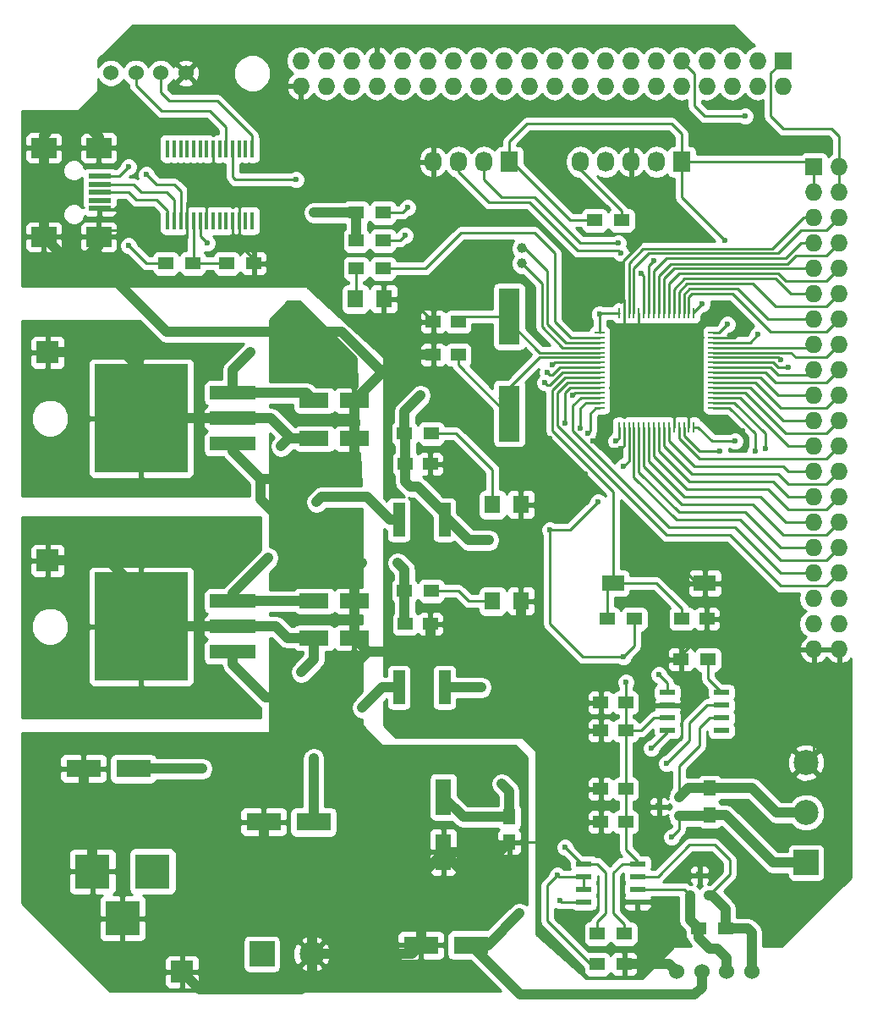
<source format=gtl>
G04 #@! TF.FileFunction,Copper,L1,Top,Signal*
%FSLAX46Y46*%
G04 Gerber Fmt 4.6, Leading zero omitted, Abs format (unit mm)*
G04 Created by KiCad (PCBNEW 4.0.2+dfsg1-stable) date 2017년 07월 06일 (목) 오전 10시 53분 42초*
%MOMM*%
G01*
G04 APERTURE LIST*
%ADD10C,0.100000*%
%ADD11R,1.500000X1.250000*%
%ADD12R,1.250000X1.500000*%
%ADD13R,0.800100X0.800100*%
%ADD14R,1.600200X3.599180*%
%ADD15R,1.200000X3.400000*%
%ADD16R,1.727200X2.032000*%
%ADD17O,1.727200X2.032000*%
%ADD18R,1.727200X1.727200*%
%ADD19O,1.727200X1.727200*%
%ADD20R,3.500120X3.500120*%
%ADD21R,2.235200X2.235200*%
%ADD22R,2.500000X2.500000*%
%ADD23C,2.500000*%
%ADD24C,1.524000*%
%ADD25R,2.301240X0.500380*%
%ADD26R,2.499360X1.998980*%
%ADD27R,1.597660X1.800860*%
%ADD28R,1.500000X1.300000*%
%ADD29R,1.300000X1.500000*%
%ADD30R,2.180000X1.600000*%
%ADD31R,2.999740X1.501140*%
%ADD32R,1.000000X0.250000*%
%ADD33R,0.250000X1.000000*%
%ADD34R,4.600000X1.390000*%
%ADD35R,9.400000X10.800000*%
%ADD36R,0.450000X1.750000*%
%ADD37R,1.550000X0.600000*%
%ADD38C,1.000760*%
%ADD39R,2.100580X5.600700*%
%ADD40R,3.500120X1.800860*%
%ADD41C,0.600000*%
%ADD42C,0.250000*%
%ADD43C,1.000000*%
%ADD44C,0.254000*%
G04 APERTURE END LIST*
D10*
D11*
X120630000Y-54864000D03*
X118130000Y-54864000D03*
X120630000Y-58166000D03*
X118130000Y-58166000D03*
X143022000Y-84582000D03*
X145522000Y-84582000D03*
D12*
X125730000Y-104414000D03*
X125730000Y-106914000D03*
D11*
X115336000Y-85090000D03*
X117836000Y-85090000D03*
X115336000Y-69088000D03*
X117836000Y-69088000D03*
X137394000Y-92964000D03*
X134894000Y-92964000D03*
X137394000Y-95758000D03*
X134894000Y-95758000D03*
X137394000Y-101600000D03*
X134894000Y-101600000D03*
X137394000Y-104902000D03*
X134894000Y-104902000D03*
D13*
X142732760Y-104328000D03*
X142732760Y-102428000D03*
X140733780Y-103378000D03*
X143830000Y-112252760D03*
X145730000Y-112252760D03*
X144780000Y-110253780D03*
D14*
X119126000Y-102405180D03*
X119126000Y-107906820D03*
D15*
X114681000Y-91440000D03*
X119253000Y-91440000D03*
X114681000Y-74676000D03*
X119253000Y-74676000D03*
D16*
X125730000Y-38862000D03*
D17*
X123190000Y-38862000D03*
X120650000Y-38862000D03*
X118110000Y-38862000D03*
D16*
X143002000Y-38862000D03*
D17*
X140462000Y-38862000D03*
X137922000Y-38862000D03*
X135382000Y-38862000D03*
X132842000Y-38862000D03*
D18*
X156210000Y-39370000D03*
D19*
X158750000Y-39370000D03*
X156210000Y-41910000D03*
X158750000Y-41910000D03*
X156210000Y-44450000D03*
X158750000Y-44450000D03*
X156210000Y-46990000D03*
X158750000Y-46990000D03*
X156210000Y-49530000D03*
X158750000Y-49530000D03*
X156210000Y-52070000D03*
X158750000Y-52070000D03*
X156210000Y-54610000D03*
X158750000Y-54610000D03*
X156210000Y-57150000D03*
X158750000Y-57150000D03*
X156210000Y-59690000D03*
X158750000Y-59690000D03*
X156210000Y-62230000D03*
X158750000Y-62230000D03*
X156210000Y-64770000D03*
X158750000Y-64770000D03*
X156210000Y-67310000D03*
X158750000Y-67310000D03*
X156210000Y-69850000D03*
X158750000Y-69850000D03*
X156210000Y-72390000D03*
X158750000Y-72390000D03*
X156210000Y-74930000D03*
X158750000Y-74930000D03*
X156210000Y-77470000D03*
X158750000Y-77470000D03*
X156210000Y-80010000D03*
X158750000Y-80010000D03*
X156210000Y-82550000D03*
X158750000Y-82550000D03*
X156210000Y-85090000D03*
X158750000Y-85090000D03*
X156210000Y-87630000D03*
X158750000Y-87630000D03*
D20*
X90020140Y-109855000D03*
X84020660Y-109855000D03*
X87020400Y-114554000D03*
D21*
X92964000Y-119888000D03*
D22*
X100965000Y-118110000D03*
D23*
X105965000Y-118110000D03*
D21*
X79502000Y-78740000D03*
X79502000Y-57912000D03*
D18*
X153130000Y-28730000D03*
D19*
X153130000Y-31270000D03*
X150590000Y-28730000D03*
X150590000Y-31270000D03*
X148050000Y-28730000D03*
X148050000Y-31270000D03*
X145510000Y-28730000D03*
X145510000Y-31270000D03*
X142970000Y-28730000D03*
X142970000Y-31270000D03*
X140430000Y-28730000D03*
X140430000Y-31270000D03*
X137890000Y-28730000D03*
X137890000Y-31270000D03*
X135350000Y-28730000D03*
X135350000Y-31270000D03*
X132810000Y-28730000D03*
X132810000Y-31270000D03*
X130270000Y-28730000D03*
X130270000Y-31270000D03*
X127730000Y-28730000D03*
X127730000Y-31270000D03*
X125190000Y-28730000D03*
X125190000Y-31270000D03*
X122650000Y-28730000D03*
X122650000Y-31270000D03*
X120110000Y-28730000D03*
X120110000Y-31270000D03*
X117570000Y-28730000D03*
X117570000Y-31270000D03*
X115030000Y-28730000D03*
X115030000Y-31270000D03*
X112490000Y-28730000D03*
X112490000Y-31270000D03*
X109950000Y-28730000D03*
X109950000Y-31270000D03*
X107410000Y-28730000D03*
X107410000Y-31270000D03*
X104870000Y-28730000D03*
X104870000Y-31270000D03*
D24*
X85852000Y-29972000D03*
X88352000Y-29972000D03*
X90852000Y-29972000D03*
X93352000Y-29972000D03*
D25*
X84729320Y-40309800D03*
X84729320Y-41109900D03*
X84729320Y-41910000D03*
X84729320Y-42710100D03*
X84729320Y-43510200D03*
D26*
X84630260Y-37459920D03*
X79131160Y-37459920D03*
X84630260Y-46360080D03*
X79131160Y-46360080D03*
D23*
X155448000Y-98966000D03*
D22*
X155448000Y-108966000D03*
D23*
X155448000Y-103966000D03*
D24*
X142494000Y-119888000D03*
X144994000Y-119888000D03*
X147494000Y-119888000D03*
X149994000Y-119888000D03*
D27*
X124056140Y-82804000D03*
X126895860Y-82804000D03*
X124056140Y-73152000D03*
X126895860Y-73152000D03*
X110340140Y-52578000D03*
X113179860Y-52578000D03*
D28*
X110410000Y-46736000D03*
X113110000Y-46736000D03*
X110410000Y-43942000D03*
X113110000Y-43942000D03*
X134286000Y-44704000D03*
X136986000Y-44704000D03*
X138256000Y-84582000D03*
X135556000Y-84582000D03*
X113110000Y-49530000D03*
X110410000Y-49530000D03*
X117936000Y-81788000D03*
X115236000Y-81788000D03*
X117936000Y-66040000D03*
X115236000Y-66040000D03*
X100156000Y-49022000D03*
X97456000Y-49022000D03*
X91360000Y-49022000D03*
X94060000Y-49022000D03*
X134540000Y-116078000D03*
X137240000Y-116078000D03*
X137240000Y-119126000D03*
X134540000Y-119126000D03*
X142922000Y-88646000D03*
X145622000Y-88646000D03*
X144700000Y-115570000D03*
X147400000Y-115570000D03*
D29*
X145796000Y-104220000D03*
X145796000Y-101520000D03*
D30*
X136113570Y-81023680D03*
X145318430Y-81028320D03*
D31*
X110202980Y-82804000D03*
X106205020Y-82804000D03*
X110202980Y-62738000D03*
X106205020Y-62738000D03*
X110202980Y-86487000D03*
X106205020Y-86487000D03*
X110202980Y-66548000D03*
X106205020Y-66548000D03*
D32*
X134762000Y-55940000D03*
X134762000Y-56440000D03*
X134762000Y-56940000D03*
X134762000Y-57440000D03*
X134762000Y-57940000D03*
X134762000Y-58440000D03*
X134762000Y-58940000D03*
X134762000Y-59440000D03*
X134762000Y-59940000D03*
X134762000Y-60440000D03*
X134762000Y-60940000D03*
X134762000Y-61440000D03*
X134762000Y-61940000D03*
X134762000Y-62440000D03*
X134762000Y-62940000D03*
X134762000Y-63440000D03*
D33*
X136712000Y-65390000D03*
X137212000Y-65390000D03*
X137712000Y-65390000D03*
X138212000Y-65390000D03*
X138712000Y-65390000D03*
X139212000Y-65390000D03*
X139712000Y-65390000D03*
X140212000Y-65390000D03*
X140712000Y-65390000D03*
X141212000Y-65390000D03*
X141712000Y-65390000D03*
X142212000Y-65390000D03*
X142712000Y-65390000D03*
X143212000Y-65390000D03*
X143712000Y-65390000D03*
X144212000Y-65390000D03*
D32*
X146162000Y-63440000D03*
X146162000Y-62940000D03*
X146162000Y-62440000D03*
X146162000Y-61940000D03*
X146162000Y-61440000D03*
X146162000Y-60940000D03*
X146162000Y-60440000D03*
X146162000Y-59940000D03*
X146162000Y-59440000D03*
X146162000Y-58940000D03*
X146162000Y-58440000D03*
X146162000Y-57940000D03*
X146162000Y-57440000D03*
X146162000Y-56940000D03*
X146162000Y-56440000D03*
X146162000Y-55940000D03*
D33*
X144212000Y-53990000D03*
X143712000Y-53990000D03*
X143212000Y-53990000D03*
X142712000Y-53990000D03*
X142212000Y-53990000D03*
X141712000Y-53990000D03*
X141212000Y-53990000D03*
X140712000Y-53990000D03*
X140212000Y-53990000D03*
X139712000Y-53990000D03*
X139212000Y-53990000D03*
X138712000Y-53990000D03*
X138212000Y-53990000D03*
X137712000Y-53990000D03*
X137212000Y-53990000D03*
X136712000Y-53990000D03*
D34*
X98044000Y-85344000D03*
D35*
X88894000Y-85344000D03*
D34*
X98044000Y-82804000D03*
X98044000Y-87884000D03*
X98044000Y-64516000D03*
D35*
X88894000Y-64516000D03*
D34*
X98044000Y-61976000D03*
X98044000Y-67056000D03*
D36*
X99983000Y-37548000D03*
X99333000Y-37548000D03*
X98683000Y-37548000D03*
X98033000Y-37548000D03*
X97383000Y-37548000D03*
X96733000Y-37548000D03*
X96083000Y-37548000D03*
X95433000Y-37548000D03*
X94783000Y-37548000D03*
X94133000Y-37548000D03*
X93483000Y-37548000D03*
X92833000Y-37548000D03*
X92183000Y-37548000D03*
X91533000Y-37548000D03*
X91533000Y-44748000D03*
X92183000Y-44748000D03*
X92833000Y-44748000D03*
X93483000Y-44748000D03*
X94133000Y-44748000D03*
X94783000Y-44748000D03*
X95433000Y-44748000D03*
X96083000Y-44748000D03*
X96733000Y-44748000D03*
X97383000Y-44748000D03*
X98033000Y-44748000D03*
X98683000Y-44748000D03*
X99333000Y-44748000D03*
X99983000Y-44748000D03*
D37*
X141572000Y-91948000D03*
X141572000Y-93218000D03*
X141572000Y-94488000D03*
X141572000Y-95758000D03*
X146972000Y-95758000D03*
X146972000Y-94488000D03*
X146972000Y-93218000D03*
X146972000Y-91948000D03*
X133190000Y-109093000D03*
X133190000Y-110363000D03*
X133190000Y-111633000D03*
X133190000Y-112903000D03*
X138590000Y-112903000D03*
X138590000Y-111633000D03*
X138590000Y-110363000D03*
X138590000Y-109093000D03*
D38*
X127000000Y-49009300D03*
X127000000Y-47510700D03*
D39*
X125730000Y-54333140D03*
X125730000Y-64030860D03*
D40*
X88097360Y-99568000D03*
X83098640Y-99568000D03*
X106131360Y-104902000D03*
X101132640Y-104902000D03*
X121879360Y-117221000D03*
X116880640Y-117221000D03*
D41*
X141224000Y-77724000D03*
X102870000Y-42926000D03*
X120904000Y-63500000D03*
X105410000Y-55880000D03*
X110998000Y-78994000D03*
X121666000Y-110490000D03*
X136144000Y-50800000D03*
X135890000Y-106934000D03*
X140970000Y-107950000D03*
X143002000Y-109982000D03*
X141224000Y-113538000D03*
X148844000Y-55880000D03*
X129794000Y-66548000D03*
X133350000Y-70104000D03*
X134112000Y-66802000D03*
X131318000Y-65024000D03*
X120396000Y-68580000D03*
X136906000Y-67564000D03*
X149098000Y-65786000D03*
X130048000Y-59182000D03*
X137414000Y-90932000D03*
X137160000Y-88392000D03*
X104394000Y-40640000D03*
X106172000Y-43942000D03*
X116840000Y-62230000D03*
X123698000Y-76708000D03*
X129794000Y-75692000D03*
X134620000Y-72898000D03*
X147320000Y-46736000D03*
X147574000Y-55118000D03*
X134762000Y-54102000D03*
X132080000Y-62230000D03*
X137160000Y-69342000D03*
X148336000Y-66802000D03*
X126746000Y-114046000D03*
X124968000Y-101092000D03*
X95504000Y-46990000D03*
X114554000Y-78994000D03*
X122936000Y-91440000D03*
X150622000Y-56134000D03*
X145034000Y-53086000D03*
X152908000Y-58674000D03*
X149352000Y-34290000D03*
X153670000Y-59436000D03*
X87630000Y-39370000D03*
X87630000Y-47244000D03*
X131318000Y-107442000D03*
X136398000Y-66802000D03*
X133604000Y-66040000D03*
X130810000Y-112776000D03*
X130556000Y-110236000D03*
X132842000Y-65532000D03*
X151384000Y-67564000D03*
X140716000Y-90170000D03*
X150368000Y-67818000D03*
X139954000Y-97536000D03*
X115316000Y-46228000D03*
X136652000Y-46990000D03*
X140208000Y-48768000D03*
X115570000Y-43434000D03*
X136906000Y-48006000D03*
X138938000Y-50038000D03*
X146812000Y-67818000D03*
X89408000Y-40132000D03*
X106172000Y-98552000D03*
X99822000Y-57912000D03*
X141986000Y-106426000D03*
X141478000Y-99060000D03*
X104902000Y-89916000D03*
X110998000Y-93472000D03*
X102870000Y-67310000D03*
X106426000Y-72898000D03*
X129540000Y-59944000D03*
X129286000Y-60960000D03*
X94996000Y-99568000D03*
X101600000Y-78486000D03*
D42*
X125730000Y-54333140D02*
X121160860Y-54333140D01*
X121160860Y-54333140D02*
X120630000Y-54864000D01*
X134762000Y-57940000D02*
X128806000Y-57940000D01*
X125199140Y-54333140D02*
X125730000Y-54333140D01*
X128806000Y-57940000D02*
X125199140Y-54333140D01*
X145318430Y-81028320D02*
X144528320Y-81028320D01*
X144528320Y-81028320D02*
X141224000Y-77724000D01*
X96083000Y-37548000D02*
X96083000Y-42926000D01*
X96083000Y-42926000D02*
X96266000Y-42926000D01*
X84729320Y-43510200D02*
X84729320Y-46261020D01*
X84729320Y-46261020D02*
X84630260Y-46360080D01*
X93483000Y-44748000D02*
X93483000Y-46471000D01*
X88392000Y-45720000D02*
X85270340Y-45720000D01*
X89662000Y-46990000D02*
X88392000Y-45720000D01*
X92964000Y-46990000D02*
X89662000Y-46990000D01*
X93483000Y-46471000D02*
X92964000Y-46990000D01*
X85270340Y-45720000D02*
X84630260Y-46360080D01*
X93483000Y-44748000D02*
X93483000Y-42915000D01*
X94742000Y-42418000D02*
X95433000Y-43109000D01*
X93980000Y-42418000D02*
X94742000Y-42418000D01*
X93483000Y-42915000D02*
X93980000Y-42418000D01*
X95433000Y-44748000D02*
X95433000Y-43109000D01*
X95433000Y-43109000D02*
X95433000Y-42997000D01*
X95504000Y-42926000D02*
X96266000Y-42926000D01*
X96266000Y-42926000D02*
X98806000Y-42926000D01*
X95433000Y-42997000D02*
X95504000Y-42926000D01*
X98683000Y-43049000D02*
X98683000Y-44748000D01*
X99060000Y-42672000D02*
X98806000Y-42926000D01*
X98806000Y-42926000D02*
X98683000Y-43049000D01*
X102616000Y-42672000D02*
X99060000Y-42672000D01*
X102870000Y-42926000D02*
X102616000Y-42672000D01*
X98683000Y-44748000D02*
X98683000Y-47121000D01*
X98683000Y-47121000D02*
X98552000Y-46990000D01*
X98033000Y-44748000D02*
X98033000Y-46471000D01*
X98033000Y-46471000D02*
X98552000Y-46990000D01*
X98552000Y-46990000D02*
X100156000Y-48594000D01*
X100156000Y-48594000D02*
X100156000Y-49022000D01*
X118130000Y-58166000D02*
X118130000Y-60726000D01*
X118130000Y-60726000D02*
X120904000Y-63500000D01*
D43*
X105410000Y-55880000D02*
X91440000Y-55880000D01*
X83693000Y-48133000D02*
X83566000Y-48260000D01*
X91440000Y-55880000D02*
X83693000Y-48133000D01*
X79131160Y-37459920D02*
X79131160Y-46360080D01*
X84630260Y-37459920D02*
X84630260Y-36370260D01*
X79131160Y-36184840D02*
X79131160Y-37459920D01*
X79756000Y-35560000D02*
X79131160Y-36184840D01*
X83820000Y-35560000D02*
X79756000Y-35560000D01*
X84630260Y-36370260D02*
X83820000Y-35560000D01*
X84630260Y-46360080D02*
X84630260Y-47195740D01*
X84630260Y-47195740D02*
X83566000Y-48260000D01*
X81031080Y-48260000D02*
X79131160Y-46360080D01*
X83566000Y-48260000D02*
X81031080Y-48260000D01*
X110998000Y-78994000D02*
X107188000Y-78994000D01*
X100838000Y-72644000D02*
X100838000Y-70612000D01*
X107188000Y-78994000D02*
X100838000Y-72644000D01*
X126895860Y-82804000D02*
X126895860Y-86210140D01*
X125984000Y-87122000D02*
X117836000Y-87122000D01*
X126895860Y-86210140D02*
X125984000Y-87122000D01*
X113013490Y-59927490D02*
X109728000Y-56642000D01*
X108966000Y-55880000D02*
X105410000Y-55880000D01*
X109728000Y-56642000D02*
X108966000Y-55880000D01*
X110202980Y-66548000D02*
X110202980Y-68867020D01*
X110202980Y-68867020D02*
X108458000Y-70612000D01*
X108458000Y-70612000D02*
X100838000Y-70612000D01*
X98044000Y-67818000D02*
X98044000Y-67056000D01*
X100838000Y-70612000D02*
X98044000Y-67818000D01*
X118130000Y-58166000D02*
X114774980Y-58166000D01*
X114774980Y-58166000D02*
X113013490Y-59927490D01*
X113013490Y-59927490D02*
X110202980Y-62738000D01*
X110202980Y-62738000D02*
X110202980Y-66548000D01*
X98044000Y-87884000D02*
X98044000Y-89154000D01*
X107027980Y-92456000D02*
X111599980Y-87884000D01*
X101346000Y-92456000D02*
X107027980Y-92456000D01*
X98044000Y-89154000D02*
X101346000Y-92456000D01*
X117836000Y-85090000D02*
X117836000Y-87122000D01*
X117836000Y-87122000D02*
X117836000Y-87142000D01*
X117836000Y-87142000D02*
X117094000Y-87884000D01*
X117094000Y-87884000D02*
X111599980Y-87884000D01*
X111599980Y-87884000D02*
X110202980Y-86487000D01*
X110202980Y-82804000D02*
X110202980Y-86487000D01*
X110202980Y-82804000D02*
X110202980Y-79789020D01*
X110202980Y-79789020D02*
X110998000Y-78994000D01*
X84020660Y-109855000D02*
X84020660Y-106118660D01*
X83098640Y-105196640D02*
X83098640Y-99568000D01*
X84020660Y-106118660D02*
X83098640Y-105196640D01*
X105965000Y-118110000D02*
X105965000Y-114855000D01*
X101132640Y-110022640D02*
X101132640Y-104902000D01*
X105965000Y-114855000D02*
X101132640Y-110022640D01*
X105965000Y-118110000D02*
X105965000Y-120603000D01*
X94742000Y-121666000D02*
X92964000Y-119888000D01*
X104902000Y-121666000D02*
X94742000Y-121666000D01*
X105965000Y-120603000D02*
X104902000Y-121666000D01*
X105965000Y-118110000D02*
X115991640Y-118110000D01*
X115991640Y-118110000D02*
X116880640Y-117221000D01*
X116880640Y-117221000D02*
X116880640Y-110195360D01*
X116880640Y-110195360D02*
X119169180Y-107906820D01*
X119169180Y-107906820D02*
X119126000Y-107906820D01*
X121666000Y-110490000D02*
X119126000Y-107950000D01*
X119126000Y-107950000D02*
X119126000Y-107906820D01*
X119126000Y-107906820D02*
X124737180Y-107906820D01*
X124737180Y-107906820D02*
X125730000Y-106914000D01*
X137240000Y-119126000D02*
X141732000Y-119126000D01*
X141732000Y-119126000D02*
X142494000Y-119888000D01*
D42*
X136144000Y-50800000D02*
X137160000Y-50800000D01*
X125730000Y-106914000D02*
X129560000Y-106914000D01*
X131572000Y-104902000D02*
X134894000Y-104902000D01*
X129560000Y-106914000D02*
X131572000Y-104902000D01*
X141224000Y-113538000D02*
X141224000Y-114300000D01*
X138430000Y-119126000D02*
X137240000Y-119126000D01*
X139700000Y-117856000D02*
X138430000Y-119126000D01*
X139700000Y-115824000D02*
X139700000Y-117856000D01*
X141224000Y-114300000D02*
X139700000Y-115824000D01*
X134894000Y-105938000D02*
X134894000Y-104902000D01*
X135890000Y-106934000D02*
X134894000Y-105938000D01*
X140733780Y-107713780D02*
X140733780Y-103378000D01*
X140970000Y-107950000D02*
X140733780Y-107713780D01*
X138590000Y-112903000D02*
X140589000Y-112903000D01*
X143273780Y-110253780D02*
X144780000Y-110253780D01*
X143002000Y-109982000D02*
X143273780Y-110253780D01*
X140589000Y-112903000D02*
X141224000Y-113538000D01*
X126895860Y-73152000D02*
X126895860Y-82804000D01*
X118130000Y-58166000D02*
X118130000Y-54864000D01*
X113179860Y-52578000D02*
X115844000Y-52578000D01*
X115844000Y-52578000D02*
X118130000Y-54864000D01*
X137922000Y-38862000D02*
X137922000Y-41402000D01*
X137922000Y-41402000D02*
X138938000Y-42418000D01*
X138938000Y-42418000D02*
X138938000Y-46990000D01*
X138938000Y-46990000D02*
X137160000Y-48768000D01*
X137160000Y-48768000D02*
X137160000Y-50800000D01*
X137212000Y-52630000D02*
X137212000Y-53990000D01*
X137160000Y-50800000D02*
X137160000Y-52578000D01*
X137160000Y-52578000D02*
X137212000Y-52630000D01*
X134894000Y-101600000D02*
X134894000Y-104902000D01*
X134894000Y-95758000D02*
X134894000Y-101600000D01*
X142922000Y-88646000D02*
X142922000Y-89836000D01*
X143256000Y-93218000D02*
X141572000Y-93218000D01*
X144018000Y-92456000D02*
X143256000Y-93218000D01*
X144018000Y-90932000D02*
X144018000Y-92456000D01*
X142922000Y-89836000D02*
X144018000Y-90932000D01*
X156210000Y-87630000D02*
X156210000Y-98204000D01*
X156210000Y-98204000D02*
X155448000Y-98966000D01*
X134894000Y-95758000D02*
X134894000Y-92964000D01*
X141572000Y-93218000D02*
X139954000Y-93218000D01*
X139954000Y-93218000D02*
X139446000Y-92710000D01*
X139446000Y-92710000D02*
X139446000Y-90678000D01*
X139446000Y-90678000D02*
X138430000Y-89662000D01*
X138430000Y-89662000D02*
X136144000Y-89662000D01*
X136144000Y-89662000D02*
X134894000Y-90912000D01*
X134894000Y-90912000D02*
X134894000Y-92964000D01*
X158750000Y-87630000D02*
X156210000Y-87630000D01*
X145522000Y-84582000D02*
X149606000Y-84582000D01*
X152654000Y-87630000D02*
X156210000Y-87630000D01*
X149606000Y-84582000D02*
X152654000Y-87630000D01*
X148284000Y-56440000D02*
X146162000Y-56440000D01*
X148844000Y-55880000D02*
X148284000Y-56440000D01*
X136906000Y-67564000D02*
X134874000Y-67564000D01*
X133350000Y-70104000D02*
X129794000Y-66548000D01*
X134874000Y-67564000D02*
X134112000Y-66802000D01*
X134762000Y-61440000D02*
X131854000Y-61440000D01*
X131854000Y-61440000D02*
X131318000Y-61976000D01*
X131318000Y-61976000D02*
X131318000Y-65024000D01*
X119888000Y-69088000D02*
X117836000Y-69088000D01*
X120396000Y-68580000D02*
X119888000Y-69088000D01*
X145522000Y-84582000D02*
X145522000Y-85618000D01*
X145522000Y-85618000D02*
X142922000Y-88218000D01*
X142922000Y-88218000D02*
X142922000Y-88646000D01*
X145318430Y-81028320D02*
X145318430Y-82072430D01*
X145522000Y-82276000D02*
X145522000Y-84582000D01*
X145318430Y-82072430D02*
X145522000Y-82276000D01*
X137212000Y-65390000D02*
X137212000Y-67258000D01*
X137212000Y-67258000D02*
X136906000Y-67564000D01*
X143712000Y-64008000D02*
X144780000Y-64008000D01*
X144780000Y-64008000D02*
X146558000Y-65786000D01*
X146558000Y-65786000D02*
X149098000Y-65786000D01*
X143712000Y-65390000D02*
X143712000Y-64008000D01*
X143712000Y-64008000D02*
X143712000Y-63956000D01*
X142212000Y-64036000D02*
X142212000Y-65390000D01*
X142494000Y-63754000D02*
X142212000Y-64036000D01*
X143510000Y-63754000D02*
X142494000Y-63754000D01*
X143712000Y-63956000D02*
X143510000Y-63754000D01*
X137212000Y-53990000D02*
X137212000Y-55424000D01*
X138712000Y-55344000D02*
X138712000Y-53990000D01*
X138430000Y-55626000D02*
X138712000Y-55344000D01*
X137414000Y-55626000D02*
X138430000Y-55626000D01*
X137212000Y-55424000D02*
X137414000Y-55626000D01*
X125730000Y-64030860D02*
X125498860Y-64030860D01*
X125498860Y-64030860D02*
X120630000Y-59162000D01*
X120630000Y-59162000D02*
X120630000Y-58166000D01*
X134762000Y-58440000D02*
X128758000Y-58440000D01*
X128758000Y-58440000D02*
X124714000Y-62484000D01*
X125730000Y-63754000D02*
X125730000Y-64030860D01*
X136986000Y-44704000D02*
X136986000Y-43768000D01*
X136986000Y-43768000D02*
X132842000Y-39624000D01*
X132842000Y-39624000D02*
X132842000Y-38862000D01*
X134762000Y-58940000D02*
X130290000Y-58940000D01*
X130290000Y-58940000D02*
X130048000Y-59182000D01*
X129794000Y-75692000D02*
X129794000Y-85090000D01*
X133096000Y-88392000D02*
X137160000Y-88392000D01*
X129794000Y-85090000D02*
X133096000Y-88392000D01*
X137394000Y-92964000D02*
X137394000Y-90952000D01*
X137394000Y-90952000D02*
X137414000Y-90932000D01*
X138256000Y-87296000D02*
X138256000Y-84582000D01*
X137160000Y-88392000D02*
X138256000Y-87296000D01*
X98033000Y-37548000D02*
X98033000Y-40375000D01*
X98298000Y-40640000D02*
X104394000Y-40640000D01*
X98033000Y-40375000D02*
X98298000Y-40640000D01*
D43*
X110410000Y-43942000D02*
X106172000Y-43942000D01*
X110410000Y-43942000D02*
X110410000Y-46736000D01*
X115236000Y-66040000D02*
X115236000Y-63834000D01*
X115236000Y-63834000D02*
X116840000Y-62230000D01*
X115336000Y-69088000D02*
X115336000Y-66140000D01*
X115336000Y-66140000D02*
X115236000Y-66040000D01*
X119253000Y-74676000D02*
X119253000Y-74041000D01*
X119253000Y-74041000D02*
X116586000Y-71374000D01*
X115336000Y-70886000D02*
X115336000Y-69088000D01*
X115824000Y-71374000D02*
X115336000Y-70886000D01*
X116586000Y-71374000D02*
X115824000Y-71374000D01*
X119253000Y-74676000D02*
X119634000Y-74676000D01*
X119634000Y-74676000D02*
X121666000Y-76708000D01*
X121666000Y-76708000D02*
X123698000Y-76708000D01*
D42*
X131826000Y-75692000D02*
X129794000Y-75692000D01*
X134620000Y-72898000D02*
X131826000Y-75692000D01*
X138590000Y-109093000D02*
X137033000Y-109093000D01*
X137240000Y-115142000D02*
X137240000Y-116078000D01*
X136144000Y-114046000D02*
X137240000Y-115142000D01*
X136144000Y-109982000D02*
X136144000Y-114046000D01*
X137033000Y-109093000D02*
X136144000Y-109982000D01*
X125730000Y-38862000D02*
X125730000Y-36830000D01*
X143002000Y-36068000D02*
X143002000Y-38862000D01*
X141986000Y-35052000D02*
X143002000Y-36068000D01*
X127508000Y-35052000D02*
X141986000Y-35052000D01*
X125730000Y-36830000D02*
X127508000Y-35052000D01*
X143002000Y-38862000D02*
X143002000Y-42418000D01*
X143002000Y-42418000D02*
X147320000Y-46736000D01*
X115236000Y-68988000D02*
X115336000Y-69088000D01*
X125730000Y-38862000D02*
X125984000Y-38862000D01*
X125984000Y-38862000D02*
X131826000Y-44704000D01*
X131826000Y-44704000D02*
X134286000Y-44704000D01*
X143002000Y-38862000D02*
X155702000Y-38862000D01*
X155702000Y-38862000D02*
X156210000Y-39370000D01*
X156210000Y-39370000D02*
X156210000Y-41910000D01*
X137394000Y-104902000D02*
X137394000Y-107676000D01*
X137394000Y-107676000D02*
X138590000Y-108872000D01*
X138590000Y-108872000D02*
X138590000Y-109093000D01*
X137394000Y-104902000D02*
X137394000Y-101600000D01*
X137394000Y-95758000D02*
X137394000Y-101600000D01*
X137394000Y-92964000D02*
X137394000Y-95758000D01*
X141572000Y-94488000D02*
X140208000Y-94488000D01*
X138938000Y-95758000D02*
X137394000Y-95758000D01*
X140208000Y-94488000D02*
X138938000Y-95758000D01*
X146162000Y-55940000D02*
X146752000Y-55940000D01*
X146752000Y-55940000D02*
X147574000Y-55118000D01*
X134762000Y-55940000D02*
X134762000Y-54102000D01*
X134762000Y-54102000D02*
X134762000Y-53990000D01*
X134762000Y-53990000D02*
X136712000Y-53990000D01*
X134762000Y-61940000D02*
X132370000Y-61940000D01*
X132370000Y-61940000D02*
X132080000Y-62230000D01*
X137712000Y-65390000D02*
X137712000Y-68790000D01*
X137712000Y-68790000D02*
X137160000Y-69342000D01*
X144212000Y-65390000D02*
X144638000Y-65390000D01*
X146050000Y-66802000D02*
X148336000Y-66802000D01*
X144638000Y-65390000D02*
X146050000Y-66802000D01*
D43*
X126746000Y-114046000D02*
X123571000Y-117221000D01*
X123571000Y-117221000D02*
X121879360Y-117221000D01*
X125730000Y-101854000D02*
X125730000Y-104414000D01*
X124968000Y-101092000D02*
X125730000Y-101854000D01*
X125730000Y-104414000D02*
X121134820Y-104414000D01*
X121134820Y-104414000D02*
X119126000Y-102405180D01*
X144994000Y-119888000D02*
X144994000Y-121452000D01*
X126832360Y-122174000D02*
X121879360Y-117221000D01*
X144272000Y-122174000D02*
X126832360Y-122174000D01*
X144994000Y-121452000D02*
X144272000Y-122174000D01*
D42*
X94783000Y-44748000D02*
X94783000Y-46269000D01*
X94783000Y-46269000D02*
X95504000Y-46990000D01*
D43*
X119253000Y-91440000D02*
X122936000Y-91440000D01*
X115236000Y-79676000D02*
X115236000Y-81788000D01*
X114554000Y-78994000D02*
X115236000Y-79676000D01*
X115236000Y-81788000D02*
X115236000Y-84990000D01*
X115236000Y-84990000D02*
X115336000Y-85090000D01*
D42*
X158750000Y-39370000D02*
X158750000Y-36322000D01*
X151892000Y-29968000D02*
X153130000Y-28730000D01*
X151892000Y-34290000D02*
X151892000Y-29968000D01*
X153162000Y-35560000D02*
X151892000Y-34290000D01*
X157988000Y-35560000D02*
X153162000Y-35560000D01*
X158750000Y-36322000D02*
X157988000Y-35560000D01*
X158750000Y-41910000D02*
X158750000Y-39370000D01*
D43*
X144700000Y-115570000D02*
X144700000Y-116506000D01*
X147494000Y-118538000D02*
X147494000Y-119888000D01*
X146558000Y-117602000D02*
X147494000Y-118538000D01*
X145796000Y-117602000D02*
X146558000Y-117602000D01*
X144700000Y-116506000D02*
X145796000Y-117602000D01*
X143830000Y-112252760D02*
X143830000Y-114700000D01*
X143830000Y-114700000D02*
X144700000Y-115570000D01*
D42*
X138590000Y-111633000D02*
X143210240Y-111633000D01*
X143210240Y-111633000D02*
X143830000Y-112252760D01*
X146162000Y-56940000D02*
X149816000Y-56940000D01*
X149816000Y-56940000D02*
X150622000Y-56134000D01*
X144212000Y-53990000D02*
X144212000Y-53908000D01*
X144212000Y-53908000D02*
X145034000Y-53086000D01*
X156210000Y-44450000D02*
X155194000Y-44450000D01*
X137712000Y-48978000D02*
X137712000Y-53990000D01*
X139134002Y-47555998D02*
X137712000Y-48978000D01*
X152088002Y-47555998D02*
X139134002Y-47555998D01*
X155194000Y-44450000D02*
X152088002Y-47555998D01*
X138212000Y-53990000D02*
X138212000Y-49494000D01*
X157480000Y-45720000D02*
X158750000Y-44450000D01*
X154940000Y-45720000D02*
X157480000Y-45720000D01*
X152654000Y-48006000D02*
X154940000Y-45720000D01*
X139700000Y-48006000D02*
X152654000Y-48006000D01*
X138212000Y-49494000D02*
X139700000Y-48006000D01*
X156210000Y-46990000D02*
X154940000Y-46990000D01*
X140212000Y-49780000D02*
X140212000Y-53990000D01*
X141478000Y-48514000D02*
X140212000Y-49780000D01*
X153416000Y-48514000D02*
X141478000Y-48514000D01*
X154940000Y-46990000D02*
X153416000Y-48514000D01*
X140712000Y-53990000D02*
X140712000Y-50296000D01*
X157480000Y-48260000D02*
X158750000Y-46990000D01*
X154432000Y-48260000D02*
X157480000Y-48260000D01*
X153612002Y-49079998D02*
X154432000Y-48260000D01*
X141928002Y-49079998D02*
X153612002Y-49079998D01*
X140712000Y-50296000D02*
X141928002Y-49079998D01*
X143002000Y-49530000D02*
X142240000Y-49530000D01*
X153162000Y-49530000D02*
X152146000Y-49530000D01*
X152146000Y-49530000D02*
X147574000Y-49530000D01*
X147574000Y-49530000D02*
X143002000Y-49530000D01*
X156210000Y-49530000D02*
X153162000Y-49530000D01*
X141212000Y-50558000D02*
X141212000Y-53990000D01*
X142240000Y-49530000D02*
X141212000Y-50558000D01*
X158750000Y-49530000D02*
X157480000Y-50800000D01*
X141712000Y-51074000D02*
X141712000Y-53990000D01*
X142748000Y-50038000D02*
X141712000Y-51074000D01*
X152654000Y-50038000D02*
X142748000Y-50038000D01*
X153416000Y-50800000D02*
X152654000Y-50038000D01*
X154178000Y-50800000D02*
X153416000Y-50800000D01*
X157480000Y-50800000D02*
X154178000Y-50800000D01*
X142212000Y-53990000D02*
X142212000Y-51590000D01*
X153924000Y-52070000D02*
X156210000Y-52070000D01*
X152400000Y-50546000D02*
X153924000Y-52070000D01*
X143256000Y-50546000D02*
X152400000Y-50546000D01*
X142212000Y-51590000D02*
X143256000Y-50546000D01*
X142712000Y-53990000D02*
X142712000Y-51852000D01*
X157480000Y-53340000D02*
X158750000Y-52070000D01*
X152400000Y-53340000D02*
X157480000Y-53340000D01*
X150114000Y-51054000D02*
X152400000Y-53340000D01*
X143510000Y-51054000D02*
X150114000Y-51054000D01*
X142712000Y-51852000D02*
X143510000Y-51054000D01*
X156210000Y-54610000D02*
X151638000Y-54610000D01*
X143212000Y-52114000D02*
X143212000Y-53990000D01*
X143764000Y-51562000D02*
X143212000Y-52114000D01*
X148590000Y-51562000D02*
X143764000Y-51562000D01*
X151638000Y-54610000D02*
X148590000Y-51562000D01*
X143712000Y-53990000D02*
X143712000Y-52376000D01*
X157480000Y-55880000D02*
X158750000Y-54610000D01*
X151892000Y-55880000D02*
X157480000Y-55880000D01*
X151638000Y-55626000D02*
X151892000Y-55880000D01*
X148082000Y-52070000D02*
X151638000Y-55626000D01*
X144018000Y-52070000D02*
X148082000Y-52070000D01*
X143712000Y-52376000D02*
X144018000Y-52070000D01*
X146162000Y-57440000D02*
X155920000Y-57440000D01*
X155920000Y-57440000D02*
X156210000Y-57150000D01*
X146162000Y-57940000D02*
X153952000Y-57940000D01*
X157480000Y-58420000D02*
X158750000Y-57150000D01*
X154432000Y-58420000D02*
X157480000Y-58420000D01*
X153952000Y-57940000D02*
X154432000Y-58420000D01*
X146162000Y-59440000D02*
X151896000Y-59440000D01*
X152654000Y-60198000D02*
X155702000Y-60198000D01*
X151896000Y-59440000D02*
X152654000Y-60198000D01*
X155702000Y-60198000D02*
X156210000Y-59690000D01*
X146162000Y-59940000D02*
X151380000Y-59940000D01*
X157480000Y-60960000D02*
X158750000Y-59690000D01*
X152400000Y-60960000D02*
X157480000Y-60960000D01*
X151380000Y-59940000D02*
X152400000Y-60960000D01*
X146162000Y-60440000D02*
X150864000Y-60440000D01*
X152654000Y-62230000D02*
X156210000Y-62230000D01*
X150864000Y-60440000D02*
X152654000Y-62230000D01*
X146162000Y-60940000D02*
X150348000Y-60940000D01*
X157480000Y-63500000D02*
X158750000Y-62230000D01*
X152908000Y-63500000D02*
X157480000Y-63500000D01*
X150348000Y-60940000D02*
X152908000Y-63500000D01*
X146162000Y-61440000D02*
X149832000Y-61440000D01*
X153162000Y-64770000D02*
X156210000Y-64770000D01*
X149832000Y-61440000D02*
X153162000Y-64770000D01*
X146162000Y-61940000D02*
X149316000Y-61940000D01*
X157480000Y-66040000D02*
X158750000Y-64770000D01*
X153416000Y-66040000D02*
X157480000Y-66040000D01*
X149316000Y-61940000D02*
X153416000Y-66040000D01*
X146162000Y-62440000D02*
X148800000Y-62440000D01*
X153670000Y-67310000D02*
X156210000Y-67310000D01*
X148800000Y-62440000D02*
X153670000Y-67310000D01*
X142712000Y-65390000D02*
X142712000Y-66512000D01*
X157480000Y-68580000D02*
X158750000Y-67310000D01*
X153924000Y-68580000D02*
X157480000Y-68580000D01*
X153924000Y-68580000D02*
X153924000Y-68580000D01*
X144780000Y-68580000D02*
X153924000Y-68580000D01*
X142712000Y-66512000D02*
X144780000Y-68580000D01*
X141712000Y-65390000D02*
X141712000Y-66782000D01*
X153670000Y-69850000D02*
X156210000Y-69850000D01*
X153162000Y-69342000D02*
X153670000Y-69850000D01*
X144272000Y-69342000D02*
X153162000Y-69342000D01*
X141712000Y-66782000D02*
X144272000Y-69342000D01*
X141212000Y-65390000D02*
X141212000Y-67298000D01*
X157480000Y-71120000D02*
X158750000Y-69850000D01*
X153670000Y-71120000D02*
X157480000Y-71120000D01*
X152654000Y-70104000D02*
X153670000Y-71120000D01*
X144018000Y-70104000D02*
X152654000Y-70104000D01*
X141212000Y-67298000D02*
X144018000Y-70104000D01*
X140712000Y-65390000D02*
X140712000Y-67814000D01*
X153670000Y-72390000D02*
X156210000Y-72390000D01*
X152146000Y-70866000D02*
X153670000Y-72390000D01*
X143764000Y-70866000D02*
X152146000Y-70866000D01*
X140712000Y-67814000D02*
X143764000Y-70866000D01*
X140212000Y-65390000D02*
X140212000Y-68330000D01*
X157480000Y-73660000D02*
X158750000Y-72390000D01*
X153670000Y-73660000D02*
X157480000Y-73660000D01*
X151638000Y-71628000D02*
X153670000Y-73660000D01*
X143510000Y-71628000D02*
X151638000Y-71628000D01*
X140212000Y-68330000D02*
X143510000Y-71628000D01*
X139712000Y-65390000D02*
X139712000Y-68846000D01*
X153416000Y-74930000D02*
X156210000Y-74930000D01*
X150876000Y-72390000D02*
X153416000Y-74930000D01*
X143256000Y-72390000D02*
X150876000Y-72390000D01*
X139712000Y-68846000D02*
X143256000Y-72390000D01*
X152674000Y-58440000D02*
X152908000Y-58674000D01*
X146162000Y-58440000D02*
X152674000Y-58440000D01*
X152158000Y-58940000D02*
X152654000Y-59436000D01*
X152654000Y-59436000D02*
X153670000Y-59436000D01*
X146162000Y-58940000D02*
X152158000Y-58940000D01*
X144272000Y-30032000D02*
X142970000Y-28730000D01*
X144272000Y-33274000D02*
X144272000Y-30032000D01*
X145288000Y-34290000D02*
X144272000Y-33274000D01*
X146050000Y-34290000D02*
X145288000Y-34290000D01*
X149352000Y-34290000D02*
X146050000Y-34290000D01*
X88352000Y-29972000D02*
X88352000Y-31202000D01*
X97383000Y-35407000D02*
X97383000Y-37548000D01*
X95758000Y-33782000D02*
X97383000Y-35407000D01*
X90932000Y-33782000D02*
X95758000Y-33782000D01*
X88352000Y-31202000D02*
X90932000Y-33782000D01*
X90852000Y-29972000D02*
X90852000Y-31924000D01*
X99983000Y-36229000D02*
X99983000Y-37548000D01*
X96520000Y-32766000D02*
X99983000Y-36229000D01*
X91694000Y-32766000D02*
X96520000Y-32766000D01*
X90852000Y-31924000D02*
X91694000Y-32766000D01*
X91360000Y-49022000D02*
X89408000Y-49022000D01*
X86690200Y-40309800D02*
X84729320Y-40309800D01*
X87630000Y-39370000D02*
X86690200Y-40309800D01*
X87630000Y-47244000D02*
X87630000Y-47244000D01*
X89408000Y-49022000D02*
X87630000Y-47244000D01*
X92183000Y-44748000D02*
X92183000Y-42653000D01*
X88099900Y-41109900D02*
X84729320Y-41109900D01*
X88900000Y-41910000D02*
X88099900Y-41109900D01*
X91440000Y-41910000D02*
X88900000Y-41910000D01*
X92183000Y-42653000D02*
X91440000Y-41910000D01*
X134762000Y-56440000D02*
X131878000Y-56440000D01*
X117348000Y-49530000D02*
X113110000Y-49530000D01*
X120904000Y-45974000D02*
X117348000Y-49530000D01*
X128270000Y-45974000D02*
X120904000Y-45974000D01*
X130302000Y-48006000D02*
X128270000Y-45974000D01*
X130302000Y-54864000D02*
X130302000Y-48006000D01*
X131878000Y-56440000D02*
X130302000Y-54864000D01*
X133190000Y-109093000D02*
X134493000Y-109093000D01*
X134540000Y-114888000D02*
X134540000Y-116078000D01*
X135382000Y-114046000D02*
X134540000Y-114888000D01*
X135382000Y-109982000D02*
X135382000Y-114046000D01*
X134493000Y-109093000D02*
X135382000Y-109982000D01*
X136712000Y-65390000D02*
X136712000Y-66488000D01*
X131318000Y-107442000D02*
X132969000Y-109093000D01*
X136712000Y-66488000D02*
X136398000Y-66802000D01*
X132969000Y-109093000D02*
X133190000Y-109093000D01*
X134762000Y-63440000D02*
X134426000Y-63440000D01*
X134426000Y-63440000D02*
X133858000Y-64008000D01*
X133858000Y-64008000D02*
X133858000Y-65786000D01*
X133858000Y-65786000D02*
X133604000Y-66040000D01*
X130810000Y-112776000D02*
X130937000Y-112903000D01*
X130937000Y-112903000D02*
X133190000Y-112903000D01*
X130556000Y-110236000D02*
X129540000Y-111252000D01*
X129540000Y-114808000D02*
X133858000Y-119126000D01*
X129540000Y-112776000D02*
X129540000Y-114808000D01*
X129540000Y-111252000D02*
X129540000Y-112776000D01*
X133858000Y-119126000D02*
X134540000Y-119126000D01*
X133190000Y-110363000D02*
X133190000Y-111633000D01*
X134762000Y-62940000D02*
X133402000Y-62940000D01*
X130683000Y-110363000D02*
X133190000Y-110363000D01*
X130556000Y-110236000D02*
X130683000Y-110363000D01*
X132842000Y-63500000D02*
X132842000Y-65532000D01*
X133402000Y-62940000D02*
X132842000Y-63500000D01*
X145622000Y-88646000D02*
X145622000Y-90598000D01*
X145622000Y-90598000D02*
X146972000Y-91948000D01*
X148284000Y-62940000D02*
X151384000Y-66040000D01*
X151384000Y-66040000D02*
X151384000Y-67564000D01*
X146162000Y-62940000D02*
X148284000Y-62940000D01*
X141572000Y-91026000D02*
X141572000Y-91948000D01*
X140716000Y-90170000D02*
X141572000Y-91026000D01*
X146162000Y-63440000D02*
X147768000Y-63440000D01*
X150368000Y-66040000D02*
X150368000Y-67818000D01*
X147768000Y-63440000D02*
X150368000Y-66040000D01*
X139954000Y-97536000D02*
X141572000Y-95918000D01*
X141572000Y-95918000D02*
X141572000Y-95758000D01*
X127000000Y-47510700D02*
X127266700Y-47510700D01*
X127266700Y-47510700D02*
X129540000Y-49784000D01*
X129540000Y-49784000D02*
X129540000Y-55118000D01*
X129540000Y-55118000D02*
X131411998Y-56989998D01*
X131411998Y-56989998D02*
X134762000Y-56989998D01*
X134762000Y-56989998D02*
X134762000Y-56940000D01*
X134762000Y-57440000D02*
X131100000Y-57440000D01*
X129032000Y-51041300D02*
X127000000Y-49009300D01*
X129032000Y-55372000D02*
X129032000Y-51041300D01*
X131100000Y-57440000D02*
X129032000Y-55372000D01*
X139212000Y-65390000D02*
X139212000Y-69362000D01*
X157480000Y-76200000D02*
X158750000Y-74930000D01*
X153162000Y-76200000D02*
X157480000Y-76200000D01*
X150114000Y-73152000D02*
X153162000Y-76200000D01*
X143002000Y-73152000D02*
X150114000Y-73152000D01*
X139212000Y-69362000D02*
X143002000Y-73152000D01*
X138712000Y-65390000D02*
X138712000Y-69878000D01*
X152908000Y-77470000D02*
X156210000Y-77470000D01*
X149352000Y-73914000D02*
X152908000Y-77470000D01*
X142748000Y-73914000D02*
X149352000Y-73914000D01*
X138712000Y-69878000D02*
X142748000Y-73914000D01*
X138212000Y-65390000D02*
X138212000Y-70394000D01*
X157480000Y-78740000D02*
X158750000Y-77470000D01*
X152908000Y-78740000D02*
X157480000Y-78740000D01*
X148844000Y-74676000D02*
X152908000Y-78740000D01*
X142494000Y-74676000D02*
X148844000Y-74676000D01*
X138212000Y-70394000D02*
X142494000Y-74676000D01*
X114808000Y-46736000D02*
X113110000Y-46736000D01*
X115316000Y-46228000D02*
X114808000Y-46736000D01*
X139712000Y-53990000D02*
X139712000Y-49264000D01*
X123190000Y-40640000D02*
X123190000Y-38862000D01*
X124968000Y-42418000D02*
X123190000Y-40640000D01*
X128270000Y-42418000D02*
X124968000Y-42418000D01*
X132842000Y-46990000D02*
X128270000Y-42418000D01*
X134366000Y-46990000D02*
X132842000Y-46990000D01*
X135128000Y-46990000D02*
X134366000Y-46990000D01*
X136652000Y-46990000D02*
X135128000Y-46990000D01*
X139712000Y-49264000D02*
X140208000Y-48768000D01*
X115062000Y-43942000D02*
X113110000Y-43942000D01*
X115570000Y-43434000D02*
X115062000Y-43942000D01*
X139212000Y-53990000D02*
X139212000Y-50312000D01*
X122174000Y-41402000D02*
X120650000Y-39878000D01*
X122174000Y-41402000D02*
X122174000Y-41402000D01*
X123698000Y-42926000D02*
X122174000Y-41402000D01*
X127762000Y-42926000D02*
X123698000Y-42926000D01*
X132588000Y-47752000D02*
X127762000Y-42926000D01*
X136652000Y-47752000D02*
X132588000Y-47752000D01*
X136906000Y-48006000D02*
X136652000Y-47752000D01*
X139212000Y-50312000D02*
X138938000Y-50038000D01*
X120650000Y-39878000D02*
X120650000Y-38862000D01*
X146812000Y-67818000D02*
X145288000Y-67818000D01*
X145288000Y-67818000D02*
X145034000Y-67818000D01*
X145034000Y-67818000D02*
X144780000Y-67818000D01*
X144780000Y-67818000D02*
X143212000Y-66250000D01*
X143212000Y-66250000D02*
X143212000Y-65390000D01*
X136113570Y-81023680D02*
X140459680Y-81023680D01*
X143022000Y-83586000D02*
X143022000Y-84582000D01*
X140459680Y-81023680D02*
X143022000Y-83586000D01*
X135556000Y-84582000D02*
X135556000Y-81581250D01*
X135556000Y-81581250D02*
X136113570Y-81023680D01*
X134762000Y-60440000D02*
X131330000Y-60440000D01*
X136113570Y-71851570D02*
X136113570Y-81023680D01*
X130048000Y-65786000D02*
X136113570Y-71851570D01*
X130048000Y-61722000D02*
X130048000Y-65786000D01*
X131330000Y-60440000D02*
X130048000Y-61722000D01*
X92833000Y-41779000D02*
X92833000Y-44748000D01*
X92202000Y-41148000D02*
X92833000Y-41779000D01*
X90424000Y-41148000D02*
X92202000Y-41148000D01*
X89408000Y-40132000D02*
X90424000Y-41148000D01*
D43*
X106131360Y-104902000D02*
X106131360Y-98592640D01*
X106131360Y-98592640D02*
X106172000Y-98552000D01*
X98044000Y-61976000D02*
X98044000Y-59690000D01*
X98044000Y-59690000D02*
X99822000Y-57912000D01*
X98044000Y-61976000D02*
X105443020Y-61976000D01*
X105443020Y-61976000D02*
X106205020Y-62738000D01*
X142732760Y-104328000D02*
X145688000Y-104328000D01*
X145688000Y-104328000D02*
X145796000Y-104220000D01*
X145796000Y-104220000D02*
X147400000Y-104220000D01*
X152146000Y-108966000D02*
X155448000Y-108966000D01*
X147400000Y-104220000D02*
X152146000Y-108966000D01*
D42*
X146972000Y-93218000D02*
X145542000Y-93218000D01*
X142732760Y-105679240D02*
X142732760Y-104328000D01*
X141986000Y-106426000D02*
X142732760Y-105679240D01*
X143764000Y-96774000D02*
X141478000Y-99060000D01*
X143764000Y-94996000D02*
X143764000Y-96774000D01*
X145542000Y-93218000D02*
X143764000Y-94996000D01*
D43*
X145796000Y-101520000D02*
X143640760Y-101520000D01*
X143640760Y-101520000D02*
X142732760Y-102428000D01*
X145796000Y-101520000D02*
X150034000Y-101520000D01*
X152480000Y-103966000D02*
X155448000Y-103966000D01*
X150034000Y-101520000D02*
X152480000Y-103966000D01*
D42*
X146972000Y-94488000D02*
X145796000Y-94488000D01*
X145796000Y-94488000D02*
X144780000Y-95504000D01*
X144780000Y-95504000D02*
X144780000Y-97282000D01*
X144780000Y-97282000D02*
X142732760Y-99329240D01*
X142732760Y-99329240D02*
X142732760Y-102428000D01*
D43*
X114681000Y-91440000D02*
X113030000Y-91440000D01*
X106205020Y-88612980D02*
X106205020Y-86487000D01*
X104902000Y-89916000D02*
X106205020Y-88612980D01*
X113030000Y-91440000D02*
X110998000Y-93472000D01*
X98044000Y-85344000D02*
X102362000Y-85344000D01*
X103505000Y-86487000D02*
X106205020Y-86487000D01*
X102362000Y-85344000D02*
X103505000Y-86487000D01*
X98044000Y-85344000D02*
X88894000Y-85344000D01*
X88894000Y-85344000D02*
X88894000Y-82036000D01*
X88894000Y-82036000D02*
X85598000Y-78740000D01*
X85598000Y-78740000D02*
X79502000Y-78740000D01*
X98044000Y-64516000D02*
X88894000Y-64516000D01*
X88894000Y-64516000D02*
X88894000Y-59684000D01*
X88894000Y-59684000D02*
X87122000Y-57912000D01*
X87122000Y-57912000D02*
X79502000Y-57912000D01*
X98044000Y-64516000D02*
X101854000Y-64516000D01*
X101854000Y-64516000D02*
X103886000Y-66548000D01*
X114681000Y-74676000D02*
X113792000Y-74676000D01*
X103632000Y-66548000D02*
X103886000Y-66548000D01*
X103886000Y-66548000D02*
X106205020Y-66548000D01*
X102870000Y-67310000D02*
X103632000Y-66548000D01*
X106934000Y-72390000D02*
X106426000Y-72898000D01*
X111506000Y-72390000D02*
X106934000Y-72390000D01*
X113792000Y-74676000D02*
X111506000Y-72390000D01*
D42*
X156210000Y-80010000D02*
X152908000Y-80010000D01*
X132886000Y-62440000D02*
X134762000Y-62440000D01*
X132080000Y-63246000D02*
X132886000Y-62440000D01*
X132080000Y-64008000D02*
X132080000Y-63246000D01*
X132080000Y-65786000D02*
X132080000Y-64008000D01*
X141732000Y-75438000D02*
X132080000Y-65786000D01*
X148336000Y-75438000D02*
X141732000Y-75438000D01*
X152908000Y-80010000D02*
X148336000Y-75438000D01*
X134762000Y-60940000D02*
X131592000Y-60940000D01*
X157480000Y-81280000D02*
X158750000Y-80010000D01*
X152908000Y-81280000D02*
X157480000Y-81280000D01*
X147828000Y-76200000D02*
X152908000Y-81280000D01*
X141478000Y-76200000D02*
X147828000Y-76200000D01*
X130556000Y-65278000D02*
X141478000Y-76200000D01*
X130556000Y-61976000D02*
X130556000Y-65278000D01*
X131592000Y-60940000D02*
X130556000Y-61976000D01*
X130048000Y-60198000D02*
X129794000Y-60198000D01*
X130806000Y-59440000D02*
X130048000Y-60198000D01*
X130806000Y-59440000D02*
X134762000Y-59440000D01*
X129794000Y-60198000D02*
X129540000Y-59944000D01*
X129794000Y-61214000D02*
X129540000Y-61214000D01*
X134762000Y-59940000D02*
X131318000Y-59940000D01*
X131318000Y-59940000D02*
X131068000Y-59940000D01*
X131068000Y-59940000D02*
X129794000Y-61214000D01*
X129540000Y-61214000D02*
X129286000Y-60960000D01*
X84729320Y-41910000D02*
X87630000Y-41910000D01*
X91533000Y-43781000D02*
X91533000Y-44748000D01*
X90424000Y-42672000D02*
X91533000Y-43781000D01*
X88392000Y-42672000D02*
X90424000Y-42672000D01*
X87630000Y-41910000D02*
X88392000Y-42672000D01*
X124056140Y-82804000D02*
X121666000Y-82804000D01*
X120650000Y-81788000D02*
X117936000Y-81788000D01*
X121666000Y-82804000D02*
X120650000Y-81788000D01*
X117936000Y-66040000D02*
X120396000Y-66040000D01*
X124056140Y-69700140D02*
X124056140Y-73152000D01*
X120396000Y-66040000D02*
X124056140Y-69700140D01*
X97456000Y-49022000D02*
X94060000Y-49022000D01*
X94133000Y-44748000D02*
X94133000Y-48949000D01*
X94133000Y-48949000D02*
X94060000Y-49022000D01*
D43*
X88097360Y-99568000D02*
X94996000Y-99568000D01*
X101600000Y-78486000D02*
X98044000Y-82042000D01*
X98044000Y-82042000D02*
X98044000Y-82804000D01*
X98044000Y-82804000D02*
X106205020Y-82804000D01*
D42*
X110410000Y-49530000D02*
X110410000Y-52508140D01*
X110410000Y-52508140D02*
X110340140Y-52578000D01*
D43*
X147400000Y-115570000D02*
X149606000Y-115570000D01*
X149994000Y-115958000D02*
X149994000Y-119888000D01*
X149606000Y-115570000D02*
X149994000Y-115958000D01*
X145730000Y-112252760D02*
X146034760Y-112252760D01*
X146034760Y-112252760D02*
X147400000Y-113618000D01*
X147400000Y-113618000D02*
X147400000Y-115570000D01*
D42*
X138590000Y-110363000D02*
X140589000Y-110363000D01*
X147828000Y-110154760D02*
X145730000Y-112252760D01*
X147828000Y-108712000D02*
X147828000Y-110154760D01*
X146304000Y-107188000D02*
X147828000Y-108712000D01*
X143764000Y-107188000D02*
X146304000Y-107188000D01*
X140589000Y-110363000D02*
X143764000Y-107188000D01*
D44*
G36*
X150275077Y-27264683D02*
X150016511Y-27316115D01*
X149530330Y-27640971D01*
X149320000Y-27955752D01*
X149109670Y-27640971D01*
X148623489Y-27316115D01*
X148050000Y-27202041D01*
X147476511Y-27316115D01*
X146990330Y-27640971D01*
X146780000Y-27955752D01*
X146569670Y-27640971D01*
X146083489Y-27316115D01*
X145510000Y-27202041D01*
X144936511Y-27316115D01*
X144450330Y-27640971D01*
X144240000Y-27955752D01*
X144029670Y-27640971D01*
X143543489Y-27316115D01*
X142970000Y-27202041D01*
X142396511Y-27316115D01*
X141910330Y-27640971D01*
X141700000Y-27955752D01*
X141489670Y-27640971D01*
X141003489Y-27316115D01*
X140430000Y-27202041D01*
X139856511Y-27316115D01*
X139370330Y-27640971D01*
X139160000Y-27955752D01*
X138949670Y-27640971D01*
X138463489Y-27316115D01*
X137890000Y-27202041D01*
X137316511Y-27316115D01*
X136830330Y-27640971D01*
X136620000Y-27955752D01*
X136409670Y-27640971D01*
X135923489Y-27316115D01*
X135350000Y-27202041D01*
X134776511Y-27316115D01*
X134290330Y-27640971D01*
X134080000Y-27955752D01*
X133869670Y-27640971D01*
X133383489Y-27316115D01*
X132810000Y-27202041D01*
X132236511Y-27316115D01*
X131750330Y-27640971D01*
X131540000Y-27955752D01*
X131329670Y-27640971D01*
X130843489Y-27316115D01*
X130270000Y-27202041D01*
X129696511Y-27316115D01*
X129210330Y-27640971D01*
X129000000Y-27955752D01*
X128789670Y-27640971D01*
X128303489Y-27316115D01*
X127730000Y-27202041D01*
X127156511Y-27316115D01*
X126670330Y-27640971D01*
X126460000Y-27955752D01*
X126249670Y-27640971D01*
X125763489Y-27316115D01*
X125190000Y-27202041D01*
X124616511Y-27316115D01*
X124130330Y-27640971D01*
X123920000Y-27955752D01*
X123709670Y-27640971D01*
X123223489Y-27316115D01*
X122650000Y-27202041D01*
X122076511Y-27316115D01*
X121590330Y-27640971D01*
X121380000Y-27955752D01*
X121169670Y-27640971D01*
X120683489Y-27316115D01*
X120110000Y-27202041D01*
X119536511Y-27316115D01*
X119050330Y-27640971D01*
X118840000Y-27955752D01*
X118629670Y-27640971D01*
X118143489Y-27316115D01*
X117570000Y-27202041D01*
X116996511Y-27316115D01*
X116510330Y-27640971D01*
X116300000Y-27955752D01*
X116089670Y-27640971D01*
X115603489Y-27316115D01*
X115030000Y-27202041D01*
X114456511Y-27316115D01*
X113970330Y-27640971D01*
X113754336Y-27964228D01*
X113696821Y-27841510D01*
X113264947Y-27447312D01*
X112849026Y-27275042D01*
X112617000Y-27396183D01*
X112617000Y-28603000D01*
X112637000Y-28603000D01*
X112637000Y-28857000D01*
X112617000Y-28857000D01*
X112617000Y-28877000D01*
X112363000Y-28877000D01*
X112363000Y-28857000D01*
X112343000Y-28857000D01*
X112343000Y-28603000D01*
X112363000Y-28603000D01*
X112363000Y-27396183D01*
X112130974Y-27275042D01*
X111715053Y-27447312D01*
X111283179Y-27841510D01*
X111225664Y-27964228D01*
X111009670Y-27640971D01*
X110523489Y-27316115D01*
X109950000Y-27202041D01*
X109376511Y-27316115D01*
X108890330Y-27640971D01*
X108680000Y-27955752D01*
X108469670Y-27640971D01*
X107983489Y-27316115D01*
X107410000Y-27202041D01*
X106836511Y-27316115D01*
X106350330Y-27640971D01*
X106140000Y-27955752D01*
X105929670Y-27640971D01*
X105443489Y-27316115D01*
X104870000Y-27202041D01*
X104296511Y-27316115D01*
X103810330Y-27640971D01*
X103485474Y-28127152D01*
X103371400Y-28700641D01*
X103371400Y-28759359D01*
X103485474Y-29332848D01*
X103810330Y-29819029D01*
X104081161Y-29999992D01*
X103663179Y-30381510D01*
X103415032Y-30910973D01*
X103535531Y-31143000D01*
X104743000Y-31143000D01*
X104743000Y-31123000D01*
X104997000Y-31123000D01*
X104997000Y-31143000D01*
X105017000Y-31143000D01*
X105017000Y-31397000D01*
X104997000Y-31397000D01*
X104997000Y-32603817D01*
X105229026Y-32724958D01*
X105644947Y-32552688D01*
X106076821Y-32158490D01*
X106134336Y-32035772D01*
X106350330Y-32359029D01*
X106836511Y-32683885D01*
X107410000Y-32797959D01*
X107983489Y-32683885D01*
X108469670Y-32359029D01*
X108680000Y-32044248D01*
X108890330Y-32359029D01*
X109376511Y-32683885D01*
X109950000Y-32797959D01*
X110523489Y-32683885D01*
X111009670Y-32359029D01*
X111220000Y-32044248D01*
X111430330Y-32359029D01*
X111916511Y-32683885D01*
X112490000Y-32797959D01*
X113063489Y-32683885D01*
X113549670Y-32359029D01*
X113760000Y-32044248D01*
X113970330Y-32359029D01*
X114456511Y-32683885D01*
X115030000Y-32797959D01*
X115603489Y-32683885D01*
X116089670Y-32359029D01*
X116300000Y-32044248D01*
X116510330Y-32359029D01*
X116996511Y-32683885D01*
X117570000Y-32797959D01*
X118143489Y-32683885D01*
X118629670Y-32359029D01*
X118840000Y-32044248D01*
X119050330Y-32359029D01*
X119536511Y-32683885D01*
X120110000Y-32797959D01*
X120683489Y-32683885D01*
X121169670Y-32359029D01*
X121380000Y-32044248D01*
X121590330Y-32359029D01*
X122076511Y-32683885D01*
X122650000Y-32797959D01*
X123223489Y-32683885D01*
X123709670Y-32359029D01*
X123920000Y-32044248D01*
X124130330Y-32359029D01*
X124616511Y-32683885D01*
X125190000Y-32797959D01*
X125763489Y-32683885D01*
X126249670Y-32359029D01*
X126460000Y-32044248D01*
X126670330Y-32359029D01*
X127156511Y-32683885D01*
X127730000Y-32797959D01*
X128303489Y-32683885D01*
X128789670Y-32359029D01*
X129000000Y-32044248D01*
X129210330Y-32359029D01*
X129696511Y-32683885D01*
X130270000Y-32797959D01*
X130843489Y-32683885D01*
X131329670Y-32359029D01*
X131540000Y-32044248D01*
X131750330Y-32359029D01*
X132236511Y-32683885D01*
X132810000Y-32797959D01*
X133383489Y-32683885D01*
X133869670Y-32359029D01*
X134080000Y-32044248D01*
X134290330Y-32359029D01*
X134776511Y-32683885D01*
X135350000Y-32797959D01*
X135923489Y-32683885D01*
X136409670Y-32359029D01*
X136620000Y-32044248D01*
X136830330Y-32359029D01*
X137316511Y-32683885D01*
X137890000Y-32797959D01*
X138463489Y-32683885D01*
X138949670Y-32359029D01*
X139160000Y-32044248D01*
X139370330Y-32359029D01*
X139856511Y-32683885D01*
X140430000Y-32797959D01*
X141003489Y-32683885D01*
X141489670Y-32359029D01*
X141700000Y-32044248D01*
X141910330Y-32359029D01*
X142396511Y-32683885D01*
X142970000Y-32797959D01*
X143512000Y-32690149D01*
X143512000Y-33274000D01*
X143569852Y-33564839D01*
X143734599Y-33811401D01*
X144750599Y-34827401D01*
X144997161Y-34992148D01*
X145288000Y-35050000D01*
X148789537Y-35050000D01*
X148821673Y-35082192D01*
X149165201Y-35224838D01*
X149537167Y-35225162D01*
X149880943Y-35083117D01*
X150144192Y-34820327D01*
X150286838Y-34476799D01*
X150287162Y-34104833D01*
X150145117Y-33761057D01*
X149882327Y-33497808D01*
X149538799Y-33355162D01*
X149166833Y-33354838D01*
X148823057Y-33496883D01*
X148789882Y-33530000D01*
X145602802Y-33530000D01*
X145032000Y-32959198D01*
X145032000Y-32702879D01*
X145510000Y-32797959D01*
X146083489Y-32683885D01*
X146569670Y-32359029D01*
X146780000Y-32044248D01*
X146990330Y-32359029D01*
X147476511Y-32683885D01*
X148050000Y-32797959D01*
X148623489Y-32683885D01*
X149109670Y-32359029D01*
X149320000Y-32044248D01*
X149530330Y-32359029D01*
X150016511Y-32683885D01*
X150590000Y-32797959D01*
X151132000Y-32690149D01*
X151132000Y-34290000D01*
X151189852Y-34580839D01*
X151354599Y-34827401D01*
X152624599Y-36097401D01*
X152871160Y-36262148D01*
X153162000Y-36320000D01*
X157673198Y-36320000D01*
X157990000Y-36636802D01*
X157990000Y-38090480D01*
X157681558Y-38296574D01*
X157676762Y-38271083D01*
X157537690Y-38054959D01*
X157325490Y-37909969D01*
X157073600Y-37858960D01*
X155346400Y-37858960D01*
X155111083Y-37903238D01*
X154894959Y-38042310D01*
X154854175Y-38102000D01*
X144513040Y-38102000D01*
X144513040Y-37846000D01*
X144468762Y-37610683D01*
X144329690Y-37394559D01*
X144117490Y-37249569D01*
X143865600Y-37198560D01*
X143762000Y-37198560D01*
X143762000Y-36068000D01*
X143704148Y-35777161D01*
X143539401Y-35530599D01*
X142523401Y-34514599D01*
X142276839Y-34349852D01*
X141986000Y-34292000D01*
X127508000Y-34292000D01*
X127217161Y-34349852D01*
X126970599Y-34514599D01*
X125192599Y-36292599D01*
X125027852Y-36539161D01*
X124970000Y-36830000D01*
X124970000Y-37198560D01*
X124866400Y-37198560D01*
X124631083Y-37242838D01*
X124414959Y-37381910D01*
X124269969Y-37594110D01*
X124261600Y-37635439D01*
X124249670Y-37617585D01*
X123763489Y-37292729D01*
X123190000Y-37178655D01*
X122616511Y-37292729D01*
X122130330Y-37617585D01*
X121920000Y-37932366D01*
X121709670Y-37617585D01*
X121223489Y-37292729D01*
X120650000Y-37178655D01*
X120076511Y-37292729D01*
X119590330Y-37617585D01*
X119383539Y-37927069D01*
X119012036Y-37511268D01*
X118484791Y-37257291D01*
X118469026Y-37254642D01*
X118237000Y-37375783D01*
X118237000Y-38735000D01*
X118257000Y-38735000D01*
X118257000Y-38989000D01*
X118237000Y-38989000D01*
X118237000Y-40348217D01*
X118469026Y-40469358D01*
X118484791Y-40466709D01*
X119012036Y-40212732D01*
X119383539Y-39796931D01*
X119590330Y-40106415D01*
X120076511Y-40431271D01*
X120141370Y-40444172D01*
X123160599Y-43463401D01*
X123407160Y-43628148D01*
X123443091Y-43635295D01*
X123698000Y-43686000D01*
X127447198Y-43686000D01*
X132050599Y-48289401D01*
X132297161Y-48454148D01*
X132588000Y-48512000D01*
X136103403Y-48512000D01*
X136112883Y-48534943D01*
X136375673Y-48798192D01*
X136719201Y-48940838D01*
X136959350Y-48941047D01*
X136952000Y-48978000D01*
X136952000Y-52858600D01*
X136940247Y-52863468D01*
X136837000Y-52842560D01*
X136587000Y-52842560D01*
X136351683Y-52886838D01*
X136135559Y-53025910D01*
X135996110Y-53230000D01*
X135100129Y-53230000D01*
X134948799Y-53167162D01*
X134576833Y-53166838D01*
X134233057Y-53308883D01*
X133969808Y-53571673D01*
X133827162Y-53915201D01*
X133826838Y-54287167D01*
X133968883Y-54630943D01*
X134002000Y-54664118D01*
X134002000Y-55227721D01*
X133810559Y-55350910D01*
X133665569Y-55563110D01*
X133641898Y-55680000D01*
X132192802Y-55680000D01*
X131062000Y-54549198D01*
X131062000Y-48006000D01*
X131004148Y-47715161D01*
X130839401Y-47468599D01*
X128807401Y-45436599D01*
X128560839Y-45271852D01*
X128270000Y-45214000D01*
X120904000Y-45214000D01*
X120661414Y-45262254D01*
X120613160Y-45271852D01*
X120366599Y-45436599D01*
X117033198Y-48770000D01*
X114486742Y-48770000D01*
X114463162Y-48644683D01*
X114324090Y-48428559D01*
X114111890Y-48283569D01*
X113860000Y-48232560D01*
X112360000Y-48232560D01*
X112124683Y-48276838D01*
X111908559Y-48415910D01*
X111763569Y-48628110D01*
X111760919Y-48641197D01*
X111624090Y-48428559D01*
X111411890Y-48283569D01*
X111160000Y-48232560D01*
X109660000Y-48232560D01*
X109424683Y-48276838D01*
X109208559Y-48415910D01*
X109063569Y-48628110D01*
X109012560Y-48880000D01*
X109012560Y-50180000D01*
X109056838Y-50415317D01*
X109195910Y-50631441D01*
X109408110Y-50776431D01*
X109650000Y-50825415D01*
X109650000Y-51030130D01*
X109541310Y-51030130D01*
X109305993Y-51074408D01*
X109089869Y-51213480D01*
X108944879Y-51425680D01*
X108893870Y-51677570D01*
X108893870Y-53478430D01*
X108938148Y-53713747D01*
X109077220Y-53929871D01*
X109289420Y-54074861D01*
X109541310Y-54125870D01*
X111138970Y-54125870D01*
X111374287Y-54081592D01*
X111590411Y-53942520D01*
X111735401Y-53730320D01*
X111755971Y-53628741D01*
X111842703Y-53838129D01*
X112021332Y-54016757D01*
X112254721Y-54113430D01*
X112894110Y-54113430D01*
X113052860Y-53954680D01*
X113052860Y-52705000D01*
X113306860Y-52705000D01*
X113306860Y-53954680D01*
X113465610Y-54113430D01*
X114104999Y-54113430D01*
X114106785Y-54112690D01*
X116745000Y-54112690D01*
X116745000Y-54578250D01*
X116903750Y-54737000D01*
X118003000Y-54737000D01*
X118003000Y-53762750D01*
X117844250Y-53604000D01*
X117253691Y-53604000D01*
X117020302Y-53700673D01*
X116841673Y-53879301D01*
X116745000Y-54112690D01*
X114106785Y-54112690D01*
X114338388Y-54016757D01*
X114517017Y-53838129D01*
X114613690Y-53604740D01*
X114613690Y-52863750D01*
X114454940Y-52705000D01*
X113306860Y-52705000D01*
X113052860Y-52705000D01*
X113032860Y-52705000D01*
X113032860Y-52451000D01*
X113052860Y-52451000D01*
X113052860Y-51201320D01*
X113306860Y-51201320D01*
X113306860Y-52451000D01*
X114454940Y-52451000D01*
X114613690Y-52292250D01*
X114613690Y-51551260D01*
X114517017Y-51317871D01*
X114338388Y-51139243D01*
X114104999Y-51042570D01*
X113465610Y-51042570D01*
X113306860Y-51201320D01*
X113052860Y-51201320D01*
X112894110Y-51042570D01*
X112254721Y-51042570D01*
X112021332Y-51139243D01*
X111842703Y-51317871D01*
X111757454Y-51523681D01*
X111742132Y-51442253D01*
X111603060Y-51226129D01*
X111390860Y-51081139D01*
X111170000Y-51036414D01*
X111170000Y-50825558D01*
X111395317Y-50783162D01*
X111611441Y-50644090D01*
X111756431Y-50431890D01*
X111759081Y-50418803D01*
X111895910Y-50631441D01*
X112108110Y-50776431D01*
X112360000Y-50827440D01*
X113860000Y-50827440D01*
X114095317Y-50783162D01*
X114311441Y-50644090D01*
X114456431Y-50431890D01*
X114485164Y-50290000D01*
X117348000Y-50290000D01*
X117638839Y-50232148D01*
X117885401Y-50067401D01*
X121218802Y-46734000D01*
X126170984Y-46734000D01*
X126038033Y-46866719D01*
X125864818Y-47283868D01*
X125864424Y-47735550D01*
X126036911Y-48153001D01*
X126143630Y-48259906D01*
X126038033Y-48365319D01*
X125864818Y-48782468D01*
X125864424Y-49234150D01*
X126036911Y-49651601D01*
X126356019Y-49971267D01*
X126773168Y-50144482D01*
X127060631Y-50144733D01*
X128272000Y-51356102D01*
X128272000Y-55372000D01*
X128329852Y-55662839D01*
X128494599Y-55909401D01*
X129765198Y-57180000D01*
X129120802Y-57180000D01*
X127427730Y-55486928D01*
X127427730Y-51532790D01*
X127383452Y-51297473D01*
X127244380Y-51081349D01*
X127032180Y-50936359D01*
X126780290Y-50885350D01*
X124679710Y-50885350D01*
X124444393Y-50929628D01*
X124228269Y-51068700D01*
X124083279Y-51280900D01*
X124032270Y-51532790D01*
X124032270Y-53573140D01*
X121160860Y-53573140D01*
X121068257Y-53591560D01*
X119880000Y-53591560D01*
X119644683Y-53635838D01*
X119428559Y-53774910D01*
X119382031Y-53843006D01*
X119239698Y-53700673D01*
X119006309Y-53604000D01*
X118415750Y-53604000D01*
X118257000Y-53762750D01*
X118257000Y-54737000D01*
X118277000Y-54737000D01*
X118277000Y-54991000D01*
X118257000Y-54991000D01*
X118257000Y-55965250D01*
X118415750Y-56124000D01*
X119006309Y-56124000D01*
X119239698Y-56027327D01*
X119380936Y-55886090D01*
X119415910Y-55940441D01*
X119628110Y-56085431D01*
X119880000Y-56136440D01*
X121380000Y-56136440D01*
X121615317Y-56092162D01*
X121831441Y-55953090D01*
X121976431Y-55740890D01*
X122027440Y-55489000D01*
X122027440Y-55093140D01*
X124032270Y-55093140D01*
X124032270Y-57133490D01*
X124076548Y-57368807D01*
X124215620Y-57584931D01*
X124427820Y-57729921D01*
X124679710Y-57780930D01*
X126780290Y-57780930D01*
X127015607Y-57736652D01*
X127231731Y-57597580D01*
X127295479Y-57504281D01*
X127957198Y-58166000D01*
X125540128Y-60583070D01*
X124679710Y-60583070D01*
X124444393Y-60627348D01*
X124228269Y-60766420D01*
X124083279Y-60978620D01*
X124032270Y-61230510D01*
X124032270Y-61489468D01*
X121811028Y-59268226D01*
X121831441Y-59255090D01*
X121976431Y-59042890D01*
X122027440Y-58791000D01*
X122027440Y-57541000D01*
X121983162Y-57305683D01*
X121844090Y-57089559D01*
X121631890Y-56944569D01*
X121380000Y-56893560D01*
X119880000Y-56893560D01*
X119644683Y-56937838D01*
X119428559Y-57076910D01*
X119382031Y-57145006D01*
X119239698Y-57002673D01*
X119006309Y-56906000D01*
X118415750Y-56906000D01*
X118257000Y-57064750D01*
X118257000Y-58039000D01*
X118277000Y-58039000D01*
X118277000Y-58293000D01*
X118257000Y-58293000D01*
X118257000Y-59267250D01*
X118415750Y-59426000D01*
X119006309Y-59426000D01*
X119239698Y-59329327D01*
X119380936Y-59188090D01*
X119415910Y-59242441D01*
X119628110Y-59387431D01*
X119880000Y-59438440D01*
X119924988Y-59438440D01*
X119927852Y-59452839D01*
X120092599Y-59699401D01*
X124032270Y-63639072D01*
X124032270Y-66831210D01*
X124076548Y-67066527D01*
X124215620Y-67282651D01*
X124427820Y-67427641D01*
X124679710Y-67478650D01*
X126780290Y-67478650D01*
X127015607Y-67434372D01*
X127231731Y-67295300D01*
X127376721Y-67083100D01*
X127427730Y-66831210D01*
X127427730Y-61230510D01*
X127383452Y-60995193D01*
X127342011Y-60930791D01*
X128668759Y-59604043D01*
X128605162Y-59757201D01*
X128604838Y-60129167D01*
X128660322Y-60263449D01*
X128493808Y-60429673D01*
X128351162Y-60773201D01*
X128350838Y-61145167D01*
X128492883Y-61488943D01*
X128755673Y-61752192D01*
X129099201Y-61894838D01*
X129217421Y-61894941D01*
X129249160Y-61916148D01*
X129288000Y-61923874D01*
X129288000Y-65786000D01*
X129345852Y-66076839D01*
X129510599Y-66323401D01*
X135353570Y-72166372D01*
X135353570Y-72309406D01*
X135150327Y-72105808D01*
X134806799Y-71963162D01*
X134434833Y-71962838D01*
X134091057Y-72104883D01*
X133827808Y-72367673D01*
X133685162Y-72711201D01*
X133685121Y-72758077D01*
X131511198Y-74932000D01*
X130356463Y-74932000D01*
X130324327Y-74899808D01*
X129980799Y-74757162D01*
X129608833Y-74756838D01*
X129265057Y-74898883D01*
X129001808Y-75161673D01*
X128859162Y-75505201D01*
X128858838Y-75877167D01*
X129000883Y-76220943D01*
X129034000Y-76254118D01*
X129034000Y-85090000D01*
X129091852Y-85380839D01*
X129256599Y-85627401D01*
X132558599Y-88929401D01*
X132805160Y-89094148D01*
X133096000Y-89152000D01*
X136597537Y-89152000D01*
X136629673Y-89184192D01*
X136973201Y-89326838D01*
X137345167Y-89327162D01*
X137688943Y-89185117D01*
X137942752Y-88931750D01*
X141537000Y-88931750D01*
X141537000Y-89422310D01*
X141633673Y-89655699D01*
X141812302Y-89834327D01*
X142045691Y-89931000D01*
X142636250Y-89931000D01*
X142795000Y-89772250D01*
X142795000Y-88773000D01*
X141695750Y-88773000D01*
X141537000Y-88931750D01*
X137942752Y-88931750D01*
X137952192Y-88922327D01*
X138094838Y-88578799D01*
X138094879Y-88531923D01*
X138757112Y-87869690D01*
X141537000Y-87869690D01*
X141537000Y-88360250D01*
X141695750Y-88519000D01*
X142795000Y-88519000D01*
X142795000Y-87519750D01*
X142636250Y-87361000D01*
X142045691Y-87361000D01*
X141812302Y-87457673D01*
X141633673Y-87636301D01*
X141537000Y-87869690D01*
X138757112Y-87869690D01*
X138793401Y-87833401D01*
X138958148Y-87586839D01*
X139016000Y-87296000D01*
X139016000Y-85877558D01*
X139241317Y-85835162D01*
X139457441Y-85696090D01*
X139602431Y-85483890D01*
X139653440Y-85232000D01*
X139653440Y-83932000D01*
X139609162Y-83696683D01*
X139470090Y-83480559D01*
X139257890Y-83335569D01*
X139006000Y-83284560D01*
X137506000Y-83284560D01*
X137270683Y-83328838D01*
X137054559Y-83467910D01*
X136909569Y-83680110D01*
X136906919Y-83693197D01*
X136770090Y-83480559D01*
X136557890Y-83335569D01*
X136316000Y-83286585D01*
X136316000Y-82471120D01*
X137203570Y-82471120D01*
X137438887Y-82426842D01*
X137655011Y-82287770D01*
X137800001Y-82075570D01*
X137851010Y-81823680D01*
X137851010Y-81783680D01*
X140144878Y-81783680D01*
X141840972Y-83479774D01*
X141820559Y-83492910D01*
X141675569Y-83705110D01*
X141624560Y-83957000D01*
X141624560Y-85207000D01*
X141668838Y-85442317D01*
X141807910Y-85658441D01*
X142020110Y-85803431D01*
X142272000Y-85854440D01*
X143772000Y-85854440D01*
X144007317Y-85810162D01*
X144223441Y-85671090D01*
X144269969Y-85602994D01*
X144412302Y-85745327D01*
X144645691Y-85842000D01*
X145236250Y-85842000D01*
X145395000Y-85683250D01*
X145395000Y-84709000D01*
X145649000Y-84709000D01*
X145649000Y-85683250D01*
X145807750Y-85842000D01*
X146398309Y-85842000D01*
X146631698Y-85745327D01*
X146810327Y-85566699D01*
X146907000Y-85333310D01*
X146907000Y-84867750D01*
X146748250Y-84709000D01*
X145649000Y-84709000D01*
X145395000Y-84709000D01*
X145375000Y-84709000D01*
X145375000Y-84455000D01*
X145395000Y-84455000D01*
X145395000Y-83480750D01*
X145649000Y-83480750D01*
X145649000Y-84455000D01*
X146748250Y-84455000D01*
X146907000Y-84296250D01*
X146907000Y-83830690D01*
X146810327Y-83597301D01*
X146631698Y-83418673D01*
X146398309Y-83322000D01*
X145807750Y-83322000D01*
X145649000Y-83480750D01*
X145395000Y-83480750D01*
X145236250Y-83322000D01*
X144645691Y-83322000D01*
X144412302Y-83418673D01*
X144271064Y-83559910D01*
X144236090Y-83505559D01*
X144023890Y-83360569D01*
X143772000Y-83309560D01*
X143727012Y-83309560D01*
X143724148Y-83295161D01*
X143559401Y-83048599D01*
X141824872Y-81314070D01*
X143593430Y-81314070D01*
X143593430Y-81954630D01*
X143690103Y-82188019D01*
X143868732Y-82366647D01*
X144102121Y-82463320D01*
X145032680Y-82463320D01*
X145191430Y-82304570D01*
X145191430Y-81155320D01*
X145445430Y-81155320D01*
X145445430Y-82304570D01*
X145604180Y-82463320D01*
X146534739Y-82463320D01*
X146768128Y-82366647D01*
X146946757Y-82188019D01*
X147043430Y-81954630D01*
X147043430Y-81314070D01*
X146884680Y-81155320D01*
X145445430Y-81155320D01*
X145191430Y-81155320D01*
X143752180Y-81155320D01*
X143593430Y-81314070D01*
X141824872Y-81314070D01*
X140997081Y-80486279D01*
X140750519Y-80321532D01*
X140459680Y-80263680D01*
X137851010Y-80263680D01*
X137851010Y-80223680D01*
X137828117Y-80102010D01*
X143593430Y-80102010D01*
X143593430Y-80742570D01*
X143752180Y-80901320D01*
X145191430Y-80901320D01*
X145191430Y-79752070D01*
X145445430Y-79752070D01*
X145445430Y-80901320D01*
X146884680Y-80901320D01*
X147043430Y-80742570D01*
X147043430Y-80102010D01*
X146946757Y-79868621D01*
X146768128Y-79689993D01*
X146534739Y-79593320D01*
X145604180Y-79593320D01*
X145445430Y-79752070D01*
X145191430Y-79752070D01*
X145032680Y-79593320D01*
X144102121Y-79593320D01*
X143868732Y-79689993D01*
X143690103Y-79868621D01*
X143593430Y-80102010D01*
X137828117Y-80102010D01*
X137806732Y-79988363D01*
X137667660Y-79772239D01*
X137455460Y-79627249D01*
X137203570Y-79576240D01*
X136873570Y-79576240D01*
X136873570Y-72670372D01*
X140940599Y-76737401D01*
X141187161Y-76902148D01*
X141478000Y-76960000D01*
X147513198Y-76960000D01*
X152370599Y-81817401D01*
X152617161Y-81982148D01*
X152908000Y-82040000D01*
X154783486Y-82040000D01*
X154682041Y-82550000D01*
X154796115Y-83123489D01*
X155120971Y-83609670D01*
X155435752Y-83820000D01*
X155120971Y-84030330D01*
X154796115Y-84516511D01*
X154682041Y-85090000D01*
X154796115Y-85663489D01*
X155120971Y-86149670D01*
X155444228Y-86365664D01*
X155321510Y-86423179D01*
X154927312Y-86855053D01*
X154755042Y-87270974D01*
X154876183Y-87503000D01*
X156083000Y-87503000D01*
X156083000Y-87483000D01*
X156337000Y-87483000D01*
X156337000Y-87503000D01*
X158623000Y-87503000D01*
X158623000Y-87483000D01*
X158877000Y-87483000D01*
X158877000Y-87503000D01*
X158897000Y-87503000D01*
X158897000Y-87757000D01*
X158877000Y-87757000D01*
X158877000Y-88964469D01*
X159109027Y-89084968D01*
X159638490Y-88836821D01*
X159893000Y-88557986D01*
X159893000Y-110437394D01*
X152982394Y-117348000D01*
X151129000Y-117348000D01*
X151129000Y-115958000D01*
X151042603Y-115523654D01*
X150796566Y-115155434D01*
X150408566Y-114767434D01*
X150307644Y-114700000D01*
X150040346Y-114521397D01*
X149606000Y-114435000D01*
X148564975Y-114435000D01*
X148535000Y-114414519D01*
X148535000Y-113618000D01*
X148448603Y-113183654D01*
X148202566Y-112815434D01*
X147222347Y-111835215D01*
X148365401Y-110692161D01*
X148530148Y-110445599D01*
X148588000Y-110154760D01*
X148588000Y-108712000D01*
X148530148Y-108421161D01*
X148530148Y-108421160D01*
X148365401Y-108174599D01*
X146841401Y-106650599D01*
X146594839Y-106485852D01*
X146304000Y-106428000D01*
X143764000Y-106428000D01*
X143473161Y-106485852D01*
X143226599Y-106650599D01*
X140274198Y-109603000D01*
X139969914Y-109603000D01*
X140012440Y-109393000D01*
X140012440Y-108793000D01*
X139968162Y-108557683D01*
X139829090Y-108341559D01*
X139616890Y-108196569D01*
X139365000Y-108145560D01*
X138938362Y-108145560D01*
X138154000Y-107361198D01*
X138154000Y-106172558D01*
X138379317Y-106130162D01*
X138595441Y-105991090D01*
X138740431Y-105778890D01*
X138791440Y-105527000D01*
X138791440Y-104277000D01*
X138747162Y-104041683D01*
X138608090Y-103825559D01*
X138395890Y-103680569D01*
X138312836Y-103663750D01*
X139698730Y-103663750D01*
X139698730Y-103904359D01*
X139795403Y-104137748D01*
X139974031Y-104316377D01*
X140207420Y-104413050D01*
X140448030Y-104413050D01*
X140606780Y-104254300D01*
X140606780Y-103505000D01*
X139857480Y-103505000D01*
X139698730Y-103663750D01*
X138312836Y-103663750D01*
X138154000Y-103631585D01*
X138154000Y-102870558D01*
X138254535Y-102851641D01*
X139698730Y-102851641D01*
X139698730Y-103092250D01*
X139857480Y-103251000D01*
X140606780Y-103251000D01*
X140606780Y-102501700D01*
X140448030Y-102342950D01*
X140207420Y-102342950D01*
X139974031Y-102439623D01*
X139795403Y-102618252D01*
X139698730Y-102851641D01*
X138254535Y-102851641D01*
X138379317Y-102828162D01*
X138595441Y-102689090D01*
X138740431Y-102476890D01*
X138791440Y-102225000D01*
X138791440Y-100975000D01*
X138747162Y-100739683D01*
X138608090Y-100523559D01*
X138395890Y-100378569D01*
X138154000Y-100329585D01*
X138154000Y-99245167D01*
X140542838Y-99245167D01*
X140684883Y-99588943D01*
X140947673Y-99852192D01*
X141291201Y-99994838D01*
X141663167Y-99995162D01*
X141972760Y-99867241D01*
X141972760Y-101504987D01*
X141881269Y-101563860D01*
X141736279Y-101776060D01*
X141695719Y-101976351D01*
X141684157Y-101993655D01*
X141597760Y-102428000D01*
X141626527Y-102572622D01*
X141493529Y-102439623D01*
X141260140Y-102342950D01*
X141019530Y-102342950D01*
X140860780Y-102501700D01*
X140860780Y-103251000D01*
X141610080Y-103251000D01*
X141756237Y-103104843D01*
X141868620Y-103279491D01*
X142013717Y-103378632D01*
X141881269Y-103463860D01*
X141754489Y-103649409D01*
X141610080Y-103505000D01*
X140860780Y-103505000D01*
X140860780Y-104254300D01*
X141019530Y-104413050D01*
X141260140Y-104413050D01*
X141493529Y-104316377D01*
X141626527Y-104183378D01*
X141597760Y-104328000D01*
X141684157Y-104762346D01*
X141694689Y-104778108D01*
X141729548Y-104963367D01*
X141868620Y-105179491D01*
X141972760Y-105250647D01*
X141972760Y-105364438D01*
X141846320Y-105490878D01*
X141800833Y-105490838D01*
X141457057Y-105632883D01*
X141193808Y-105895673D01*
X141051162Y-106239201D01*
X141050838Y-106611167D01*
X141192883Y-106954943D01*
X141455673Y-107218192D01*
X141799201Y-107360838D01*
X142171167Y-107361162D01*
X142514943Y-107219117D01*
X142778192Y-106956327D01*
X142920838Y-106612799D01*
X142920879Y-106565923D01*
X143270161Y-106216641D01*
X143434908Y-105970079D01*
X143492760Y-105679240D01*
X143492760Y-105463000D01*
X144742734Y-105463000D01*
X144894110Y-105566431D01*
X145146000Y-105617440D01*
X146446000Y-105617440D01*
X146681317Y-105573162D01*
X146897441Y-105434090D01*
X146942708Y-105367840D01*
X151343434Y-109768567D01*
X151711655Y-110014604D01*
X152146000Y-110101000D01*
X153550560Y-110101000D01*
X153550560Y-110216000D01*
X153594838Y-110451317D01*
X153733910Y-110667441D01*
X153946110Y-110812431D01*
X154198000Y-110863440D01*
X156698000Y-110863440D01*
X156933317Y-110819162D01*
X157149441Y-110680090D01*
X157294431Y-110467890D01*
X157345440Y-110216000D01*
X157345440Y-107716000D01*
X157301162Y-107480683D01*
X157162090Y-107264559D01*
X156949890Y-107119569D01*
X156698000Y-107068560D01*
X154198000Y-107068560D01*
X153962683Y-107112838D01*
X153746559Y-107251910D01*
X153601569Y-107464110D01*
X153550560Y-107716000D01*
X153550560Y-107831000D01*
X152616133Y-107831000D01*
X148202566Y-103417434D01*
X148073985Y-103331519D01*
X147834346Y-103171397D01*
X147400000Y-103085000D01*
X146952844Y-103085000D01*
X146910090Y-103018559D01*
X146697890Y-102873569D01*
X146684803Y-102870919D01*
X146897441Y-102734090D01*
X146951481Y-102655000D01*
X149563868Y-102655000D01*
X151677434Y-104768566D01*
X152045654Y-105014603D01*
X152480000Y-105101000D01*
X153917551Y-105101000D01*
X154378839Y-105563093D01*
X155071405Y-105850672D01*
X155821305Y-105851326D01*
X156514372Y-105564957D01*
X157045093Y-105035161D01*
X157332672Y-104342595D01*
X157333326Y-103592695D01*
X157046957Y-102899628D01*
X156517161Y-102368907D01*
X155824595Y-102081328D01*
X155074695Y-102080674D01*
X154381628Y-102367043D01*
X153916861Y-102831000D01*
X152950132Y-102831000D01*
X150836566Y-100717434D01*
X150747100Y-100657655D01*
X150468346Y-100471397D01*
X150034000Y-100385000D01*
X146952844Y-100385000D01*
X146910090Y-100318559D01*
X146881933Y-100299320D01*
X154294285Y-100299320D01*
X154423533Y-100592123D01*
X155123806Y-100860388D01*
X155873435Y-100840250D01*
X156472467Y-100592123D01*
X156601715Y-100299320D01*
X155448000Y-99145605D01*
X154294285Y-100299320D01*
X146881933Y-100299320D01*
X146697890Y-100173569D01*
X146446000Y-100122560D01*
X145146000Y-100122560D01*
X144910683Y-100166838D01*
X144694559Y-100305910D01*
X144640519Y-100385000D01*
X143640760Y-100385000D01*
X143492760Y-100414439D01*
X143492760Y-99644042D01*
X144494996Y-98641806D01*
X153553612Y-98641806D01*
X153573750Y-99391435D01*
X153821877Y-99990467D01*
X154114680Y-100119715D01*
X155268395Y-98966000D01*
X155627605Y-98966000D01*
X156781320Y-100119715D01*
X157074123Y-99990467D01*
X157342388Y-99290194D01*
X157322250Y-98540565D01*
X157074123Y-97941533D01*
X156781320Y-97812285D01*
X155627605Y-98966000D01*
X155268395Y-98966000D01*
X154114680Y-97812285D01*
X153821877Y-97941533D01*
X153553612Y-98641806D01*
X144494996Y-98641806D01*
X145317401Y-97819401D01*
X145442163Y-97632680D01*
X154294285Y-97632680D01*
X155448000Y-98786395D01*
X156601715Y-97632680D01*
X156472467Y-97339877D01*
X155772194Y-97071612D01*
X155022565Y-97091750D01*
X154423533Y-97339877D01*
X154294285Y-97632680D01*
X145442163Y-97632680D01*
X145482148Y-97572839D01*
X145540000Y-97282000D01*
X145540000Y-95818802D01*
X145549560Y-95809242D01*
X145549560Y-96058000D01*
X145593838Y-96293317D01*
X145732910Y-96509441D01*
X145945110Y-96654431D01*
X146197000Y-96705440D01*
X147747000Y-96705440D01*
X147982317Y-96661162D01*
X148198441Y-96522090D01*
X148343431Y-96309890D01*
X148394440Y-96058000D01*
X148394440Y-95458000D01*
X148350162Y-95222683D01*
X148286322Y-95123472D01*
X148343431Y-95039890D01*
X148394440Y-94788000D01*
X148394440Y-94188000D01*
X148350162Y-93952683D01*
X148286322Y-93853472D01*
X148343431Y-93769890D01*
X148394440Y-93518000D01*
X148394440Y-92918000D01*
X148350162Y-92682683D01*
X148286322Y-92583472D01*
X148343431Y-92499890D01*
X148394440Y-92248000D01*
X148394440Y-91648000D01*
X148350162Y-91412683D01*
X148211090Y-91196559D01*
X147998890Y-91051569D01*
X147747000Y-91000560D01*
X147099362Y-91000560D01*
X146382000Y-90283198D01*
X146382000Y-89941558D01*
X146607317Y-89899162D01*
X146823441Y-89760090D01*
X146968431Y-89547890D01*
X147019440Y-89296000D01*
X147019440Y-87996000D01*
X147018128Y-87989026D01*
X154755042Y-87989026D01*
X154927312Y-88404947D01*
X155321510Y-88836821D01*
X155850973Y-89084968D01*
X156083000Y-88964469D01*
X156083000Y-87757000D01*
X156337000Y-87757000D01*
X156337000Y-88964469D01*
X156569027Y-89084968D01*
X157098490Y-88836821D01*
X157480000Y-88418848D01*
X157861510Y-88836821D01*
X158390973Y-89084968D01*
X158623000Y-88964469D01*
X158623000Y-87757000D01*
X156337000Y-87757000D01*
X156083000Y-87757000D01*
X154876183Y-87757000D01*
X154755042Y-87989026D01*
X147018128Y-87989026D01*
X146975162Y-87760683D01*
X146836090Y-87544559D01*
X146623890Y-87399569D01*
X146372000Y-87348560D01*
X144872000Y-87348560D01*
X144636683Y-87392838D01*
X144420559Y-87531910D01*
X144275569Y-87744110D01*
X144268809Y-87777490D01*
X144210327Y-87636301D01*
X144031698Y-87457673D01*
X143798309Y-87361000D01*
X143207750Y-87361000D01*
X143049000Y-87519750D01*
X143049000Y-88519000D01*
X143069000Y-88519000D01*
X143069000Y-88773000D01*
X143049000Y-88773000D01*
X143049000Y-89772250D01*
X143207750Y-89931000D01*
X143798309Y-89931000D01*
X144031698Y-89834327D01*
X144210327Y-89655699D01*
X144266654Y-89519713D01*
X144268838Y-89531317D01*
X144407910Y-89747441D01*
X144620110Y-89892431D01*
X144862000Y-89941415D01*
X144862000Y-90598000D01*
X144919852Y-90888839D01*
X145084599Y-91135401D01*
X145557582Y-91608384D01*
X145549560Y-91648000D01*
X145549560Y-92248000D01*
X145589074Y-92458000D01*
X145542000Y-92458000D01*
X145251161Y-92515852D01*
X145004599Y-92680599D01*
X143226599Y-94458599D01*
X143061852Y-94705161D01*
X143004000Y-94996000D01*
X143004000Y-96459198D01*
X141338320Y-98124878D01*
X141292833Y-98124838D01*
X140949057Y-98266883D01*
X140685808Y-98529673D01*
X140543162Y-98873201D01*
X140542838Y-99245167D01*
X138154000Y-99245167D01*
X138154000Y-97028558D01*
X138379317Y-96986162D01*
X138595441Y-96847090D01*
X138740431Y-96634890D01*
X138764102Y-96518000D01*
X138938000Y-96518000D01*
X139228839Y-96460148D01*
X139475401Y-96295401D01*
X140149560Y-95621242D01*
X140149560Y-96058000D01*
X140182443Y-96232755D01*
X139814320Y-96600878D01*
X139768833Y-96600838D01*
X139425057Y-96742883D01*
X139161808Y-97005673D01*
X139019162Y-97349201D01*
X139018838Y-97721167D01*
X139160883Y-98064943D01*
X139423673Y-98328192D01*
X139767201Y-98470838D01*
X140139167Y-98471162D01*
X140482943Y-98329117D01*
X140746192Y-98066327D01*
X140888838Y-97722799D01*
X140888879Y-97675923D01*
X141859362Y-96705440D01*
X142347000Y-96705440D01*
X142582317Y-96661162D01*
X142798441Y-96522090D01*
X142943431Y-96309890D01*
X142994440Y-96058000D01*
X142994440Y-95458000D01*
X142950162Y-95222683D01*
X142886322Y-95123472D01*
X142943431Y-95039890D01*
X142994440Y-94788000D01*
X142994440Y-94188000D01*
X142950162Y-93952683D01*
X142891822Y-93862020D01*
X142982000Y-93644310D01*
X142982000Y-93503750D01*
X142823250Y-93345000D01*
X141699000Y-93345000D01*
X141699000Y-93365000D01*
X141445000Y-93365000D01*
X141445000Y-93345000D01*
X140320750Y-93345000D01*
X140162000Y-93503750D01*
X140162000Y-93644310D01*
X140197528Y-93730083D01*
X139917160Y-93785852D01*
X139670599Y-93950599D01*
X138737903Y-94883295D01*
X138608090Y-94681559D01*
X138395890Y-94536569D01*
X138154000Y-94487585D01*
X138154000Y-94234558D01*
X138379317Y-94192162D01*
X138595441Y-94053090D01*
X138740431Y-93840890D01*
X138791440Y-93589000D01*
X138791440Y-92339000D01*
X138747162Y-92103683D01*
X138608090Y-91887559D01*
X138395890Y-91742569D01*
X138154000Y-91693585D01*
X138154000Y-91514428D01*
X138206192Y-91462327D01*
X138348838Y-91118799D01*
X138349162Y-90746833D01*
X138207117Y-90403057D01*
X138159311Y-90355167D01*
X139780838Y-90355167D01*
X139922883Y-90698943D01*
X140185673Y-90962192D01*
X140492271Y-91089503D01*
X140345559Y-91183910D01*
X140200569Y-91396110D01*
X140149560Y-91648000D01*
X140149560Y-92248000D01*
X140193838Y-92483317D01*
X140252178Y-92573980D01*
X140162000Y-92791690D01*
X140162000Y-92932250D01*
X140320750Y-93091000D01*
X141445000Y-93091000D01*
X141445000Y-93071000D01*
X141699000Y-93071000D01*
X141699000Y-93091000D01*
X142823250Y-93091000D01*
X142982000Y-92932250D01*
X142982000Y-92791690D01*
X142892194Y-92574878D01*
X142943431Y-92499890D01*
X142994440Y-92248000D01*
X142994440Y-91648000D01*
X142950162Y-91412683D01*
X142811090Y-91196559D01*
X142598890Y-91051569D01*
X142347000Y-91000560D01*
X142326940Y-91000560D01*
X142274148Y-90735161D01*
X142109401Y-90488599D01*
X141651122Y-90030320D01*
X141651162Y-89984833D01*
X141509117Y-89641057D01*
X141246327Y-89377808D01*
X140902799Y-89235162D01*
X140530833Y-89234838D01*
X140187057Y-89376883D01*
X139923808Y-89639673D01*
X139781162Y-89983201D01*
X139780838Y-90355167D01*
X138159311Y-90355167D01*
X137944327Y-90139808D01*
X137600799Y-89997162D01*
X137228833Y-89996838D01*
X136885057Y-90138883D01*
X136621808Y-90401673D01*
X136479162Y-90745201D01*
X136478838Y-91117167D01*
X136620883Y-91460943D01*
X136634000Y-91474083D01*
X136634000Y-91693442D01*
X136408683Y-91735838D01*
X136192559Y-91874910D01*
X136146031Y-91943006D01*
X136003698Y-91800673D01*
X135770309Y-91704000D01*
X135179750Y-91704000D01*
X135021000Y-91862750D01*
X135021000Y-92837000D01*
X135041000Y-92837000D01*
X135041000Y-93091000D01*
X135021000Y-93091000D01*
X135021000Y-94065250D01*
X135179750Y-94224000D01*
X135770309Y-94224000D01*
X136003698Y-94127327D01*
X136144936Y-93986090D01*
X136179910Y-94040441D01*
X136392110Y-94185431D01*
X136634000Y-94234415D01*
X136634000Y-94487442D01*
X136408683Y-94529838D01*
X136192559Y-94668910D01*
X136146031Y-94737006D01*
X136003698Y-94594673D01*
X135770309Y-94498000D01*
X135179750Y-94498000D01*
X135021000Y-94656750D01*
X135021000Y-95631000D01*
X135041000Y-95631000D01*
X135041000Y-95885000D01*
X135021000Y-95885000D01*
X135021000Y-96859250D01*
X135179750Y-97018000D01*
X135770309Y-97018000D01*
X136003698Y-96921327D01*
X136144936Y-96780090D01*
X136179910Y-96834441D01*
X136392110Y-96979431D01*
X136634000Y-97028415D01*
X136634000Y-100329442D01*
X136408683Y-100371838D01*
X136192559Y-100510910D01*
X136146031Y-100579006D01*
X136003698Y-100436673D01*
X135770309Y-100340000D01*
X135179750Y-100340000D01*
X135021000Y-100498750D01*
X135021000Y-101473000D01*
X135041000Y-101473000D01*
X135041000Y-101727000D01*
X135021000Y-101727000D01*
X135021000Y-102701250D01*
X135179750Y-102860000D01*
X135770309Y-102860000D01*
X136003698Y-102763327D01*
X136144936Y-102622090D01*
X136179910Y-102676441D01*
X136392110Y-102821431D01*
X136634000Y-102870415D01*
X136634000Y-103631442D01*
X136408683Y-103673838D01*
X136192559Y-103812910D01*
X136146031Y-103881006D01*
X136003698Y-103738673D01*
X135770309Y-103642000D01*
X135179750Y-103642000D01*
X135021000Y-103800750D01*
X135021000Y-104775000D01*
X135041000Y-104775000D01*
X135041000Y-105029000D01*
X135021000Y-105029000D01*
X135021000Y-106003250D01*
X135179750Y-106162000D01*
X135770309Y-106162000D01*
X136003698Y-106065327D01*
X136144936Y-105924090D01*
X136179910Y-105978441D01*
X136392110Y-106123431D01*
X136634000Y-106172415D01*
X136634000Y-107676000D01*
X136691852Y-107966839D01*
X136856599Y-108213401D01*
X136985622Y-108342424D01*
X136742161Y-108390852D01*
X136495599Y-108555599D01*
X135763000Y-109288198D01*
X135030401Y-108555599D01*
X134783839Y-108390852D01*
X134493000Y-108333000D01*
X134416563Y-108333000D01*
X134216890Y-108196569D01*
X133965000Y-108145560D01*
X133096362Y-108145560D01*
X132253122Y-107302320D01*
X132253162Y-107256833D01*
X132111117Y-106913057D01*
X131848327Y-106649808D01*
X131504799Y-106507162D01*
X131132833Y-106506838D01*
X130789057Y-106648883D01*
X130525808Y-106911673D01*
X130383162Y-107255201D01*
X130382838Y-107627167D01*
X130524883Y-107970943D01*
X130787673Y-108234192D01*
X131131201Y-108376838D01*
X131178077Y-108376879D01*
X131767560Y-108966362D01*
X131767560Y-109393000D01*
X131807074Y-109603000D01*
X131245241Y-109603000D01*
X131086327Y-109443808D01*
X130742799Y-109301162D01*
X130370833Y-109300838D01*
X130027057Y-109442883D01*
X129763808Y-109705673D01*
X129621162Y-110049201D01*
X129621121Y-110096077D01*
X129002599Y-110714599D01*
X128837852Y-110961161D01*
X128780000Y-111252000D01*
X128780000Y-114808000D01*
X128837852Y-115098839D01*
X129002599Y-115345401D01*
X133142560Y-119485362D01*
X133142560Y-119776000D01*
X133186838Y-120011317D01*
X133325910Y-120227441D01*
X133538110Y-120372431D01*
X133790000Y-120423440D01*
X135290000Y-120423440D01*
X135525317Y-120379162D01*
X135741441Y-120240090D01*
X135886431Y-120027890D01*
X135893191Y-119994510D01*
X135951673Y-120135699D01*
X136130302Y-120314327D01*
X136363691Y-120411000D01*
X136954250Y-120411000D01*
X137113000Y-120252250D01*
X137113000Y-119253000D01*
X137367000Y-119253000D01*
X137367000Y-120252250D01*
X137525750Y-120411000D01*
X138116309Y-120411000D01*
X138349698Y-120314327D01*
X138528327Y-120135699D01*
X138625000Y-119902310D01*
X138625000Y-119411750D01*
X138466250Y-119253000D01*
X137367000Y-119253000D01*
X137113000Y-119253000D01*
X137093000Y-119253000D01*
X137093000Y-118999000D01*
X137113000Y-118999000D01*
X137113000Y-117999750D01*
X137367000Y-117999750D01*
X137367000Y-118999000D01*
X138466250Y-118999000D01*
X138625000Y-118840250D01*
X138625000Y-118349690D01*
X138528327Y-118116301D01*
X138349698Y-117937673D01*
X138116309Y-117841000D01*
X137525750Y-117841000D01*
X137367000Y-117999750D01*
X137113000Y-117999750D01*
X136954250Y-117841000D01*
X136363691Y-117841000D01*
X136130302Y-117937673D01*
X135951673Y-118116301D01*
X135895346Y-118252287D01*
X135893162Y-118240683D01*
X135754090Y-118024559D01*
X135541890Y-117879569D01*
X135290000Y-117828560D01*
X133790000Y-117828560D01*
X133659851Y-117853049D01*
X130300000Y-114493198D01*
X130300000Y-113576633D01*
X130623201Y-113710838D01*
X130995167Y-113711162D01*
X131111728Y-113663000D01*
X131963437Y-113663000D01*
X132163110Y-113799431D01*
X132415000Y-113850440D01*
X133965000Y-113850440D01*
X134200317Y-113806162D01*
X134416441Y-113667090D01*
X134561431Y-113454890D01*
X134612440Y-113203000D01*
X134612440Y-112603000D01*
X134568162Y-112367683D01*
X134504322Y-112268472D01*
X134561431Y-112184890D01*
X134612440Y-111933000D01*
X134612440Y-111333000D01*
X134568162Y-111097683D01*
X134504322Y-110998472D01*
X134561431Y-110914890D01*
X134612440Y-110663000D01*
X134612440Y-110287242D01*
X134622000Y-110296802D01*
X134622000Y-113731198D01*
X134002599Y-114350599D01*
X133837852Y-114597161D01*
X133801371Y-114780560D01*
X133790000Y-114780560D01*
X133554683Y-114824838D01*
X133338559Y-114963910D01*
X133193569Y-115176110D01*
X133142560Y-115428000D01*
X133142560Y-116728000D01*
X133186838Y-116963317D01*
X133325910Y-117179441D01*
X133538110Y-117324431D01*
X133790000Y-117375440D01*
X135290000Y-117375440D01*
X135525317Y-117331162D01*
X135741441Y-117192090D01*
X135886431Y-116979890D01*
X135889081Y-116966803D01*
X136025910Y-117179441D01*
X136238110Y-117324431D01*
X136490000Y-117375440D01*
X137990000Y-117375440D01*
X138225317Y-117331162D01*
X138441441Y-117192090D01*
X138586431Y-116979890D01*
X138637440Y-116728000D01*
X138637440Y-115428000D01*
X138593162Y-115192683D01*
X138454090Y-114976559D01*
X138241890Y-114831569D01*
X137990000Y-114780560D01*
X137894974Y-114780560D01*
X137777401Y-114604599D01*
X136904000Y-113731198D01*
X136904000Y-113188750D01*
X137180000Y-113188750D01*
X137180000Y-113329310D01*
X137276673Y-113562699D01*
X137455302Y-113741327D01*
X137688691Y-113838000D01*
X138304250Y-113838000D01*
X138463000Y-113679250D01*
X138463000Y-113030000D01*
X138717000Y-113030000D01*
X138717000Y-113679250D01*
X138875750Y-113838000D01*
X139491309Y-113838000D01*
X139724698Y-113741327D01*
X139903327Y-113562699D01*
X140000000Y-113329310D01*
X140000000Y-113188750D01*
X139841250Y-113030000D01*
X138717000Y-113030000D01*
X138463000Y-113030000D01*
X137338750Y-113030000D01*
X137180000Y-113188750D01*
X136904000Y-113188750D01*
X136904000Y-110296802D01*
X137175116Y-110025686D01*
X137167560Y-110063000D01*
X137167560Y-110663000D01*
X137211838Y-110898317D01*
X137275678Y-110997528D01*
X137218569Y-111081110D01*
X137167560Y-111333000D01*
X137167560Y-111933000D01*
X137211838Y-112168317D01*
X137270178Y-112258980D01*
X137180000Y-112476690D01*
X137180000Y-112617250D01*
X137338750Y-112776000D01*
X138463000Y-112776000D01*
X138463000Y-112756000D01*
X138717000Y-112756000D01*
X138717000Y-112776000D01*
X139841250Y-112776000D01*
X140000000Y-112617250D01*
X140000000Y-112476690D01*
X139965334Y-112393000D01*
X142695000Y-112393000D01*
X142695000Y-114700000D01*
X142781397Y-115134346D01*
X142975874Y-115425401D01*
X143027434Y-115502566D01*
X143302560Y-115777692D01*
X143302560Y-116220000D01*
X143346838Y-116455317D01*
X143485910Y-116671441D01*
X143615524Y-116760003D01*
X143651397Y-116940346D01*
X143819607Y-117192090D01*
X143897434Y-117308566D01*
X143936868Y-117348000D01*
X142240000Y-117348000D01*
X142190590Y-117358006D01*
X142150197Y-117385197D01*
X139012394Y-120523000D01*
X133397718Y-120523000D01*
X128397000Y-116147372D01*
X128397000Y-105187750D01*
X133509000Y-105187750D01*
X133509000Y-105653310D01*
X133605673Y-105886699D01*
X133784302Y-106065327D01*
X134017691Y-106162000D01*
X134608250Y-106162000D01*
X134767000Y-106003250D01*
X134767000Y-105029000D01*
X133667750Y-105029000D01*
X133509000Y-105187750D01*
X128397000Y-105187750D01*
X128397000Y-104150690D01*
X133509000Y-104150690D01*
X133509000Y-104616250D01*
X133667750Y-104775000D01*
X134767000Y-104775000D01*
X134767000Y-103800750D01*
X134608250Y-103642000D01*
X134017691Y-103642000D01*
X133784302Y-103738673D01*
X133605673Y-103917301D01*
X133509000Y-104150690D01*
X128397000Y-104150690D01*
X128397000Y-101885750D01*
X133509000Y-101885750D01*
X133509000Y-102351310D01*
X133605673Y-102584699D01*
X133784302Y-102763327D01*
X134017691Y-102860000D01*
X134608250Y-102860000D01*
X134767000Y-102701250D01*
X134767000Y-101727000D01*
X133667750Y-101727000D01*
X133509000Y-101885750D01*
X128397000Y-101885750D01*
X128397000Y-100848690D01*
X133509000Y-100848690D01*
X133509000Y-101314250D01*
X133667750Y-101473000D01*
X134767000Y-101473000D01*
X134767000Y-100498750D01*
X134608250Y-100340000D01*
X134017691Y-100340000D01*
X133784302Y-100436673D01*
X133605673Y-100615301D01*
X133509000Y-100848690D01*
X128397000Y-100848690D01*
X128397000Y-97790000D01*
X128386994Y-97740590D01*
X128359803Y-97700197D01*
X127089803Y-96430197D01*
X127047789Y-96402334D01*
X127000000Y-96393000D01*
X114352606Y-96393000D01*
X114003356Y-96043750D01*
X133509000Y-96043750D01*
X133509000Y-96509310D01*
X133605673Y-96742699D01*
X133784302Y-96921327D01*
X134017691Y-97018000D01*
X134608250Y-97018000D01*
X134767000Y-96859250D01*
X134767000Y-95885000D01*
X133667750Y-95885000D01*
X133509000Y-96043750D01*
X114003356Y-96043750D01*
X113157000Y-95197394D01*
X113157000Y-95006690D01*
X133509000Y-95006690D01*
X133509000Y-95472250D01*
X133667750Y-95631000D01*
X134767000Y-95631000D01*
X134767000Y-94656750D01*
X134608250Y-94498000D01*
X134017691Y-94498000D01*
X133784302Y-94594673D01*
X133605673Y-94773301D01*
X133509000Y-95006690D01*
X113157000Y-95006690D01*
X113157000Y-92918132D01*
X113433560Y-92641572D01*
X113433560Y-93140000D01*
X113477838Y-93375317D01*
X113616910Y-93591441D01*
X113829110Y-93736431D01*
X114081000Y-93787440D01*
X115281000Y-93787440D01*
X115516317Y-93743162D01*
X115732441Y-93604090D01*
X115877431Y-93391890D01*
X115928440Y-93140000D01*
X115928440Y-89740000D01*
X118005560Y-89740000D01*
X118005560Y-93140000D01*
X118049838Y-93375317D01*
X118188910Y-93591441D01*
X118401110Y-93736431D01*
X118653000Y-93787440D01*
X119853000Y-93787440D01*
X120088317Y-93743162D01*
X120304441Y-93604090D01*
X120449431Y-93391890D01*
X120478215Y-93249750D01*
X133509000Y-93249750D01*
X133509000Y-93715310D01*
X133605673Y-93948699D01*
X133784302Y-94127327D01*
X134017691Y-94224000D01*
X134608250Y-94224000D01*
X134767000Y-94065250D01*
X134767000Y-93091000D01*
X133667750Y-93091000D01*
X133509000Y-93249750D01*
X120478215Y-93249750D01*
X120500440Y-93140000D01*
X120500440Y-92575000D01*
X122936000Y-92575000D01*
X123370346Y-92488603D01*
X123738566Y-92242566D01*
X123758528Y-92212690D01*
X133509000Y-92212690D01*
X133509000Y-92678250D01*
X133667750Y-92837000D01*
X134767000Y-92837000D01*
X134767000Y-91862750D01*
X134608250Y-91704000D01*
X134017691Y-91704000D01*
X133784302Y-91800673D01*
X133605673Y-91979301D01*
X133509000Y-92212690D01*
X123758528Y-92212690D01*
X123984603Y-91874346D01*
X124071000Y-91440000D01*
X123984603Y-91005654D01*
X123738566Y-90637434D01*
X123370346Y-90391397D01*
X122936000Y-90305000D01*
X120500440Y-90305000D01*
X120500440Y-89740000D01*
X120456162Y-89504683D01*
X120317090Y-89288559D01*
X120104890Y-89143569D01*
X119853000Y-89092560D01*
X118653000Y-89092560D01*
X118417683Y-89136838D01*
X118201559Y-89275910D01*
X118056569Y-89488110D01*
X118005560Y-89740000D01*
X115928440Y-89740000D01*
X115884162Y-89504683D01*
X115745090Y-89288559D01*
X115532890Y-89143569D01*
X115281000Y-89092560D01*
X114081000Y-89092560D01*
X113845683Y-89136838D01*
X113629559Y-89275910D01*
X113484569Y-89488110D01*
X113433560Y-89740000D01*
X113433560Y-90305000D01*
X113157000Y-90305000D01*
X113157000Y-78994000D01*
X113419000Y-78994000D01*
X113505397Y-79428345D01*
X113751434Y-79796566D01*
X114101000Y-80146132D01*
X114101000Y-80631156D01*
X114034559Y-80673910D01*
X113889569Y-80886110D01*
X113838560Y-81138000D01*
X113838560Y-82438000D01*
X113882838Y-82673317D01*
X114021910Y-82889441D01*
X114101000Y-82943481D01*
X114101000Y-84050025D01*
X113989569Y-84213110D01*
X113938560Y-84465000D01*
X113938560Y-85715000D01*
X113982838Y-85950317D01*
X114121910Y-86166441D01*
X114334110Y-86311431D01*
X114586000Y-86362440D01*
X116086000Y-86362440D01*
X116321317Y-86318162D01*
X116537441Y-86179090D01*
X116583969Y-86110994D01*
X116726302Y-86253327D01*
X116959691Y-86350000D01*
X117550250Y-86350000D01*
X117709000Y-86191250D01*
X117709000Y-85217000D01*
X117963000Y-85217000D01*
X117963000Y-86191250D01*
X118121750Y-86350000D01*
X118712309Y-86350000D01*
X118945698Y-86253327D01*
X119124327Y-86074699D01*
X119221000Y-85841310D01*
X119221000Y-85375750D01*
X119062250Y-85217000D01*
X117963000Y-85217000D01*
X117709000Y-85217000D01*
X117689000Y-85217000D01*
X117689000Y-84963000D01*
X117709000Y-84963000D01*
X117709000Y-83988750D01*
X117963000Y-83988750D01*
X117963000Y-84963000D01*
X119062250Y-84963000D01*
X119221000Y-84804250D01*
X119221000Y-84338690D01*
X119124327Y-84105301D01*
X118945698Y-83926673D01*
X118712309Y-83830000D01*
X118121750Y-83830000D01*
X117963000Y-83988750D01*
X117709000Y-83988750D01*
X117550250Y-83830000D01*
X116959691Y-83830000D01*
X116726302Y-83926673D01*
X116585064Y-84067910D01*
X116550090Y-84013559D01*
X116371000Y-83891192D01*
X116371000Y-82944844D01*
X116437441Y-82902090D01*
X116582431Y-82689890D01*
X116585081Y-82676803D01*
X116721910Y-82889441D01*
X116934110Y-83034431D01*
X117186000Y-83085440D01*
X118686000Y-83085440D01*
X118921317Y-83041162D01*
X119137441Y-82902090D01*
X119282431Y-82689890D01*
X119311164Y-82548000D01*
X120335198Y-82548000D01*
X121128599Y-83341401D01*
X121375161Y-83506148D01*
X121666000Y-83564000D01*
X122609870Y-83564000D01*
X122609870Y-83704430D01*
X122654148Y-83939747D01*
X122793220Y-84155871D01*
X123005420Y-84300861D01*
X123257310Y-84351870D01*
X124854970Y-84351870D01*
X125090287Y-84307592D01*
X125306411Y-84168520D01*
X125451401Y-83956320D01*
X125471971Y-83854741D01*
X125558703Y-84064129D01*
X125737332Y-84242757D01*
X125970721Y-84339430D01*
X126610110Y-84339430D01*
X126768860Y-84180680D01*
X126768860Y-82931000D01*
X127022860Y-82931000D01*
X127022860Y-84180680D01*
X127181610Y-84339430D01*
X127820999Y-84339430D01*
X128054388Y-84242757D01*
X128233017Y-84064129D01*
X128329690Y-83830740D01*
X128329690Y-83089750D01*
X128170940Y-82931000D01*
X127022860Y-82931000D01*
X126768860Y-82931000D01*
X126748860Y-82931000D01*
X126748860Y-82677000D01*
X126768860Y-82677000D01*
X126768860Y-81427320D01*
X127022860Y-81427320D01*
X127022860Y-82677000D01*
X128170940Y-82677000D01*
X128329690Y-82518250D01*
X128329690Y-81777260D01*
X128233017Y-81543871D01*
X128054388Y-81365243D01*
X127820999Y-81268570D01*
X127181610Y-81268570D01*
X127022860Y-81427320D01*
X126768860Y-81427320D01*
X126610110Y-81268570D01*
X125970721Y-81268570D01*
X125737332Y-81365243D01*
X125558703Y-81543871D01*
X125473454Y-81749681D01*
X125458132Y-81668253D01*
X125319060Y-81452129D01*
X125106860Y-81307139D01*
X124854970Y-81256130D01*
X123257310Y-81256130D01*
X123021993Y-81300408D01*
X122805869Y-81439480D01*
X122660879Y-81651680D01*
X122609870Y-81903570D01*
X122609870Y-82044000D01*
X121980802Y-82044000D01*
X121187401Y-81250599D01*
X120940839Y-81085852D01*
X120650000Y-81028000D01*
X119312742Y-81028000D01*
X119289162Y-80902683D01*
X119150090Y-80686559D01*
X118937890Y-80541569D01*
X118686000Y-80490560D01*
X117186000Y-80490560D01*
X116950683Y-80534838D01*
X116734559Y-80673910D01*
X116589569Y-80886110D01*
X116586919Y-80899197D01*
X116450090Y-80686559D01*
X116371000Y-80632519D01*
X116371000Y-79676000D01*
X116354554Y-79593320D01*
X116284604Y-79241655D01*
X116038566Y-78873434D01*
X115356566Y-78191434D01*
X114988345Y-77945397D01*
X114554000Y-77859000D01*
X114119655Y-77945397D01*
X113751434Y-78191434D01*
X113505397Y-78559655D01*
X113419000Y-78994000D01*
X113157000Y-78994000D01*
X113157000Y-75590530D01*
X113357654Y-75724603D01*
X113433560Y-75739702D01*
X113433560Y-76376000D01*
X113477838Y-76611317D01*
X113616910Y-76827441D01*
X113829110Y-76972431D01*
X114081000Y-77023440D01*
X115281000Y-77023440D01*
X115516317Y-76979162D01*
X115732441Y-76840090D01*
X115877431Y-76627890D01*
X115928440Y-76376000D01*
X115928440Y-72976000D01*
X115884162Y-72740683D01*
X115745090Y-72524559D01*
X115680561Y-72480468D01*
X115824000Y-72509000D01*
X116115868Y-72509000D01*
X118005560Y-74398693D01*
X118005560Y-76376000D01*
X118049838Y-76611317D01*
X118188910Y-76827441D01*
X118401110Y-76972431D01*
X118653000Y-77023440D01*
X119853000Y-77023440D01*
X120088317Y-76979162D01*
X120236608Y-76883740D01*
X120863434Y-77510566D01*
X121231654Y-77756603D01*
X121666000Y-77843000D01*
X123698000Y-77843000D01*
X124132346Y-77756603D01*
X124500566Y-77510566D01*
X124746603Y-77142346D01*
X124833000Y-76708000D01*
X124746603Y-76273654D01*
X124500566Y-75905434D01*
X124132346Y-75659397D01*
X123698000Y-75573000D01*
X122136132Y-75573000D01*
X120500440Y-73937308D01*
X120500440Y-72976000D01*
X120456162Y-72740683D01*
X120317090Y-72524559D01*
X120104890Y-72379569D01*
X119853000Y-72328560D01*
X119145693Y-72328560D01*
X117388566Y-70571434D01*
X117359701Y-70552147D01*
X117054174Y-70348000D01*
X117550250Y-70348000D01*
X117709000Y-70189250D01*
X117709000Y-69215000D01*
X117963000Y-69215000D01*
X117963000Y-70189250D01*
X118121750Y-70348000D01*
X118712309Y-70348000D01*
X118945698Y-70251327D01*
X119124327Y-70072699D01*
X119221000Y-69839310D01*
X119221000Y-69373750D01*
X119062250Y-69215000D01*
X117963000Y-69215000D01*
X117709000Y-69215000D01*
X117689000Y-69215000D01*
X117689000Y-68961000D01*
X117709000Y-68961000D01*
X117709000Y-67986750D01*
X117963000Y-67986750D01*
X117963000Y-68961000D01*
X119062250Y-68961000D01*
X119221000Y-68802250D01*
X119221000Y-68336690D01*
X119124327Y-68103301D01*
X118945698Y-67924673D01*
X118712309Y-67828000D01*
X118121750Y-67828000D01*
X117963000Y-67986750D01*
X117709000Y-67986750D01*
X117550250Y-67828000D01*
X116959691Y-67828000D01*
X116726302Y-67924673D01*
X116585064Y-68065910D01*
X116550090Y-68011559D01*
X116471000Y-67957519D01*
X116471000Y-67104975D01*
X116582431Y-66941890D01*
X116585081Y-66928803D01*
X116721910Y-67141441D01*
X116934110Y-67286431D01*
X117186000Y-67337440D01*
X118686000Y-67337440D01*
X118921317Y-67293162D01*
X119137441Y-67154090D01*
X119282431Y-66941890D01*
X119311164Y-66800000D01*
X120081198Y-66800000D01*
X123296140Y-70014942D01*
X123296140Y-71604130D01*
X123257310Y-71604130D01*
X123021993Y-71648408D01*
X122805869Y-71787480D01*
X122660879Y-71999680D01*
X122609870Y-72251570D01*
X122609870Y-74052430D01*
X122654148Y-74287747D01*
X122793220Y-74503871D01*
X123005420Y-74648861D01*
X123257310Y-74699870D01*
X124854970Y-74699870D01*
X125090287Y-74655592D01*
X125306411Y-74516520D01*
X125451401Y-74304320D01*
X125471971Y-74202741D01*
X125558703Y-74412129D01*
X125737332Y-74590757D01*
X125970721Y-74687430D01*
X126610110Y-74687430D01*
X126768860Y-74528680D01*
X126768860Y-73279000D01*
X127022860Y-73279000D01*
X127022860Y-74528680D01*
X127181610Y-74687430D01*
X127820999Y-74687430D01*
X128054388Y-74590757D01*
X128233017Y-74412129D01*
X128329690Y-74178740D01*
X128329690Y-73437750D01*
X128170940Y-73279000D01*
X127022860Y-73279000D01*
X126768860Y-73279000D01*
X126748860Y-73279000D01*
X126748860Y-73025000D01*
X126768860Y-73025000D01*
X126768860Y-71775320D01*
X127022860Y-71775320D01*
X127022860Y-73025000D01*
X128170940Y-73025000D01*
X128329690Y-72866250D01*
X128329690Y-72125260D01*
X128233017Y-71891871D01*
X128054388Y-71713243D01*
X127820999Y-71616570D01*
X127181610Y-71616570D01*
X127022860Y-71775320D01*
X126768860Y-71775320D01*
X126610110Y-71616570D01*
X125970721Y-71616570D01*
X125737332Y-71713243D01*
X125558703Y-71891871D01*
X125473454Y-72097681D01*
X125458132Y-72016253D01*
X125319060Y-71800129D01*
X125106860Y-71655139D01*
X124854970Y-71604130D01*
X124816140Y-71604130D01*
X124816140Y-69700140D01*
X124758288Y-69409301D01*
X124593541Y-69162739D01*
X120933401Y-65502599D01*
X120686839Y-65337852D01*
X120396000Y-65280000D01*
X119312742Y-65280000D01*
X119289162Y-65154683D01*
X119150090Y-64938559D01*
X118937890Y-64793569D01*
X118686000Y-64742560D01*
X117186000Y-64742560D01*
X116950683Y-64786838D01*
X116734559Y-64925910D01*
X116589569Y-65138110D01*
X116586919Y-65151197D01*
X116450090Y-64938559D01*
X116371000Y-64884519D01*
X116371000Y-64304132D01*
X117642567Y-63032566D01*
X117888604Y-62664345D01*
X117975000Y-62230000D01*
X117888604Y-61795654D01*
X117642567Y-61427433D01*
X117274346Y-61181396D01*
X116840000Y-61095000D01*
X116405655Y-61181396D01*
X116037434Y-61427433D01*
X114433434Y-63031434D01*
X114187397Y-63399654D01*
X114101000Y-63834000D01*
X114101000Y-64883156D01*
X114034559Y-64925910D01*
X113889569Y-65138110D01*
X113838560Y-65390000D01*
X113838560Y-66690000D01*
X113882838Y-66925317D01*
X114021910Y-67141441D01*
X114201000Y-67263808D01*
X114201000Y-67956156D01*
X114134559Y-67998910D01*
X113989569Y-68211110D01*
X113938560Y-68463000D01*
X113938560Y-69713000D01*
X113982838Y-69948317D01*
X114121910Y-70164441D01*
X114201000Y-70218481D01*
X114201000Y-70886000D01*
X114287397Y-71320346D01*
X114506601Y-71648408D01*
X114533434Y-71688566D01*
X115021434Y-72176566D01*
X115248909Y-72328560D01*
X114081000Y-72328560D01*
X113845683Y-72372838D01*
X113629559Y-72511910D01*
X113484569Y-72724110D01*
X113477946Y-72756814D01*
X113157000Y-72435868D01*
X113157000Y-58451750D01*
X116745000Y-58451750D01*
X116745000Y-58917310D01*
X116841673Y-59150699D01*
X117020302Y-59329327D01*
X117253691Y-59426000D01*
X117844250Y-59426000D01*
X118003000Y-59267250D01*
X118003000Y-58293000D01*
X116903750Y-58293000D01*
X116745000Y-58451750D01*
X113157000Y-58451750D01*
X113157000Y-58420000D01*
X113146994Y-58370590D01*
X113115817Y-58326381D01*
X112121245Y-57414690D01*
X116745000Y-57414690D01*
X116745000Y-57880250D01*
X116903750Y-58039000D01*
X118003000Y-58039000D01*
X118003000Y-57064750D01*
X117844250Y-56906000D01*
X117253691Y-56906000D01*
X117020302Y-57002673D01*
X116841673Y-57181301D01*
X116745000Y-57414690D01*
X112121245Y-57414690D01*
X109650402Y-55149750D01*
X116745000Y-55149750D01*
X116745000Y-55615310D01*
X116841673Y-55848699D01*
X117020302Y-56027327D01*
X117253691Y-56124000D01*
X117844250Y-56124000D01*
X118003000Y-55965250D01*
X118003000Y-54991000D01*
X116903750Y-54991000D01*
X116745000Y-55149750D01*
X109650402Y-55149750D01*
X105495817Y-51341381D01*
X105452633Y-51315370D01*
X105410000Y-51308000D01*
X76962000Y-51308000D01*
X76962000Y-46645830D01*
X77246480Y-46645830D01*
X77246480Y-47485880D01*
X77343153Y-47719269D01*
X77521782Y-47897897D01*
X77755171Y-47994570D01*
X78845410Y-47994570D01*
X79004160Y-47835820D01*
X79004160Y-46487080D01*
X79258160Y-46487080D01*
X79258160Y-47835820D01*
X79416910Y-47994570D01*
X80507149Y-47994570D01*
X80740538Y-47897897D01*
X80919167Y-47719269D01*
X81015840Y-47485880D01*
X81015840Y-46645830D01*
X82745580Y-46645830D01*
X82745580Y-47485880D01*
X82842253Y-47719269D01*
X83020882Y-47897897D01*
X83254271Y-47994570D01*
X84344510Y-47994570D01*
X84503260Y-47835820D01*
X84503260Y-46487080D01*
X84757260Y-46487080D01*
X84757260Y-47835820D01*
X84916010Y-47994570D01*
X86006249Y-47994570D01*
X86239638Y-47897897D01*
X86418267Y-47719269D01*
X86514940Y-47485880D01*
X86514940Y-46645830D01*
X86356190Y-46487080D01*
X84757260Y-46487080D01*
X84503260Y-46487080D01*
X82904330Y-46487080D01*
X82745580Y-46645830D01*
X81015840Y-46645830D01*
X80857090Y-46487080D01*
X79258160Y-46487080D01*
X79004160Y-46487080D01*
X77405230Y-46487080D01*
X77246480Y-46645830D01*
X76962000Y-46645830D01*
X76962000Y-45234280D01*
X77246480Y-45234280D01*
X77246480Y-46074330D01*
X77405230Y-46233080D01*
X79004160Y-46233080D01*
X79004160Y-44884340D01*
X79258160Y-44884340D01*
X79258160Y-46233080D01*
X80857090Y-46233080D01*
X81015840Y-46074330D01*
X81015840Y-45234280D01*
X82745580Y-45234280D01*
X82745580Y-46074330D01*
X82904330Y-46233080D01*
X84503260Y-46233080D01*
X84503260Y-44884340D01*
X84757260Y-44884340D01*
X84757260Y-46233080D01*
X86356190Y-46233080D01*
X86514940Y-46074330D01*
X86514940Y-45234280D01*
X86418267Y-45000891D01*
X86239638Y-44822263D01*
X86006249Y-44725590D01*
X84916010Y-44725590D01*
X84757260Y-44884340D01*
X84503260Y-44884340D01*
X84344510Y-44725590D01*
X83254271Y-44725590D01*
X83020882Y-44822263D01*
X82842253Y-45000891D01*
X82745580Y-45234280D01*
X81015840Y-45234280D01*
X80919167Y-45000891D01*
X80740538Y-44822263D01*
X80507149Y-44725590D01*
X79416910Y-44725590D01*
X79258160Y-44884340D01*
X79004160Y-44884340D01*
X78845410Y-44725590D01*
X77755171Y-44725590D01*
X77521782Y-44822263D01*
X77343153Y-45000891D01*
X77246480Y-45234280D01*
X76962000Y-45234280D01*
X76962000Y-39925150D01*
X81046132Y-39925150D01*
X81210902Y-40323923D01*
X81515733Y-40629286D01*
X81914217Y-40794751D01*
X82345690Y-40795128D01*
X82744463Y-40630358D01*
X82931260Y-40443886D01*
X82931260Y-40559990D01*
X82960493Y-40715352D01*
X82931260Y-40859710D01*
X82931260Y-41360090D01*
X82960493Y-41515452D01*
X82931260Y-41659810D01*
X82931260Y-42160190D01*
X82960493Y-42315552D01*
X82931260Y-42459910D01*
X82931260Y-42960290D01*
X82957583Y-43100184D01*
X82943700Y-43133700D01*
X82943700Y-43226355D01*
X83088500Y-43371155D01*
X83096249Y-43383198D01*
X82943700Y-43383198D01*
X82943700Y-43388692D01*
X82746067Y-43190714D01*
X82347583Y-43025249D01*
X81916110Y-43024872D01*
X81517337Y-43189642D01*
X81211974Y-43494473D01*
X81046509Y-43892957D01*
X81046132Y-44324430D01*
X81210902Y-44723203D01*
X81515733Y-45028566D01*
X81914217Y-45194031D01*
X82345690Y-45194408D01*
X82744463Y-45029638D01*
X83049826Y-44724807D01*
X83215291Y-44326323D01*
X83215318Y-44295033D01*
X83219002Y-44298717D01*
X83452391Y-44395390D01*
X84443570Y-44395390D01*
X84602320Y-44236640D01*
X84602320Y-43635295D01*
X84856320Y-43635295D01*
X84856320Y-44236640D01*
X85015070Y-44395390D01*
X86006249Y-44395390D01*
X86239638Y-44298717D01*
X86418267Y-44120089D01*
X86514940Y-43886700D01*
X86514940Y-43794045D01*
X86356190Y-43635295D01*
X84856320Y-43635295D01*
X84602320Y-43635295D01*
X84582320Y-43635295D01*
X84582320Y-43607730D01*
X85879940Y-43607730D01*
X86115257Y-43563452D01*
X86331381Y-43424380D01*
X86362588Y-43378707D01*
X86514940Y-43226355D01*
X86514940Y-43133700D01*
X86499710Y-43096931D01*
X86527380Y-42960290D01*
X86527380Y-42670000D01*
X87315198Y-42670000D01*
X87854599Y-43209401D01*
X88101161Y-43374148D01*
X88392000Y-43432000D01*
X90109198Y-43432000D01*
X90660560Y-43983362D01*
X90660560Y-45623000D01*
X90704838Y-45858317D01*
X90843910Y-46074441D01*
X91056110Y-46219431D01*
X91308000Y-46270440D01*
X91758000Y-46270440D01*
X91861671Y-46250933D01*
X91958000Y-46270440D01*
X92408000Y-46270440D01*
X92511671Y-46250933D01*
X92608000Y-46270440D01*
X93058000Y-46270440D01*
X93129323Y-46257020D01*
X93131690Y-46258000D01*
X93211750Y-46258000D01*
X93232062Y-46237688D01*
X93293317Y-46226162D01*
X93355998Y-46185828D01*
X93355998Y-46258000D01*
X93373000Y-46258000D01*
X93373000Y-47724560D01*
X93310000Y-47724560D01*
X93074683Y-47768838D01*
X92858559Y-47907910D01*
X92713569Y-48120110D01*
X92710919Y-48133197D01*
X92574090Y-47920559D01*
X92361890Y-47775569D01*
X92110000Y-47724560D01*
X90610000Y-47724560D01*
X90374683Y-47768838D01*
X90158559Y-47907910D01*
X90013569Y-48120110D01*
X89984836Y-48262000D01*
X89722802Y-48262000D01*
X88565122Y-47104320D01*
X88565162Y-47058833D01*
X88423117Y-46715057D01*
X88160327Y-46451808D01*
X87816799Y-46309162D01*
X87444833Y-46308838D01*
X87101057Y-46450883D01*
X86837808Y-46713673D01*
X86695162Y-47057201D01*
X86694838Y-47429167D01*
X86836883Y-47772943D01*
X87099673Y-48036192D01*
X87443201Y-48178838D01*
X87490077Y-48178879D01*
X88870599Y-49559401D01*
X89117161Y-49724148D01*
X89408000Y-49782000D01*
X89983258Y-49782000D01*
X90006838Y-49907317D01*
X90145910Y-50123441D01*
X90358110Y-50268431D01*
X90610000Y-50319440D01*
X92110000Y-50319440D01*
X92345317Y-50275162D01*
X92561441Y-50136090D01*
X92706431Y-49923890D01*
X92709081Y-49910803D01*
X92845910Y-50123441D01*
X93058110Y-50268431D01*
X93310000Y-50319440D01*
X94810000Y-50319440D01*
X95045317Y-50275162D01*
X95261441Y-50136090D01*
X95406431Y-49923890D01*
X95435164Y-49782000D01*
X96079258Y-49782000D01*
X96102838Y-49907317D01*
X96241910Y-50123441D01*
X96454110Y-50268431D01*
X96706000Y-50319440D01*
X98206000Y-50319440D01*
X98441317Y-50275162D01*
X98657441Y-50136090D01*
X98802431Y-49923890D01*
X98809191Y-49890510D01*
X98867673Y-50031699D01*
X99046302Y-50210327D01*
X99279691Y-50307000D01*
X99870250Y-50307000D01*
X100029000Y-50148250D01*
X100029000Y-49149000D01*
X100283000Y-49149000D01*
X100283000Y-50148250D01*
X100441750Y-50307000D01*
X101032309Y-50307000D01*
X101265698Y-50210327D01*
X101444327Y-50031699D01*
X101541000Y-49798310D01*
X101541000Y-49307750D01*
X101382250Y-49149000D01*
X100283000Y-49149000D01*
X100029000Y-49149000D01*
X100009000Y-49149000D01*
X100009000Y-48895000D01*
X100029000Y-48895000D01*
X100029000Y-47895750D01*
X100283000Y-47895750D01*
X100283000Y-48895000D01*
X101382250Y-48895000D01*
X101541000Y-48736250D01*
X101541000Y-48245690D01*
X101444327Y-48012301D01*
X101265698Y-47833673D01*
X101032309Y-47737000D01*
X100441750Y-47737000D01*
X100283000Y-47895750D01*
X100029000Y-47895750D01*
X99870250Y-47737000D01*
X99279691Y-47737000D01*
X99046302Y-47833673D01*
X98867673Y-48012301D01*
X98811346Y-48148287D01*
X98809162Y-48136683D01*
X98670090Y-47920559D01*
X98457890Y-47775569D01*
X98206000Y-47724560D01*
X96706000Y-47724560D01*
X96470683Y-47768838D01*
X96254559Y-47907910D01*
X96109569Y-48120110D01*
X96080836Y-48262000D01*
X95436742Y-48262000D01*
X95413162Y-48136683D01*
X95274090Y-47920559D01*
X95223266Y-47885833D01*
X95317201Y-47924838D01*
X95689167Y-47925162D01*
X96032943Y-47783117D01*
X96296192Y-47520327D01*
X96438838Y-47176799D01*
X96439162Y-46804833D01*
X96297117Y-46461057D01*
X96106832Y-46270440D01*
X96308000Y-46270440D01*
X96411671Y-46250933D01*
X96508000Y-46270440D01*
X96958000Y-46270440D01*
X97061671Y-46250933D01*
X97158000Y-46270440D01*
X97608000Y-46270440D01*
X97679323Y-46257020D01*
X97681690Y-46258000D01*
X97761750Y-46258000D01*
X97782062Y-46237688D01*
X97843317Y-46226162D01*
X98037916Y-46100941D01*
X98098301Y-46161327D01*
X98284847Y-46238597D01*
X98304250Y-46258000D01*
X98411750Y-46258000D01*
X98431153Y-46238597D01*
X98617699Y-46161327D01*
X98679956Y-46099070D01*
X98856110Y-46219431D01*
X98930808Y-46234558D01*
X98954250Y-46258000D01*
X99034310Y-46258000D01*
X99038335Y-46256333D01*
X99108000Y-46270440D01*
X99558000Y-46270440D01*
X99661671Y-46250933D01*
X99758000Y-46270440D01*
X100208000Y-46270440D01*
X100443317Y-46226162D01*
X100659441Y-46087090D01*
X100804431Y-45874890D01*
X100855440Y-45623000D01*
X100855440Y-43942000D01*
X105037000Y-43942000D01*
X105123397Y-44376346D01*
X105369434Y-44744566D01*
X105737654Y-44990603D01*
X106172000Y-45077000D01*
X109245025Y-45077000D01*
X109275000Y-45097481D01*
X109275000Y-45579156D01*
X109208559Y-45621910D01*
X109063569Y-45834110D01*
X109012560Y-46086000D01*
X109012560Y-47386000D01*
X109056838Y-47621317D01*
X109195910Y-47837441D01*
X109408110Y-47982431D01*
X109660000Y-48033440D01*
X111160000Y-48033440D01*
X111395317Y-47989162D01*
X111611441Y-47850090D01*
X111756431Y-47637890D01*
X111759081Y-47624803D01*
X111895910Y-47837441D01*
X112108110Y-47982431D01*
X112360000Y-48033440D01*
X113860000Y-48033440D01*
X114095317Y-47989162D01*
X114311441Y-47850090D01*
X114456431Y-47637890D01*
X114485164Y-47496000D01*
X114808000Y-47496000D01*
X115098839Y-47438148D01*
X115345401Y-47273401D01*
X115455680Y-47163122D01*
X115501167Y-47163162D01*
X115844943Y-47021117D01*
X116108192Y-46758327D01*
X116250838Y-46414799D01*
X116251162Y-46042833D01*
X116109117Y-45699057D01*
X115846327Y-45435808D01*
X115502799Y-45293162D01*
X115130833Y-45292838D01*
X114787057Y-45434883D01*
X114523808Y-45697673D01*
X114461406Y-45847954D01*
X114324090Y-45634559D01*
X114111890Y-45489569D01*
X113860000Y-45438560D01*
X112360000Y-45438560D01*
X112124683Y-45482838D01*
X111908559Y-45621910D01*
X111763569Y-45834110D01*
X111760919Y-45847197D01*
X111624090Y-45634559D01*
X111545000Y-45580519D01*
X111545000Y-45098844D01*
X111611441Y-45056090D01*
X111756431Y-44843890D01*
X111759081Y-44830803D01*
X111895910Y-45043441D01*
X112108110Y-45188431D01*
X112360000Y-45239440D01*
X113860000Y-45239440D01*
X114095317Y-45195162D01*
X114311441Y-45056090D01*
X114456431Y-44843890D01*
X114485164Y-44702000D01*
X115062000Y-44702000D01*
X115352839Y-44644148D01*
X115599401Y-44479401D01*
X115709680Y-44369122D01*
X115755167Y-44369162D01*
X116098943Y-44227117D01*
X116362192Y-43964327D01*
X116504838Y-43620799D01*
X116505162Y-43248833D01*
X116363117Y-42905057D01*
X116100327Y-42641808D01*
X115756799Y-42499162D01*
X115384833Y-42498838D01*
X115041057Y-42640883D01*
X114777808Y-42903673D01*
X114662236Y-43182000D01*
X114486742Y-43182000D01*
X114463162Y-43056683D01*
X114324090Y-42840559D01*
X114111890Y-42695569D01*
X113860000Y-42644560D01*
X112360000Y-42644560D01*
X112124683Y-42688838D01*
X111908559Y-42827910D01*
X111763569Y-43040110D01*
X111760919Y-43053197D01*
X111624090Y-42840559D01*
X111411890Y-42695569D01*
X111160000Y-42644560D01*
X109660000Y-42644560D01*
X109424683Y-42688838D01*
X109241054Y-42807000D01*
X106172000Y-42807000D01*
X105737654Y-42893397D01*
X105369434Y-43139434D01*
X105123397Y-43507654D01*
X105037000Y-43942000D01*
X100855440Y-43942000D01*
X100855440Y-43873000D01*
X100811162Y-43637683D01*
X100672090Y-43421559D01*
X100459890Y-43276569D01*
X100208000Y-43225560D01*
X99758000Y-43225560D01*
X99654329Y-43245067D01*
X99558000Y-43225560D01*
X99108000Y-43225560D01*
X99036677Y-43238980D01*
X99034310Y-43238000D01*
X98954250Y-43238000D01*
X98933938Y-43258312D01*
X98872683Y-43269838D01*
X98678084Y-43395059D01*
X98617699Y-43334673D01*
X98431153Y-43257403D01*
X98411750Y-43238000D01*
X98304250Y-43238000D01*
X98284847Y-43257403D01*
X98098301Y-43334673D01*
X98036044Y-43396930D01*
X97859890Y-43276569D01*
X97785192Y-43261442D01*
X97761750Y-43238000D01*
X97681690Y-43238000D01*
X97677665Y-43239667D01*
X97608000Y-43225560D01*
X97158000Y-43225560D01*
X97054329Y-43245067D01*
X96958000Y-43225560D01*
X96508000Y-43225560D01*
X96404329Y-43245067D01*
X96308000Y-43225560D01*
X95858000Y-43225560D01*
X95786677Y-43238980D01*
X95784310Y-43238000D01*
X95704250Y-43238000D01*
X95683938Y-43258312D01*
X95622683Y-43269838D01*
X95430773Y-43393329D01*
X95259890Y-43276569D01*
X95185192Y-43261442D01*
X95161750Y-43238000D01*
X95081690Y-43238000D01*
X95077665Y-43239667D01*
X95008000Y-43225560D01*
X94558000Y-43225560D01*
X94454329Y-43245067D01*
X94358000Y-43225560D01*
X93908000Y-43225560D01*
X93836677Y-43238980D01*
X93834310Y-43238000D01*
X93754250Y-43238000D01*
X93733938Y-43258312D01*
X93672683Y-43269838D01*
X93610002Y-43310172D01*
X93610002Y-43238000D01*
X93593000Y-43238000D01*
X93593000Y-41779000D01*
X93535148Y-41488161D01*
X93370401Y-41241599D01*
X92739401Y-40610599D01*
X92492839Y-40445852D01*
X92202000Y-40388000D01*
X90738802Y-40388000D01*
X90343122Y-39992320D01*
X90343162Y-39946833D01*
X90201117Y-39603057D01*
X89938327Y-39339808D01*
X89594799Y-39197162D01*
X89222833Y-39196838D01*
X88879057Y-39338883D01*
X88615808Y-39601673D01*
X88473162Y-39945201D01*
X88472838Y-40317167D01*
X88555852Y-40518077D01*
X88390739Y-40407752D01*
X88099900Y-40349900D01*
X87724902Y-40349900D01*
X87769680Y-40305122D01*
X87815167Y-40305162D01*
X88158943Y-40163117D01*
X88422192Y-39900327D01*
X88564838Y-39556799D01*
X88565162Y-39184833D01*
X88423117Y-38841057D01*
X88160327Y-38577808D01*
X87816799Y-38435162D01*
X87444833Y-38434838D01*
X87101057Y-38576883D01*
X86837808Y-38839673D01*
X86695162Y-39183201D01*
X86695121Y-39230077D01*
X86375398Y-39549800D01*
X86258604Y-39549800D01*
X86131830Y-39463179D01*
X85879940Y-39412170D01*
X83578700Y-39412170D01*
X83343383Y-39456448D01*
X83215630Y-39538655D01*
X83215668Y-39495570D01*
X83050898Y-39096797D01*
X82746067Y-38791434D01*
X82347583Y-38625969D01*
X81916110Y-38625592D01*
X81517337Y-38790362D01*
X81211974Y-39095193D01*
X81046509Y-39493677D01*
X81046132Y-39925150D01*
X76962000Y-39925150D01*
X76962000Y-37745670D01*
X77246480Y-37745670D01*
X77246480Y-38585720D01*
X77343153Y-38819109D01*
X77521782Y-38997737D01*
X77755171Y-39094410D01*
X78845410Y-39094410D01*
X79004160Y-38935660D01*
X79004160Y-37586920D01*
X79258160Y-37586920D01*
X79258160Y-38935660D01*
X79416910Y-39094410D01*
X80507149Y-39094410D01*
X80740538Y-38997737D01*
X80919167Y-38819109D01*
X81015840Y-38585720D01*
X81015840Y-37745670D01*
X82745580Y-37745670D01*
X82745580Y-38585720D01*
X82842253Y-38819109D01*
X83020882Y-38997737D01*
X83254271Y-39094410D01*
X84344510Y-39094410D01*
X84503260Y-38935660D01*
X84503260Y-37586920D01*
X84757260Y-37586920D01*
X84757260Y-38935660D01*
X84916010Y-39094410D01*
X86006249Y-39094410D01*
X86239638Y-38997737D01*
X86418267Y-38819109D01*
X86514940Y-38585720D01*
X86514940Y-37745670D01*
X86356190Y-37586920D01*
X84757260Y-37586920D01*
X84503260Y-37586920D01*
X82904330Y-37586920D01*
X82745580Y-37745670D01*
X81015840Y-37745670D01*
X80857090Y-37586920D01*
X79258160Y-37586920D01*
X79004160Y-37586920D01*
X77405230Y-37586920D01*
X77246480Y-37745670D01*
X76962000Y-37745670D01*
X76962000Y-36334120D01*
X77246480Y-36334120D01*
X77246480Y-37174170D01*
X77405230Y-37332920D01*
X79004160Y-37332920D01*
X79004160Y-35984180D01*
X79258160Y-35984180D01*
X79258160Y-37332920D01*
X80857090Y-37332920D01*
X81015840Y-37174170D01*
X81015840Y-36334120D01*
X82745580Y-36334120D01*
X82745580Y-37174170D01*
X82904330Y-37332920D01*
X84503260Y-37332920D01*
X84503260Y-35984180D01*
X84757260Y-35984180D01*
X84757260Y-37332920D01*
X86356190Y-37332920D01*
X86514940Y-37174170D01*
X86514940Y-36334120D01*
X86418267Y-36100731D01*
X86239638Y-35922103D01*
X86006249Y-35825430D01*
X84916010Y-35825430D01*
X84757260Y-35984180D01*
X84503260Y-35984180D01*
X84344510Y-35825430D01*
X83254271Y-35825430D01*
X83020882Y-35922103D01*
X82842253Y-36100731D01*
X82745580Y-36334120D01*
X81015840Y-36334120D01*
X80919167Y-36100731D01*
X80740538Y-35922103D01*
X80507149Y-35825430D01*
X79416910Y-35825430D01*
X79258160Y-35984180D01*
X79004160Y-35984180D01*
X78845410Y-35825430D01*
X77755171Y-35825430D01*
X77521782Y-35922103D01*
X77343153Y-36100731D01*
X77246480Y-36334120D01*
X76962000Y-36334120D01*
X76962000Y-33782000D01*
X82550000Y-33782000D01*
X82599410Y-33771994D01*
X82639803Y-33744803D01*
X84544803Y-31839803D01*
X84572666Y-31797789D01*
X84582000Y-31750000D01*
X84582000Y-30556611D01*
X84666990Y-30762303D01*
X85059630Y-31155629D01*
X85572900Y-31368757D01*
X86128661Y-31369242D01*
X86642303Y-31157010D01*
X87035629Y-30764370D01*
X87101900Y-30604772D01*
X87166990Y-30762303D01*
X87559630Y-31155629D01*
X87592000Y-31169070D01*
X87592000Y-31202000D01*
X87649852Y-31492839D01*
X87814599Y-31739401D01*
X90394599Y-34319401D01*
X90641161Y-34484148D01*
X90932000Y-34542000D01*
X95443198Y-34542000D01*
X96623000Y-35721802D01*
X96623000Y-36025560D01*
X96508000Y-36025560D01*
X96436677Y-36038980D01*
X96434310Y-36038000D01*
X96354250Y-36038000D01*
X96333938Y-36058312D01*
X96272683Y-36069838D01*
X96080773Y-36193329D01*
X95909890Y-36076569D01*
X95835192Y-36061442D01*
X95811750Y-36038000D01*
X95731690Y-36038000D01*
X95727665Y-36039667D01*
X95658000Y-36025560D01*
X95208000Y-36025560D01*
X95104329Y-36045067D01*
X95008000Y-36025560D01*
X94558000Y-36025560D01*
X94454329Y-36045067D01*
X94358000Y-36025560D01*
X93908000Y-36025560D01*
X93804329Y-36045067D01*
X93708000Y-36025560D01*
X93258000Y-36025560D01*
X93154329Y-36045067D01*
X93058000Y-36025560D01*
X92608000Y-36025560D01*
X92504329Y-36045067D01*
X92408000Y-36025560D01*
X91958000Y-36025560D01*
X91854329Y-36045067D01*
X91758000Y-36025560D01*
X91308000Y-36025560D01*
X91072683Y-36069838D01*
X90856559Y-36208910D01*
X90711569Y-36421110D01*
X90660560Y-36673000D01*
X90660560Y-38423000D01*
X90704838Y-38658317D01*
X90843910Y-38874441D01*
X91056110Y-39019431D01*
X91308000Y-39070440D01*
X91758000Y-39070440D01*
X91861671Y-39050933D01*
X91958000Y-39070440D01*
X92408000Y-39070440D01*
X92511671Y-39050933D01*
X92608000Y-39070440D01*
X93058000Y-39070440D01*
X93161671Y-39050933D01*
X93258000Y-39070440D01*
X93708000Y-39070440D01*
X93811671Y-39050933D01*
X93908000Y-39070440D01*
X94358000Y-39070440D01*
X94461671Y-39050933D01*
X94558000Y-39070440D01*
X95008000Y-39070440D01*
X95111671Y-39050933D01*
X95208000Y-39070440D01*
X95658000Y-39070440D01*
X95729323Y-39057020D01*
X95731690Y-39058000D01*
X95811750Y-39058000D01*
X95832062Y-39037688D01*
X95893317Y-39026162D01*
X96085227Y-38902671D01*
X96256110Y-39019431D01*
X96330808Y-39034558D01*
X96354250Y-39058000D01*
X96434310Y-39058000D01*
X96438335Y-39056333D01*
X96508000Y-39070440D01*
X96958000Y-39070440D01*
X97061671Y-39050933D01*
X97158000Y-39070440D01*
X97273000Y-39070440D01*
X97273000Y-40375000D01*
X97330852Y-40665839D01*
X97495599Y-40912401D01*
X97760599Y-41177401D01*
X98007161Y-41342148D01*
X98298000Y-41400000D01*
X103831537Y-41400000D01*
X103863673Y-41432192D01*
X104207201Y-41574838D01*
X104579167Y-41575162D01*
X104922943Y-41433117D01*
X105186192Y-41170327D01*
X105328838Y-40826799D01*
X105329162Y-40454833D01*
X105187117Y-40111057D01*
X104924327Y-39847808D01*
X104580799Y-39705162D01*
X104208833Y-39704838D01*
X103865057Y-39846883D01*
X103831882Y-39880000D01*
X98793000Y-39880000D01*
X98793000Y-39223913D01*
X116624816Y-39223913D01*
X116818046Y-39776320D01*
X117207964Y-40212732D01*
X117735209Y-40466709D01*
X117750974Y-40469358D01*
X117983000Y-40348217D01*
X117983000Y-38989000D01*
X116769076Y-38989000D01*
X116624816Y-39223913D01*
X98793000Y-39223913D01*
X98793000Y-39070440D01*
X98908000Y-39070440D01*
X99011671Y-39050933D01*
X99108000Y-39070440D01*
X99558000Y-39070440D01*
X99661671Y-39050933D01*
X99758000Y-39070440D01*
X100208000Y-39070440D01*
X100443317Y-39026162D01*
X100659441Y-38887090D01*
X100804431Y-38674890D01*
X100839829Y-38500087D01*
X116624816Y-38500087D01*
X116769076Y-38735000D01*
X117983000Y-38735000D01*
X117983000Y-37375783D01*
X117750974Y-37254642D01*
X117735209Y-37257291D01*
X117207964Y-37511268D01*
X116818046Y-37947680D01*
X116624816Y-38500087D01*
X100839829Y-38500087D01*
X100855440Y-38423000D01*
X100855440Y-36673000D01*
X100811162Y-36437683D01*
X100743000Y-36331756D01*
X100743000Y-36229000D01*
X100685148Y-35938161D01*
X100520401Y-35691599D01*
X97057401Y-32228599D01*
X96810839Y-32063852D01*
X96520000Y-32006000D01*
X92008802Y-32006000D01*
X91612000Y-31609198D01*
X91612000Y-31169531D01*
X91642303Y-31157010D01*
X91847457Y-30952213D01*
X92551392Y-30952213D01*
X92620857Y-31194397D01*
X93144302Y-31381144D01*
X93699368Y-31353362D01*
X94083143Y-31194397D01*
X94152608Y-30952213D01*
X93352000Y-30151605D01*
X92551392Y-30952213D01*
X91847457Y-30952213D01*
X92035629Y-30764370D01*
X92095370Y-30620497D01*
X92129603Y-30703143D01*
X92371787Y-30772608D01*
X93172395Y-29972000D01*
X93531605Y-29972000D01*
X94332213Y-30772608D01*
X94574397Y-30703143D01*
X94692071Y-30373305D01*
X98114674Y-30373305D01*
X98401043Y-31066372D01*
X98930839Y-31597093D01*
X99623405Y-31884672D01*
X100373305Y-31885326D01*
X100993596Y-31629027D01*
X103415032Y-31629027D01*
X103663179Y-32158490D01*
X104095053Y-32552688D01*
X104510974Y-32724958D01*
X104743000Y-32603817D01*
X104743000Y-31397000D01*
X103535531Y-31397000D01*
X103415032Y-31629027D01*
X100993596Y-31629027D01*
X101066372Y-31598957D01*
X101597093Y-31069161D01*
X101884672Y-30376595D01*
X101885326Y-29626695D01*
X101598957Y-28933628D01*
X101069161Y-28402907D01*
X100376595Y-28115328D01*
X99626695Y-28114674D01*
X98933628Y-28401043D01*
X98402907Y-28930839D01*
X98115328Y-29623405D01*
X98114674Y-30373305D01*
X94692071Y-30373305D01*
X94761144Y-30179698D01*
X94733362Y-29624632D01*
X94574397Y-29240857D01*
X94332213Y-29171392D01*
X93531605Y-29972000D01*
X93172395Y-29972000D01*
X92371787Y-29171392D01*
X92129603Y-29240857D01*
X92098026Y-29329367D01*
X92037010Y-29181697D01*
X91847432Y-28991787D01*
X92551392Y-28991787D01*
X93352000Y-29792395D01*
X94152608Y-28991787D01*
X94083143Y-28749603D01*
X93559698Y-28562856D01*
X93004632Y-28590638D01*
X92620857Y-28749603D01*
X92551392Y-28991787D01*
X91847432Y-28991787D01*
X91644370Y-28788371D01*
X91131100Y-28575243D01*
X90575339Y-28574758D01*
X90061697Y-28786990D01*
X89668371Y-29179630D01*
X89602100Y-29339228D01*
X89537010Y-29181697D01*
X89144370Y-28788371D01*
X88631100Y-28575243D01*
X88075339Y-28574758D01*
X87561697Y-28786990D01*
X87168371Y-29179630D01*
X87102100Y-29339228D01*
X87037010Y-29181697D01*
X86644370Y-28788371D01*
X86131100Y-28575243D01*
X85575339Y-28574758D01*
X85061697Y-28786990D01*
X84668371Y-29179630D01*
X84582000Y-29387635D01*
X84582000Y-28627606D01*
X88024606Y-25185000D01*
X148195394Y-25185000D01*
X150275077Y-27264683D01*
X150275077Y-27264683D01*
G37*
X150275077Y-27264683D02*
X150016511Y-27316115D01*
X149530330Y-27640971D01*
X149320000Y-27955752D01*
X149109670Y-27640971D01*
X148623489Y-27316115D01*
X148050000Y-27202041D01*
X147476511Y-27316115D01*
X146990330Y-27640971D01*
X146780000Y-27955752D01*
X146569670Y-27640971D01*
X146083489Y-27316115D01*
X145510000Y-27202041D01*
X144936511Y-27316115D01*
X144450330Y-27640971D01*
X144240000Y-27955752D01*
X144029670Y-27640971D01*
X143543489Y-27316115D01*
X142970000Y-27202041D01*
X142396511Y-27316115D01*
X141910330Y-27640971D01*
X141700000Y-27955752D01*
X141489670Y-27640971D01*
X141003489Y-27316115D01*
X140430000Y-27202041D01*
X139856511Y-27316115D01*
X139370330Y-27640971D01*
X139160000Y-27955752D01*
X138949670Y-27640971D01*
X138463489Y-27316115D01*
X137890000Y-27202041D01*
X137316511Y-27316115D01*
X136830330Y-27640971D01*
X136620000Y-27955752D01*
X136409670Y-27640971D01*
X135923489Y-27316115D01*
X135350000Y-27202041D01*
X134776511Y-27316115D01*
X134290330Y-27640971D01*
X134080000Y-27955752D01*
X133869670Y-27640971D01*
X133383489Y-27316115D01*
X132810000Y-27202041D01*
X132236511Y-27316115D01*
X131750330Y-27640971D01*
X131540000Y-27955752D01*
X131329670Y-27640971D01*
X130843489Y-27316115D01*
X130270000Y-27202041D01*
X129696511Y-27316115D01*
X129210330Y-27640971D01*
X129000000Y-27955752D01*
X128789670Y-27640971D01*
X128303489Y-27316115D01*
X127730000Y-27202041D01*
X127156511Y-27316115D01*
X126670330Y-27640971D01*
X126460000Y-27955752D01*
X126249670Y-27640971D01*
X125763489Y-27316115D01*
X125190000Y-27202041D01*
X124616511Y-27316115D01*
X124130330Y-27640971D01*
X123920000Y-27955752D01*
X123709670Y-27640971D01*
X123223489Y-27316115D01*
X122650000Y-27202041D01*
X122076511Y-27316115D01*
X121590330Y-27640971D01*
X121380000Y-27955752D01*
X121169670Y-27640971D01*
X120683489Y-27316115D01*
X120110000Y-27202041D01*
X119536511Y-27316115D01*
X119050330Y-27640971D01*
X118840000Y-27955752D01*
X118629670Y-27640971D01*
X118143489Y-27316115D01*
X117570000Y-27202041D01*
X116996511Y-27316115D01*
X116510330Y-27640971D01*
X116300000Y-27955752D01*
X116089670Y-27640971D01*
X115603489Y-27316115D01*
X115030000Y-27202041D01*
X114456511Y-27316115D01*
X113970330Y-27640971D01*
X113754336Y-27964228D01*
X113696821Y-27841510D01*
X113264947Y-27447312D01*
X112849026Y-27275042D01*
X112617000Y-27396183D01*
X112617000Y-28603000D01*
X112637000Y-28603000D01*
X112637000Y-28857000D01*
X112617000Y-28857000D01*
X112617000Y-28877000D01*
X112363000Y-28877000D01*
X112363000Y-28857000D01*
X112343000Y-28857000D01*
X112343000Y-28603000D01*
X112363000Y-28603000D01*
X112363000Y-27396183D01*
X112130974Y-27275042D01*
X111715053Y-27447312D01*
X111283179Y-27841510D01*
X111225664Y-27964228D01*
X111009670Y-27640971D01*
X110523489Y-27316115D01*
X109950000Y-27202041D01*
X109376511Y-27316115D01*
X108890330Y-27640971D01*
X108680000Y-27955752D01*
X108469670Y-27640971D01*
X107983489Y-27316115D01*
X107410000Y-27202041D01*
X106836511Y-27316115D01*
X106350330Y-27640971D01*
X106140000Y-27955752D01*
X105929670Y-27640971D01*
X105443489Y-27316115D01*
X104870000Y-27202041D01*
X104296511Y-27316115D01*
X103810330Y-27640971D01*
X103485474Y-28127152D01*
X103371400Y-28700641D01*
X103371400Y-28759359D01*
X103485474Y-29332848D01*
X103810330Y-29819029D01*
X104081161Y-29999992D01*
X103663179Y-30381510D01*
X103415032Y-30910973D01*
X103535531Y-31143000D01*
X104743000Y-31143000D01*
X104743000Y-31123000D01*
X104997000Y-31123000D01*
X104997000Y-31143000D01*
X105017000Y-31143000D01*
X105017000Y-31397000D01*
X104997000Y-31397000D01*
X104997000Y-32603817D01*
X105229026Y-32724958D01*
X105644947Y-32552688D01*
X106076821Y-32158490D01*
X106134336Y-32035772D01*
X106350330Y-32359029D01*
X106836511Y-32683885D01*
X107410000Y-32797959D01*
X107983489Y-32683885D01*
X108469670Y-32359029D01*
X108680000Y-32044248D01*
X108890330Y-32359029D01*
X109376511Y-32683885D01*
X109950000Y-32797959D01*
X110523489Y-32683885D01*
X111009670Y-32359029D01*
X111220000Y-32044248D01*
X111430330Y-32359029D01*
X111916511Y-32683885D01*
X112490000Y-32797959D01*
X113063489Y-32683885D01*
X113549670Y-32359029D01*
X113760000Y-32044248D01*
X113970330Y-32359029D01*
X114456511Y-32683885D01*
X115030000Y-32797959D01*
X115603489Y-32683885D01*
X116089670Y-32359029D01*
X116300000Y-32044248D01*
X116510330Y-32359029D01*
X116996511Y-32683885D01*
X117570000Y-32797959D01*
X118143489Y-32683885D01*
X118629670Y-32359029D01*
X118840000Y-32044248D01*
X119050330Y-32359029D01*
X119536511Y-32683885D01*
X120110000Y-32797959D01*
X120683489Y-32683885D01*
X121169670Y-32359029D01*
X121380000Y-32044248D01*
X121590330Y-32359029D01*
X122076511Y-32683885D01*
X122650000Y-32797959D01*
X123223489Y-32683885D01*
X123709670Y-32359029D01*
X123920000Y-32044248D01*
X124130330Y-32359029D01*
X124616511Y-32683885D01*
X125190000Y-32797959D01*
X125763489Y-32683885D01*
X126249670Y-32359029D01*
X126460000Y-32044248D01*
X126670330Y-32359029D01*
X127156511Y-32683885D01*
X127730000Y-32797959D01*
X128303489Y-32683885D01*
X128789670Y-32359029D01*
X129000000Y-32044248D01*
X129210330Y-32359029D01*
X129696511Y-32683885D01*
X130270000Y-32797959D01*
X130843489Y-32683885D01*
X131329670Y-32359029D01*
X131540000Y-32044248D01*
X131750330Y-32359029D01*
X132236511Y-32683885D01*
X132810000Y-32797959D01*
X133383489Y-32683885D01*
X133869670Y-32359029D01*
X134080000Y-32044248D01*
X134290330Y-32359029D01*
X134776511Y-32683885D01*
X135350000Y-32797959D01*
X135923489Y-32683885D01*
X136409670Y-32359029D01*
X136620000Y-32044248D01*
X136830330Y-32359029D01*
X137316511Y-32683885D01*
X137890000Y-32797959D01*
X138463489Y-32683885D01*
X138949670Y-32359029D01*
X139160000Y-32044248D01*
X139370330Y-32359029D01*
X139856511Y-32683885D01*
X140430000Y-32797959D01*
X141003489Y-32683885D01*
X141489670Y-32359029D01*
X141700000Y-32044248D01*
X141910330Y-32359029D01*
X142396511Y-32683885D01*
X142970000Y-32797959D01*
X143512000Y-32690149D01*
X143512000Y-33274000D01*
X143569852Y-33564839D01*
X143734599Y-33811401D01*
X144750599Y-34827401D01*
X144997161Y-34992148D01*
X145288000Y-35050000D01*
X148789537Y-35050000D01*
X148821673Y-35082192D01*
X149165201Y-35224838D01*
X149537167Y-35225162D01*
X149880943Y-35083117D01*
X150144192Y-34820327D01*
X150286838Y-34476799D01*
X150287162Y-34104833D01*
X150145117Y-33761057D01*
X149882327Y-33497808D01*
X149538799Y-33355162D01*
X149166833Y-33354838D01*
X148823057Y-33496883D01*
X148789882Y-33530000D01*
X145602802Y-33530000D01*
X145032000Y-32959198D01*
X145032000Y-32702879D01*
X145510000Y-32797959D01*
X146083489Y-32683885D01*
X146569670Y-32359029D01*
X146780000Y-32044248D01*
X146990330Y-32359029D01*
X147476511Y-32683885D01*
X148050000Y-32797959D01*
X148623489Y-32683885D01*
X149109670Y-32359029D01*
X149320000Y-32044248D01*
X149530330Y-32359029D01*
X150016511Y-32683885D01*
X150590000Y-32797959D01*
X151132000Y-32690149D01*
X151132000Y-34290000D01*
X151189852Y-34580839D01*
X151354599Y-34827401D01*
X152624599Y-36097401D01*
X152871160Y-36262148D01*
X153162000Y-36320000D01*
X157673198Y-36320000D01*
X157990000Y-36636802D01*
X157990000Y-38090480D01*
X157681558Y-38296574D01*
X157676762Y-38271083D01*
X157537690Y-38054959D01*
X157325490Y-37909969D01*
X157073600Y-37858960D01*
X155346400Y-37858960D01*
X155111083Y-37903238D01*
X154894959Y-38042310D01*
X154854175Y-38102000D01*
X144513040Y-38102000D01*
X144513040Y-37846000D01*
X144468762Y-37610683D01*
X144329690Y-37394559D01*
X144117490Y-37249569D01*
X143865600Y-37198560D01*
X143762000Y-37198560D01*
X143762000Y-36068000D01*
X143704148Y-35777161D01*
X143539401Y-35530599D01*
X142523401Y-34514599D01*
X142276839Y-34349852D01*
X141986000Y-34292000D01*
X127508000Y-34292000D01*
X127217161Y-34349852D01*
X126970599Y-34514599D01*
X125192599Y-36292599D01*
X125027852Y-36539161D01*
X124970000Y-36830000D01*
X124970000Y-37198560D01*
X124866400Y-37198560D01*
X124631083Y-37242838D01*
X124414959Y-37381910D01*
X124269969Y-37594110D01*
X124261600Y-37635439D01*
X124249670Y-37617585D01*
X123763489Y-37292729D01*
X123190000Y-37178655D01*
X122616511Y-37292729D01*
X122130330Y-37617585D01*
X121920000Y-37932366D01*
X121709670Y-37617585D01*
X121223489Y-37292729D01*
X120650000Y-37178655D01*
X120076511Y-37292729D01*
X119590330Y-37617585D01*
X119383539Y-37927069D01*
X119012036Y-37511268D01*
X118484791Y-37257291D01*
X118469026Y-37254642D01*
X118237000Y-37375783D01*
X118237000Y-38735000D01*
X118257000Y-38735000D01*
X118257000Y-38989000D01*
X118237000Y-38989000D01*
X118237000Y-40348217D01*
X118469026Y-40469358D01*
X118484791Y-40466709D01*
X119012036Y-40212732D01*
X119383539Y-39796931D01*
X119590330Y-40106415D01*
X120076511Y-40431271D01*
X120141370Y-40444172D01*
X123160599Y-43463401D01*
X123407160Y-43628148D01*
X123443091Y-43635295D01*
X123698000Y-43686000D01*
X127447198Y-43686000D01*
X132050599Y-48289401D01*
X132297161Y-48454148D01*
X132588000Y-48512000D01*
X136103403Y-48512000D01*
X136112883Y-48534943D01*
X136375673Y-48798192D01*
X136719201Y-48940838D01*
X136959350Y-48941047D01*
X136952000Y-48978000D01*
X136952000Y-52858600D01*
X136940247Y-52863468D01*
X136837000Y-52842560D01*
X136587000Y-52842560D01*
X136351683Y-52886838D01*
X136135559Y-53025910D01*
X135996110Y-53230000D01*
X135100129Y-53230000D01*
X134948799Y-53167162D01*
X134576833Y-53166838D01*
X134233057Y-53308883D01*
X133969808Y-53571673D01*
X133827162Y-53915201D01*
X133826838Y-54287167D01*
X133968883Y-54630943D01*
X134002000Y-54664118D01*
X134002000Y-55227721D01*
X133810559Y-55350910D01*
X133665569Y-55563110D01*
X133641898Y-55680000D01*
X132192802Y-55680000D01*
X131062000Y-54549198D01*
X131062000Y-48006000D01*
X131004148Y-47715161D01*
X130839401Y-47468599D01*
X128807401Y-45436599D01*
X128560839Y-45271852D01*
X128270000Y-45214000D01*
X120904000Y-45214000D01*
X120661414Y-45262254D01*
X120613160Y-45271852D01*
X120366599Y-45436599D01*
X117033198Y-48770000D01*
X114486742Y-48770000D01*
X114463162Y-48644683D01*
X114324090Y-48428559D01*
X114111890Y-48283569D01*
X113860000Y-48232560D01*
X112360000Y-48232560D01*
X112124683Y-48276838D01*
X111908559Y-48415910D01*
X111763569Y-48628110D01*
X111760919Y-48641197D01*
X111624090Y-48428559D01*
X111411890Y-48283569D01*
X111160000Y-48232560D01*
X109660000Y-48232560D01*
X109424683Y-48276838D01*
X109208559Y-48415910D01*
X109063569Y-48628110D01*
X109012560Y-48880000D01*
X109012560Y-50180000D01*
X109056838Y-50415317D01*
X109195910Y-50631441D01*
X109408110Y-50776431D01*
X109650000Y-50825415D01*
X109650000Y-51030130D01*
X109541310Y-51030130D01*
X109305993Y-51074408D01*
X109089869Y-51213480D01*
X108944879Y-51425680D01*
X108893870Y-51677570D01*
X108893870Y-53478430D01*
X108938148Y-53713747D01*
X109077220Y-53929871D01*
X109289420Y-54074861D01*
X109541310Y-54125870D01*
X111138970Y-54125870D01*
X111374287Y-54081592D01*
X111590411Y-53942520D01*
X111735401Y-53730320D01*
X111755971Y-53628741D01*
X111842703Y-53838129D01*
X112021332Y-54016757D01*
X112254721Y-54113430D01*
X112894110Y-54113430D01*
X113052860Y-53954680D01*
X113052860Y-52705000D01*
X113306860Y-52705000D01*
X113306860Y-53954680D01*
X113465610Y-54113430D01*
X114104999Y-54113430D01*
X114106785Y-54112690D01*
X116745000Y-54112690D01*
X116745000Y-54578250D01*
X116903750Y-54737000D01*
X118003000Y-54737000D01*
X118003000Y-53762750D01*
X117844250Y-53604000D01*
X117253691Y-53604000D01*
X117020302Y-53700673D01*
X116841673Y-53879301D01*
X116745000Y-54112690D01*
X114106785Y-54112690D01*
X114338388Y-54016757D01*
X114517017Y-53838129D01*
X114613690Y-53604740D01*
X114613690Y-52863750D01*
X114454940Y-52705000D01*
X113306860Y-52705000D01*
X113052860Y-52705000D01*
X113032860Y-52705000D01*
X113032860Y-52451000D01*
X113052860Y-52451000D01*
X113052860Y-51201320D01*
X113306860Y-51201320D01*
X113306860Y-52451000D01*
X114454940Y-52451000D01*
X114613690Y-52292250D01*
X114613690Y-51551260D01*
X114517017Y-51317871D01*
X114338388Y-51139243D01*
X114104999Y-51042570D01*
X113465610Y-51042570D01*
X113306860Y-51201320D01*
X113052860Y-51201320D01*
X112894110Y-51042570D01*
X112254721Y-51042570D01*
X112021332Y-51139243D01*
X111842703Y-51317871D01*
X111757454Y-51523681D01*
X111742132Y-51442253D01*
X111603060Y-51226129D01*
X111390860Y-51081139D01*
X111170000Y-51036414D01*
X111170000Y-50825558D01*
X111395317Y-50783162D01*
X111611441Y-50644090D01*
X111756431Y-50431890D01*
X111759081Y-50418803D01*
X111895910Y-50631441D01*
X112108110Y-50776431D01*
X112360000Y-50827440D01*
X113860000Y-50827440D01*
X114095317Y-50783162D01*
X114311441Y-50644090D01*
X114456431Y-50431890D01*
X114485164Y-50290000D01*
X117348000Y-50290000D01*
X117638839Y-50232148D01*
X117885401Y-50067401D01*
X121218802Y-46734000D01*
X126170984Y-46734000D01*
X126038033Y-46866719D01*
X125864818Y-47283868D01*
X125864424Y-47735550D01*
X126036911Y-48153001D01*
X126143630Y-48259906D01*
X126038033Y-48365319D01*
X125864818Y-48782468D01*
X125864424Y-49234150D01*
X126036911Y-49651601D01*
X126356019Y-49971267D01*
X126773168Y-50144482D01*
X127060631Y-50144733D01*
X128272000Y-51356102D01*
X128272000Y-55372000D01*
X128329852Y-55662839D01*
X128494599Y-55909401D01*
X129765198Y-57180000D01*
X129120802Y-57180000D01*
X127427730Y-55486928D01*
X127427730Y-51532790D01*
X127383452Y-51297473D01*
X127244380Y-51081349D01*
X127032180Y-50936359D01*
X126780290Y-50885350D01*
X124679710Y-50885350D01*
X124444393Y-50929628D01*
X124228269Y-51068700D01*
X124083279Y-51280900D01*
X124032270Y-51532790D01*
X124032270Y-53573140D01*
X121160860Y-53573140D01*
X121068257Y-53591560D01*
X119880000Y-53591560D01*
X119644683Y-53635838D01*
X119428559Y-53774910D01*
X119382031Y-53843006D01*
X119239698Y-53700673D01*
X119006309Y-53604000D01*
X118415750Y-53604000D01*
X118257000Y-53762750D01*
X118257000Y-54737000D01*
X118277000Y-54737000D01*
X118277000Y-54991000D01*
X118257000Y-54991000D01*
X118257000Y-55965250D01*
X118415750Y-56124000D01*
X119006309Y-56124000D01*
X119239698Y-56027327D01*
X119380936Y-55886090D01*
X119415910Y-55940441D01*
X119628110Y-56085431D01*
X119880000Y-56136440D01*
X121380000Y-56136440D01*
X121615317Y-56092162D01*
X121831441Y-55953090D01*
X121976431Y-55740890D01*
X122027440Y-55489000D01*
X122027440Y-55093140D01*
X124032270Y-55093140D01*
X124032270Y-57133490D01*
X124076548Y-57368807D01*
X124215620Y-57584931D01*
X124427820Y-57729921D01*
X124679710Y-57780930D01*
X126780290Y-57780930D01*
X127015607Y-57736652D01*
X127231731Y-57597580D01*
X127295479Y-57504281D01*
X127957198Y-58166000D01*
X125540128Y-60583070D01*
X124679710Y-60583070D01*
X124444393Y-60627348D01*
X124228269Y-60766420D01*
X124083279Y-60978620D01*
X124032270Y-61230510D01*
X124032270Y-61489468D01*
X121811028Y-59268226D01*
X121831441Y-59255090D01*
X121976431Y-59042890D01*
X122027440Y-58791000D01*
X122027440Y-57541000D01*
X121983162Y-57305683D01*
X121844090Y-57089559D01*
X121631890Y-56944569D01*
X121380000Y-56893560D01*
X119880000Y-56893560D01*
X119644683Y-56937838D01*
X119428559Y-57076910D01*
X119382031Y-57145006D01*
X119239698Y-57002673D01*
X119006309Y-56906000D01*
X118415750Y-56906000D01*
X118257000Y-57064750D01*
X118257000Y-58039000D01*
X118277000Y-58039000D01*
X118277000Y-58293000D01*
X118257000Y-58293000D01*
X118257000Y-59267250D01*
X118415750Y-59426000D01*
X119006309Y-59426000D01*
X119239698Y-59329327D01*
X119380936Y-59188090D01*
X119415910Y-59242441D01*
X119628110Y-59387431D01*
X119880000Y-59438440D01*
X119924988Y-59438440D01*
X119927852Y-59452839D01*
X120092599Y-59699401D01*
X124032270Y-63639072D01*
X124032270Y-66831210D01*
X124076548Y-67066527D01*
X124215620Y-67282651D01*
X124427820Y-67427641D01*
X124679710Y-67478650D01*
X126780290Y-67478650D01*
X127015607Y-67434372D01*
X127231731Y-67295300D01*
X127376721Y-67083100D01*
X127427730Y-66831210D01*
X127427730Y-61230510D01*
X127383452Y-60995193D01*
X127342011Y-60930791D01*
X128668759Y-59604043D01*
X128605162Y-59757201D01*
X128604838Y-60129167D01*
X128660322Y-60263449D01*
X128493808Y-60429673D01*
X128351162Y-60773201D01*
X128350838Y-61145167D01*
X128492883Y-61488943D01*
X128755673Y-61752192D01*
X129099201Y-61894838D01*
X129217421Y-61894941D01*
X129249160Y-61916148D01*
X129288000Y-61923874D01*
X129288000Y-65786000D01*
X129345852Y-66076839D01*
X129510599Y-66323401D01*
X135353570Y-72166372D01*
X135353570Y-72309406D01*
X135150327Y-72105808D01*
X134806799Y-71963162D01*
X134434833Y-71962838D01*
X134091057Y-72104883D01*
X133827808Y-72367673D01*
X133685162Y-72711201D01*
X133685121Y-72758077D01*
X131511198Y-74932000D01*
X130356463Y-74932000D01*
X130324327Y-74899808D01*
X129980799Y-74757162D01*
X129608833Y-74756838D01*
X129265057Y-74898883D01*
X129001808Y-75161673D01*
X128859162Y-75505201D01*
X128858838Y-75877167D01*
X129000883Y-76220943D01*
X129034000Y-76254118D01*
X129034000Y-85090000D01*
X129091852Y-85380839D01*
X129256599Y-85627401D01*
X132558599Y-88929401D01*
X132805160Y-89094148D01*
X133096000Y-89152000D01*
X136597537Y-89152000D01*
X136629673Y-89184192D01*
X136973201Y-89326838D01*
X137345167Y-89327162D01*
X137688943Y-89185117D01*
X137942752Y-88931750D01*
X141537000Y-88931750D01*
X141537000Y-89422310D01*
X141633673Y-89655699D01*
X141812302Y-89834327D01*
X142045691Y-89931000D01*
X142636250Y-89931000D01*
X142795000Y-89772250D01*
X142795000Y-88773000D01*
X141695750Y-88773000D01*
X141537000Y-88931750D01*
X137942752Y-88931750D01*
X137952192Y-88922327D01*
X138094838Y-88578799D01*
X138094879Y-88531923D01*
X138757112Y-87869690D01*
X141537000Y-87869690D01*
X141537000Y-88360250D01*
X141695750Y-88519000D01*
X142795000Y-88519000D01*
X142795000Y-87519750D01*
X142636250Y-87361000D01*
X142045691Y-87361000D01*
X141812302Y-87457673D01*
X141633673Y-87636301D01*
X141537000Y-87869690D01*
X138757112Y-87869690D01*
X138793401Y-87833401D01*
X138958148Y-87586839D01*
X139016000Y-87296000D01*
X139016000Y-85877558D01*
X139241317Y-85835162D01*
X139457441Y-85696090D01*
X139602431Y-85483890D01*
X139653440Y-85232000D01*
X139653440Y-83932000D01*
X139609162Y-83696683D01*
X139470090Y-83480559D01*
X139257890Y-83335569D01*
X139006000Y-83284560D01*
X137506000Y-83284560D01*
X137270683Y-83328838D01*
X137054559Y-83467910D01*
X136909569Y-83680110D01*
X136906919Y-83693197D01*
X136770090Y-83480559D01*
X136557890Y-83335569D01*
X136316000Y-83286585D01*
X136316000Y-82471120D01*
X137203570Y-82471120D01*
X137438887Y-82426842D01*
X137655011Y-82287770D01*
X137800001Y-82075570D01*
X137851010Y-81823680D01*
X137851010Y-81783680D01*
X140144878Y-81783680D01*
X141840972Y-83479774D01*
X141820559Y-83492910D01*
X141675569Y-83705110D01*
X141624560Y-83957000D01*
X141624560Y-85207000D01*
X141668838Y-85442317D01*
X141807910Y-85658441D01*
X142020110Y-85803431D01*
X142272000Y-85854440D01*
X143772000Y-85854440D01*
X144007317Y-85810162D01*
X144223441Y-85671090D01*
X144269969Y-85602994D01*
X144412302Y-85745327D01*
X144645691Y-85842000D01*
X145236250Y-85842000D01*
X145395000Y-85683250D01*
X145395000Y-84709000D01*
X145649000Y-84709000D01*
X145649000Y-85683250D01*
X145807750Y-85842000D01*
X146398309Y-85842000D01*
X146631698Y-85745327D01*
X146810327Y-85566699D01*
X146907000Y-85333310D01*
X146907000Y-84867750D01*
X146748250Y-84709000D01*
X145649000Y-84709000D01*
X145395000Y-84709000D01*
X145375000Y-84709000D01*
X145375000Y-84455000D01*
X145395000Y-84455000D01*
X145395000Y-83480750D01*
X145649000Y-83480750D01*
X145649000Y-84455000D01*
X146748250Y-84455000D01*
X146907000Y-84296250D01*
X146907000Y-83830690D01*
X146810327Y-83597301D01*
X146631698Y-83418673D01*
X146398309Y-83322000D01*
X145807750Y-83322000D01*
X145649000Y-83480750D01*
X145395000Y-83480750D01*
X145236250Y-83322000D01*
X144645691Y-83322000D01*
X144412302Y-83418673D01*
X144271064Y-83559910D01*
X144236090Y-83505559D01*
X144023890Y-83360569D01*
X143772000Y-83309560D01*
X143727012Y-83309560D01*
X143724148Y-83295161D01*
X143559401Y-83048599D01*
X141824872Y-81314070D01*
X143593430Y-81314070D01*
X143593430Y-81954630D01*
X143690103Y-82188019D01*
X143868732Y-82366647D01*
X144102121Y-82463320D01*
X145032680Y-82463320D01*
X145191430Y-82304570D01*
X145191430Y-81155320D01*
X145445430Y-81155320D01*
X145445430Y-82304570D01*
X145604180Y-82463320D01*
X146534739Y-82463320D01*
X146768128Y-82366647D01*
X146946757Y-82188019D01*
X147043430Y-81954630D01*
X147043430Y-81314070D01*
X146884680Y-81155320D01*
X145445430Y-81155320D01*
X145191430Y-81155320D01*
X143752180Y-81155320D01*
X143593430Y-81314070D01*
X141824872Y-81314070D01*
X140997081Y-80486279D01*
X140750519Y-80321532D01*
X140459680Y-80263680D01*
X137851010Y-80263680D01*
X137851010Y-80223680D01*
X137828117Y-80102010D01*
X143593430Y-80102010D01*
X143593430Y-80742570D01*
X143752180Y-80901320D01*
X145191430Y-80901320D01*
X145191430Y-79752070D01*
X145445430Y-79752070D01*
X145445430Y-80901320D01*
X146884680Y-80901320D01*
X147043430Y-80742570D01*
X147043430Y-80102010D01*
X146946757Y-79868621D01*
X146768128Y-79689993D01*
X146534739Y-79593320D01*
X145604180Y-79593320D01*
X145445430Y-79752070D01*
X145191430Y-79752070D01*
X145032680Y-79593320D01*
X144102121Y-79593320D01*
X143868732Y-79689993D01*
X143690103Y-79868621D01*
X143593430Y-80102010D01*
X137828117Y-80102010D01*
X137806732Y-79988363D01*
X137667660Y-79772239D01*
X137455460Y-79627249D01*
X137203570Y-79576240D01*
X136873570Y-79576240D01*
X136873570Y-72670372D01*
X140940599Y-76737401D01*
X141187161Y-76902148D01*
X141478000Y-76960000D01*
X147513198Y-76960000D01*
X152370599Y-81817401D01*
X152617161Y-81982148D01*
X152908000Y-82040000D01*
X154783486Y-82040000D01*
X154682041Y-82550000D01*
X154796115Y-83123489D01*
X155120971Y-83609670D01*
X155435752Y-83820000D01*
X155120971Y-84030330D01*
X154796115Y-84516511D01*
X154682041Y-85090000D01*
X154796115Y-85663489D01*
X155120971Y-86149670D01*
X155444228Y-86365664D01*
X155321510Y-86423179D01*
X154927312Y-86855053D01*
X154755042Y-87270974D01*
X154876183Y-87503000D01*
X156083000Y-87503000D01*
X156083000Y-87483000D01*
X156337000Y-87483000D01*
X156337000Y-87503000D01*
X158623000Y-87503000D01*
X158623000Y-87483000D01*
X158877000Y-87483000D01*
X158877000Y-87503000D01*
X158897000Y-87503000D01*
X158897000Y-87757000D01*
X158877000Y-87757000D01*
X158877000Y-88964469D01*
X159109027Y-89084968D01*
X159638490Y-88836821D01*
X159893000Y-88557986D01*
X159893000Y-110437394D01*
X152982394Y-117348000D01*
X151129000Y-117348000D01*
X151129000Y-115958000D01*
X151042603Y-115523654D01*
X150796566Y-115155434D01*
X150408566Y-114767434D01*
X150307644Y-114700000D01*
X150040346Y-114521397D01*
X149606000Y-114435000D01*
X148564975Y-114435000D01*
X148535000Y-114414519D01*
X148535000Y-113618000D01*
X148448603Y-113183654D01*
X148202566Y-112815434D01*
X147222347Y-111835215D01*
X148365401Y-110692161D01*
X148530148Y-110445599D01*
X148588000Y-110154760D01*
X148588000Y-108712000D01*
X148530148Y-108421161D01*
X148530148Y-108421160D01*
X148365401Y-108174599D01*
X146841401Y-106650599D01*
X146594839Y-106485852D01*
X146304000Y-106428000D01*
X143764000Y-106428000D01*
X143473161Y-106485852D01*
X143226599Y-106650599D01*
X140274198Y-109603000D01*
X139969914Y-109603000D01*
X140012440Y-109393000D01*
X140012440Y-108793000D01*
X139968162Y-108557683D01*
X139829090Y-108341559D01*
X139616890Y-108196569D01*
X139365000Y-108145560D01*
X138938362Y-108145560D01*
X138154000Y-107361198D01*
X138154000Y-106172558D01*
X138379317Y-106130162D01*
X138595441Y-105991090D01*
X138740431Y-105778890D01*
X138791440Y-105527000D01*
X138791440Y-104277000D01*
X138747162Y-104041683D01*
X138608090Y-103825559D01*
X138395890Y-103680569D01*
X138312836Y-103663750D01*
X139698730Y-103663750D01*
X139698730Y-103904359D01*
X139795403Y-104137748D01*
X139974031Y-104316377D01*
X140207420Y-104413050D01*
X140448030Y-104413050D01*
X140606780Y-104254300D01*
X140606780Y-103505000D01*
X139857480Y-103505000D01*
X139698730Y-103663750D01*
X138312836Y-103663750D01*
X138154000Y-103631585D01*
X138154000Y-102870558D01*
X138254535Y-102851641D01*
X139698730Y-102851641D01*
X139698730Y-103092250D01*
X139857480Y-103251000D01*
X140606780Y-103251000D01*
X140606780Y-102501700D01*
X140448030Y-102342950D01*
X140207420Y-102342950D01*
X139974031Y-102439623D01*
X139795403Y-102618252D01*
X139698730Y-102851641D01*
X138254535Y-102851641D01*
X138379317Y-102828162D01*
X138595441Y-102689090D01*
X138740431Y-102476890D01*
X138791440Y-102225000D01*
X138791440Y-100975000D01*
X138747162Y-100739683D01*
X138608090Y-100523559D01*
X138395890Y-100378569D01*
X138154000Y-100329585D01*
X138154000Y-99245167D01*
X140542838Y-99245167D01*
X140684883Y-99588943D01*
X140947673Y-99852192D01*
X141291201Y-99994838D01*
X141663167Y-99995162D01*
X141972760Y-99867241D01*
X141972760Y-101504987D01*
X141881269Y-101563860D01*
X141736279Y-101776060D01*
X141695719Y-101976351D01*
X141684157Y-101993655D01*
X141597760Y-102428000D01*
X141626527Y-102572622D01*
X141493529Y-102439623D01*
X141260140Y-102342950D01*
X141019530Y-102342950D01*
X140860780Y-102501700D01*
X140860780Y-103251000D01*
X141610080Y-103251000D01*
X141756237Y-103104843D01*
X141868620Y-103279491D01*
X142013717Y-103378632D01*
X141881269Y-103463860D01*
X141754489Y-103649409D01*
X141610080Y-103505000D01*
X140860780Y-103505000D01*
X140860780Y-104254300D01*
X141019530Y-104413050D01*
X141260140Y-104413050D01*
X141493529Y-104316377D01*
X141626527Y-104183378D01*
X141597760Y-104328000D01*
X141684157Y-104762346D01*
X141694689Y-104778108D01*
X141729548Y-104963367D01*
X141868620Y-105179491D01*
X141972760Y-105250647D01*
X141972760Y-105364438D01*
X141846320Y-105490878D01*
X141800833Y-105490838D01*
X141457057Y-105632883D01*
X141193808Y-105895673D01*
X141051162Y-106239201D01*
X141050838Y-106611167D01*
X141192883Y-106954943D01*
X141455673Y-107218192D01*
X141799201Y-107360838D01*
X142171167Y-107361162D01*
X142514943Y-107219117D01*
X142778192Y-106956327D01*
X142920838Y-106612799D01*
X142920879Y-106565923D01*
X143270161Y-106216641D01*
X143434908Y-105970079D01*
X143492760Y-105679240D01*
X143492760Y-105463000D01*
X144742734Y-105463000D01*
X144894110Y-105566431D01*
X145146000Y-105617440D01*
X146446000Y-105617440D01*
X146681317Y-105573162D01*
X146897441Y-105434090D01*
X146942708Y-105367840D01*
X151343434Y-109768567D01*
X151711655Y-110014604D01*
X152146000Y-110101000D01*
X153550560Y-110101000D01*
X153550560Y-110216000D01*
X153594838Y-110451317D01*
X153733910Y-110667441D01*
X153946110Y-110812431D01*
X154198000Y-110863440D01*
X156698000Y-110863440D01*
X156933317Y-110819162D01*
X157149441Y-110680090D01*
X157294431Y-110467890D01*
X157345440Y-110216000D01*
X157345440Y-107716000D01*
X157301162Y-107480683D01*
X157162090Y-107264559D01*
X156949890Y-107119569D01*
X156698000Y-107068560D01*
X154198000Y-107068560D01*
X153962683Y-107112838D01*
X153746559Y-107251910D01*
X153601569Y-107464110D01*
X153550560Y-107716000D01*
X153550560Y-107831000D01*
X152616133Y-107831000D01*
X148202566Y-103417434D01*
X148073985Y-103331519D01*
X147834346Y-103171397D01*
X147400000Y-103085000D01*
X146952844Y-103085000D01*
X146910090Y-103018559D01*
X146697890Y-102873569D01*
X146684803Y-102870919D01*
X146897441Y-102734090D01*
X146951481Y-102655000D01*
X149563868Y-102655000D01*
X151677434Y-104768566D01*
X152045654Y-105014603D01*
X152480000Y-105101000D01*
X153917551Y-105101000D01*
X154378839Y-105563093D01*
X155071405Y-105850672D01*
X155821305Y-105851326D01*
X156514372Y-105564957D01*
X157045093Y-105035161D01*
X157332672Y-104342595D01*
X157333326Y-103592695D01*
X157046957Y-102899628D01*
X156517161Y-102368907D01*
X155824595Y-102081328D01*
X155074695Y-102080674D01*
X154381628Y-102367043D01*
X153916861Y-102831000D01*
X152950132Y-102831000D01*
X150836566Y-100717434D01*
X150747100Y-100657655D01*
X150468346Y-100471397D01*
X150034000Y-100385000D01*
X146952844Y-100385000D01*
X146910090Y-100318559D01*
X146881933Y-100299320D01*
X154294285Y-100299320D01*
X154423533Y-100592123D01*
X155123806Y-100860388D01*
X155873435Y-100840250D01*
X156472467Y-100592123D01*
X156601715Y-100299320D01*
X155448000Y-99145605D01*
X154294285Y-100299320D01*
X146881933Y-100299320D01*
X146697890Y-100173569D01*
X146446000Y-100122560D01*
X145146000Y-100122560D01*
X144910683Y-100166838D01*
X144694559Y-100305910D01*
X144640519Y-100385000D01*
X143640760Y-100385000D01*
X143492760Y-100414439D01*
X143492760Y-99644042D01*
X144494996Y-98641806D01*
X153553612Y-98641806D01*
X153573750Y-99391435D01*
X153821877Y-99990467D01*
X154114680Y-100119715D01*
X155268395Y-98966000D01*
X155627605Y-98966000D01*
X156781320Y-100119715D01*
X157074123Y-99990467D01*
X157342388Y-99290194D01*
X157322250Y-98540565D01*
X157074123Y-97941533D01*
X156781320Y-97812285D01*
X155627605Y-98966000D01*
X155268395Y-98966000D01*
X154114680Y-97812285D01*
X153821877Y-97941533D01*
X153553612Y-98641806D01*
X144494996Y-98641806D01*
X145317401Y-97819401D01*
X145442163Y-97632680D01*
X154294285Y-97632680D01*
X155448000Y-98786395D01*
X156601715Y-97632680D01*
X156472467Y-97339877D01*
X155772194Y-97071612D01*
X155022565Y-97091750D01*
X154423533Y-97339877D01*
X154294285Y-97632680D01*
X145442163Y-97632680D01*
X145482148Y-97572839D01*
X145540000Y-97282000D01*
X145540000Y-95818802D01*
X145549560Y-95809242D01*
X145549560Y-96058000D01*
X145593838Y-96293317D01*
X145732910Y-96509441D01*
X145945110Y-96654431D01*
X146197000Y-96705440D01*
X147747000Y-96705440D01*
X147982317Y-96661162D01*
X148198441Y-96522090D01*
X148343431Y-96309890D01*
X148394440Y-96058000D01*
X148394440Y-95458000D01*
X148350162Y-95222683D01*
X148286322Y-95123472D01*
X148343431Y-95039890D01*
X148394440Y-94788000D01*
X148394440Y-94188000D01*
X148350162Y-93952683D01*
X148286322Y-93853472D01*
X148343431Y-93769890D01*
X148394440Y-93518000D01*
X148394440Y-92918000D01*
X148350162Y-92682683D01*
X148286322Y-92583472D01*
X148343431Y-92499890D01*
X148394440Y-92248000D01*
X148394440Y-91648000D01*
X148350162Y-91412683D01*
X148211090Y-91196559D01*
X147998890Y-91051569D01*
X147747000Y-91000560D01*
X147099362Y-91000560D01*
X146382000Y-90283198D01*
X146382000Y-89941558D01*
X146607317Y-89899162D01*
X146823441Y-89760090D01*
X146968431Y-89547890D01*
X147019440Y-89296000D01*
X147019440Y-87996000D01*
X147018128Y-87989026D01*
X154755042Y-87989026D01*
X154927312Y-88404947D01*
X155321510Y-88836821D01*
X155850973Y-89084968D01*
X156083000Y-88964469D01*
X156083000Y-87757000D01*
X156337000Y-87757000D01*
X156337000Y-88964469D01*
X156569027Y-89084968D01*
X157098490Y-88836821D01*
X157480000Y-88418848D01*
X157861510Y-88836821D01*
X158390973Y-89084968D01*
X158623000Y-88964469D01*
X158623000Y-87757000D01*
X156337000Y-87757000D01*
X156083000Y-87757000D01*
X154876183Y-87757000D01*
X154755042Y-87989026D01*
X147018128Y-87989026D01*
X146975162Y-87760683D01*
X146836090Y-87544559D01*
X146623890Y-87399569D01*
X146372000Y-87348560D01*
X144872000Y-87348560D01*
X144636683Y-87392838D01*
X144420559Y-87531910D01*
X144275569Y-87744110D01*
X144268809Y-87777490D01*
X144210327Y-87636301D01*
X144031698Y-87457673D01*
X143798309Y-87361000D01*
X143207750Y-87361000D01*
X143049000Y-87519750D01*
X143049000Y-88519000D01*
X143069000Y-88519000D01*
X143069000Y-88773000D01*
X143049000Y-88773000D01*
X143049000Y-89772250D01*
X143207750Y-89931000D01*
X143798309Y-89931000D01*
X144031698Y-89834327D01*
X144210327Y-89655699D01*
X144266654Y-89519713D01*
X144268838Y-89531317D01*
X144407910Y-89747441D01*
X144620110Y-89892431D01*
X144862000Y-89941415D01*
X144862000Y-90598000D01*
X144919852Y-90888839D01*
X145084599Y-91135401D01*
X145557582Y-91608384D01*
X145549560Y-91648000D01*
X145549560Y-92248000D01*
X145589074Y-92458000D01*
X145542000Y-92458000D01*
X145251161Y-92515852D01*
X145004599Y-92680599D01*
X143226599Y-94458599D01*
X143061852Y-94705161D01*
X143004000Y-94996000D01*
X143004000Y-96459198D01*
X141338320Y-98124878D01*
X141292833Y-98124838D01*
X140949057Y-98266883D01*
X140685808Y-98529673D01*
X140543162Y-98873201D01*
X140542838Y-99245167D01*
X138154000Y-99245167D01*
X138154000Y-97028558D01*
X138379317Y-96986162D01*
X138595441Y-96847090D01*
X138740431Y-96634890D01*
X138764102Y-96518000D01*
X138938000Y-96518000D01*
X139228839Y-96460148D01*
X139475401Y-96295401D01*
X140149560Y-95621242D01*
X140149560Y-96058000D01*
X140182443Y-96232755D01*
X139814320Y-96600878D01*
X139768833Y-96600838D01*
X139425057Y-96742883D01*
X139161808Y-97005673D01*
X139019162Y-97349201D01*
X139018838Y-97721167D01*
X139160883Y-98064943D01*
X139423673Y-98328192D01*
X139767201Y-98470838D01*
X140139167Y-98471162D01*
X140482943Y-98329117D01*
X140746192Y-98066327D01*
X140888838Y-97722799D01*
X140888879Y-97675923D01*
X141859362Y-96705440D01*
X142347000Y-96705440D01*
X142582317Y-96661162D01*
X142798441Y-96522090D01*
X142943431Y-96309890D01*
X142994440Y-96058000D01*
X142994440Y-95458000D01*
X142950162Y-95222683D01*
X142886322Y-95123472D01*
X142943431Y-95039890D01*
X142994440Y-94788000D01*
X142994440Y-94188000D01*
X142950162Y-93952683D01*
X142891822Y-93862020D01*
X142982000Y-93644310D01*
X142982000Y-93503750D01*
X142823250Y-93345000D01*
X141699000Y-93345000D01*
X141699000Y-93365000D01*
X141445000Y-93365000D01*
X141445000Y-93345000D01*
X140320750Y-93345000D01*
X140162000Y-93503750D01*
X140162000Y-93644310D01*
X140197528Y-93730083D01*
X139917160Y-93785852D01*
X139670599Y-93950599D01*
X138737903Y-94883295D01*
X138608090Y-94681559D01*
X138395890Y-94536569D01*
X138154000Y-94487585D01*
X138154000Y-94234558D01*
X138379317Y-94192162D01*
X138595441Y-94053090D01*
X138740431Y-93840890D01*
X138791440Y-93589000D01*
X138791440Y-92339000D01*
X138747162Y-92103683D01*
X138608090Y-91887559D01*
X138395890Y-91742569D01*
X138154000Y-91693585D01*
X138154000Y-91514428D01*
X138206192Y-91462327D01*
X138348838Y-91118799D01*
X138349162Y-90746833D01*
X138207117Y-90403057D01*
X138159311Y-90355167D01*
X139780838Y-90355167D01*
X139922883Y-90698943D01*
X140185673Y-90962192D01*
X140492271Y-91089503D01*
X140345559Y-91183910D01*
X140200569Y-91396110D01*
X140149560Y-91648000D01*
X140149560Y-92248000D01*
X140193838Y-92483317D01*
X140252178Y-92573980D01*
X140162000Y-92791690D01*
X140162000Y-92932250D01*
X140320750Y-93091000D01*
X141445000Y-93091000D01*
X141445000Y-93071000D01*
X141699000Y-93071000D01*
X141699000Y-93091000D01*
X142823250Y-93091000D01*
X142982000Y-92932250D01*
X142982000Y-92791690D01*
X142892194Y-92574878D01*
X142943431Y-92499890D01*
X142994440Y-92248000D01*
X142994440Y-91648000D01*
X142950162Y-91412683D01*
X142811090Y-91196559D01*
X142598890Y-91051569D01*
X142347000Y-91000560D01*
X142326940Y-91000560D01*
X142274148Y-90735161D01*
X142109401Y-90488599D01*
X141651122Y-90030320D01*
X141651162Y-89984833D01*
X141509117Y-89641057D01*
X141246327Y-89377808D01*
X140902799Y-89235162D01*
X140530833Y-89234838D01*
X140187057Y-89376883D01*
X139923808Y-89639673D01*
X139781162Y-89983201D01*
X139780838Y-90355167D01*
X138159311Y-90355167D01*
X137944327Y-90139808D01*
X137600799Y-89997162D01*
X137228833Y-89996838D01*
X136885057Y-90138883D01*
X136621808Y-90401673D01*
X136479162Y-90745201D01*
X136478838Y-91117167D01*
X136620883Y-91460943D01*
X136634000Y-91474083D01*
X136634000Y-91693442D01*
X136408683Y-91735838D01*
X136192559Y-91874910D01*
X136146031Y-91943006D01*
X136003698Y-91800673D01*
X135770309Y-91704000D01*
X135179750Y-91704000D01*
X135021000Y-91862750D01*
X135021000Y-92837000D01*
X135041000Y-92837000D01*
X135041000Y-93091000D01*
X135021000Y-93091000D01*
X135021000Y-94065250D01*
X135179750Y-94224000D01*
X135770309Y-94224000D01*
X136003698Y-94127327D01*
X136144936Y-93986090D01*
X136179910Y-94040441D01*
X136392110Y-94185431D01*
X136634000Y-94234415D01*
X136634000Y-94487442D01*
X136408683Y-94529838D01*
X136192559Y-94668910D01*
X136146031Y-94737006D01*
X136003698Y-94594673D01*
X135770309Y-94498000D01*
X135179750Y-94498000D01*
X135021000Y-94656750D01*
X135021000Y-95631000D01*
X135041000Y-95631000D01*
X135041000Y-95885000D01*
X135021000Y-95885000D01*
X135021000Y-96859250D01*
X135179750Y-97018000D01*
X135770309Y-97018000D01*
X136003698Y-96921327D01*
X136144936Y-96780090D01*
X136179910Y-96834441D01*
X136392110Y-96979431D01*
X136634000Y-97028415D01*
X136634000Y-100329442D01*
X136408683Y-100371838D01*
X136192559Y-100510910D01*
X136146031Y-100579006D01*
X136003698Y-100436673D01*
X135770309Y-100340000D01*
X135179750Y-100340000D01*
X135021000Y-100498750D01*
X135021000Y-101473000D01*
X135041000Y-101473000D01*
X135041000Y-101727000D01*
X135021000Y-101727000D01*
X135021000Y-102701250D01*
X135179750Y-102860000D01*
X135770309Y-102860000D01*
X136003698Y-102763327D01*
X136144936Y-102622090D01*
X136179910Y-102676441D01*
X136392110Y-102821431D01*
X136634000Y-102870415D01*
X136634000Y-103631442D01*
X136408683Y-103673838D01*
X136192559Y-103812910D01*
X136146031Y-103881006D01*
X136003698Y-103738673D01*
X135770309Y-103642000D01*
X135179750Y-103642000D01*
X135021000Y-103800750D01*
X135021000Y-104775000D01*
X135041000Y-104775000D01*
X135041000Y-105029000D01*
X135021000Y-105029000D01*
X135021000Y-106003250D01*
X135179750Y-106162000D01*
X135770309Y-106162000D01*
X136003698Y-106065327D01*
X136144936Y-105924090D01*
X136179910Y-105978441D01*
X136392110Y-106123431D01*
X136634000Y-106172415D01*
X136634000Y-107676000D01*
X136691852Y-107966839D01*
X136856599Y-108213401D01*
X136985622Y-108342424D01*
X136742161Y-108390852D01*
X136495599Y-108555599D01*
X135763000Y-109288198D01*
X135030401Y-108555599D01*
X134783839Y-108390852D01*
X134493000Y-108333000D01*
X134416563Y-108333000D01*
X134216890Y-108196569D01*
X133965000Y-108145560D01*
X133096362Y-108145560D01*
X132253122Y-107302320D01*
X132253162Y-107256833D01*
X132111117Y-106913057D01*
X131848327Y-106649808D01*
X131504799Y-106507162D01*
X131132833Y-106506838D01*
X130789057Y-106648883D01*
X130525808Y-106911673D01*
X130383162Y-107255201D01*
X130382838Y-107627167D01*
X130524883Y-107970943D01*
X130787673Y-108234192D01*
X131131201Y-108376838D01*
X131178077Y-108376879D01*
X131767560Y-108966362D01*
X131767560Y-109393000D01*
X131807074Y-109603000D01*
X131245241Y-109603000D01*
X131086327Y-109443808D01*
X130742799Y-109301162D01*
X130370833Y-109300838D01*
X130027057Y-109442883D01*
X129763808Y-109705673D01*
X129621162Y-110049201D01*
X129621121Y-110096077D01*
X129002599Y-110714599D01*
X128837852Y-110961161D01*
X128780000Y-111252000D01*
X128780000Y-114808000D01*
X128837852Y-115098839D01*
X129002599Y-115345401D01*
X133142560Y-119485362D01*
X133142560Y-119776000D01*
X133186838Y-120011317D01*
X133325910Y-120227441D01*
X133538110Y-120372431D01*
X133790000Y-120423440D01*
X135290000Y-120423440D01*
X135525317Y-120379162D01*
X135741441Y-120240090D01*
X135886431Y-120027890D01*
X135893191Y-119994510D01*
X135951673Y-120135699D01*
X136130302Y-120314327D01*
X136363691Y-120411000D01*
X136954250Y-120411000D01*
X137113000Y-120252250D01*
X137113000Y-119253000D01*
X137367000Y-119253000D01*
X137367000Y-120252250D01*
X137525750Y-120411000D01*
X138116309Y-120411000D01*
X138349698Y-120314327D01*
X138528327Y-120135699D01*
X138625000Y-119902310D01*
X138625000Y-119411750D01*
X138466250Y-119253000D01*
X137367000Y-119253000D01*
X137113000Y-119253000D01*
X137093000Y-119253000D01*
X137093000Y-118999000D01*
X137113000Y-118999000D01*
X137113000Y-117999750D01*
X137367000Y-117999750D01*
X137367000Y-118999000D01*
X138466250Y-118999000D01*
X138625000Y-118840250D01*
X138625000Y-118349690D01*
X138528327Y-118116301D01*
X138349698Y-117937673D01*
X138116309Y-117841000D01*
X137525750Y-117841000D01*
X137367000Y-117999750D01*
X137113000Y-117999750D01*
X136954250Y-117841000D01*
X136363691Y-117841000D01*
X136130302Y-117937673D01*
X135951673Y-118116301D01*
X135895346Y-118252287D01*
X135893162Y-118240683D01*
X135754090Y-118024559D01*
X135541890Y-117879569D01*
X135290000Y-117828560D01*
X133790000Y-117828560D01*
X133659851Y-117853049D01*
X130300000Y-114493198D01*
X130300000Y-113576633D01*
X130623201Y-113710838D01*
X130995167Y-113711162D01*
X131111728Y-113663000D01*
X131963437Y-113663000D01*
X132163110Y-113799431D01*
X132415000Y-113850440D01*
X133965000Y-113850440D01*
X134200317Y-113806162D01*
X134416441Y-113667090D01*
X134561431Y-113454890D01*
X134612440Y-113203000D01*
X134612440Y-112603000D01*
X134568162Y-112367683D01*
X134504322Y-112268472D01*
X134561431Y-112184890D01*
X134612440Y-111933000D01*
X134612440Y-111333000D01*
X134568162Y-111097683D01*
X134504322Y-110998472D01*
X134561431Y-110914890D01*
X134612440Y-110663000D01*
X134612440Y-110287242D01*
X134622000Y-110296802D01*
X134622000Y-113731198D01*
X134002599Y-114350599D01*
X133837852Y-114597161D01*
X133801371Y-114780560D01*
X133790000Y-114780560D01*
X133554683Y-114824838D01*
X133338559Y-114963910D01*
X133193569Y-115176110D01*
X133142560Y-115428000D01*
X133142560Y-116728000D01*
X133186838Y-116963317D01*
X133325910Y-117179441D01*
X133538110Y-117324431D01*
X133790000Y-117375440D01*
X135290000Y-117375440D01*
X135525317Y-117331162D01*
X135741441Y-117192090D01*
X135886431Y-116979890D01*
X135889081Y-116966803D01*
X136025910Y-117179441D01*
X136238110Y-117324431D01*
X136490000Y-117375440D01*
X137990000Y-117375440D01*
X138225317Y-117331162D01*
X138441441Y-117192090D01*
X138586431Y-116979890D01*
X138637440Y-116728000D01*
X138637440Y-115428000D01*
X138593162Y-115192683D01*
X138454090Y-114976559D01*
X138241890Y-114831569D01*
X137990000Y-114780560D01*
X137894974Y-114780560D01*
X137777401Y-114604599D01*
X136904000Y-113731198D01*
X136904000Y-113188750D01*
X137180000Y-113188750D01*
X137180000Y-113329310D01*
X137276673Y-113562699D01*
X137455302Y-113741327D01*
X137688691Y-113838000D01*
X138304250Y-113838000D01*
X138463000Y-113679250D01*
X138463000Y-113030000D01*
X138717000Y-113030000D01*
X138717000Y-113679250D01*
X138875750Y-113838000D01*
X139491309Y-113838000D01*
X139724698Y-113741327D01*
X139903327Y-113562699D01*
X140000000Y-113329310D01*
X140000000Y-113188750D01*
X139841250Y-113030000D01*
X138717000Y-113030000D01*
X138463000Y-113030000D01*
X137338750Y-113030000D01*
X137180000Y-113188750D01*
X136904000Y-113188750D01*
X136904000Y-110296802D01*
X137175116Y-110025686D01*
X137167560Y-110063000D01*
X137167560Y-110663000D01*
X137211838Y-110898317D01*
X137275678Y-110997528D01*
X137218569Y-111081110D01*
X137167560Y-111333000D01*
X137167560Y-111933000D01*
X137211838Y-112168317D01*
X137270178Y-112258980D01*
X137180000Y-112476690D01*
X137180000Y-112617250D01*
X137338750Y-112776000D01*
X138463000Y-112776000D01*
X138463000Y-112756000D01*
X138717000Y-112756000D01*
X138717000Y-112776000D01*
X139841250Y-112776000D01*
X140000000Y-112617250D01*
X140000000Y-112476690D01*
X139965334Y-112393000D01*
X142695000Y-112393000D01*
X142695000Y-114700000D01*
X142781397Y-115134346D01*
X142975874Y-115425401D01*
X143027434Y-115502566D01*
X143302560Y-115777692D01*
X143302560Y-116220000D01*
X143346838Y-116455317D01*
X143485910Y-116671441D01*
X143615524Y-116760003D01*
X143651397Y-116940346D01*
X143819607Y-117192090D01*
X143897434Y-117308566D01*
X143936868Y-117348000D01*
X142240000Y-117348000D01*
X142190590Y-117358006D01*
X142150197Y-117385197D01*
X139012394Y-120523000D01*
X133397718Y-120523000D01*
X128397000Y-116147372D01*
X128397000Y-105187750D01*
X133509000Y-105187750D01*
X133509000Y-105653310D01*
X133605673Y-105886699D01*
X133784302Y-106065327D01*
X134017691Y-106162000D01*
X134608250Y-106162000D01*
X134767000Y-106003250D01*
X134767000Y-105029000D01*
X133667750Y-105029000D01*
X133509000Y-105187750D01*
X128397000Y-105187750D01*
X128397000Y-104150690D01*
X133509000Y-104150690D01*
X133509000Y-104616250D01*
X133667750Y-104775000D01*
X134767000Y-104775000D01*
X134767000Y-103800750D01*
X134608250Y-103642000D01*
X134017691Y-103642000D01*
X133784302Y-103738673D01*
X133605673Y-103917301D01*
X133509000Y-104150690D01*
X128397000Y-104150690D01*
X128397000Y-101885750D01*
X133509000Y-101885750D01*
X133509000Y-102351310D01*
X133605673Y-102584699D01*
X133784302Y-102763327D01*
X134017691Y-102860000D01*
X134608250Y-102860000D01*
X134767000Y-102701250D01*
X134767000Y-101727000D01*
X133667750Y-101727000D01*
X133509000Y-101885750D01*
X128397000Y-101885750D01*
X128397000Y-100848690D01*
X133509000Y-100848690D01*
X133509000Y-101314250D01*
X133667750Y-101473000D01*
X134767000Y-101473000D01*
X134767000Y-100498750D01*
X134608250Y-100340000D01*
X134017691Y-100340000D01*
X133784302Y-100436673D01*
X133605673Y-100615301D01*
X133509000Y-100848690D01*
X128397000Y-100848690D01*
X128397000Y-97790000D01*
X128386994Y-97740590D01*
X128359803Y-97700197D01*
X127089803Y-96430197D01*
X127047789Y-96402334D01*
X127000000Y-96393000D01*
X114352606Y-96393000D01*
X114003356Y-96043750D01*
X133509000Y-96043750D01*
X133509000Y-96509310D01*
X133605673Y-96742699D01*
X133784302Y-96921327D01*
X134017691Y-97018000D01*
X134608250Y-97018000D01*
X134767000Y-96859250D01*
X134767000Y-95885000D01*
X133667750Y-95885000D01*
X133509000Y-96043750D01*
X114003356Y-96043750D01*
X113157000Y-95197394D01*
X113157000Y-95006690D01*
X133509000Y-95006690D01*
X133509000Y-95472250D01*
X133667750Y-95631000D01*
X134767000Y-95631000D01*
X134767000Y-94656750D01*
X134608250Y-94498000D01*
X134017691Y-94498000D01*
X133784302Y-94594673D01*
X133605673Y-94773301D01*
X133509000Y-95006690D01*
X113157000Y-95006690D01*
X113157000Y-92918132D01*
X113433560Y-92641572D01*
X113433560Y-93140000D01*
X113477838Y-93375317D01*
X113616910Y-93591441D01*
X113829110Y-93736431D01*
X114081000Y-93787440D01*
X115281000Y-93787440D01*
X115516317Y-93743162D01*
X115732441Y-93604090D01*
X115877431Y-93391890D01*
X115928440Y-93140000D01*
X115928440Y-89740000D01*
X118005560Y-89740000D01*
X118005560Y-93140000D01*
X118049838Y-93375317D01*
X118188910Y-93591441D01*
X118401110Y-93736431D01*
X118653000Y-93787440D01*
X119853000Y-93787440D01*
X120088317Y-93743162D01*
X120304441Y-93604090D01*
X120449431Y-93391890D01*
X120478215Y-93249750D01*
X133509000Y-93249750D01*
X133509000Y-93715310D01*
X133605673Y-93948699D01*
X133784302Y-94127327D01*
X134017691Y-94224000D01*
X134608250Y-94224000D01*
X134767000Y-94065250D01*
X134767000Y-93091000D01*
X133667750Y-93091000D01*
X133509000Y-93249750D01*
X120478215Y-93249750D01*
X120500440Y-93140000D01*
X120500440Y-92575000D01*
X122936000Y-92575000D01*
X123370346Y-92488603D01*
X123738566Y-92242566D01*
X123758528Y-92212690D01*
X133509000Y-92212690D01*
X133509000Y-92678250D01*
X133667750Y-92837000D01*
X134767000Y-92837000D01*
X134767000Y-91862750D01*
X134608250Y-91704000D01*
X134017691Y-91704000D01*
X133784302Y-91800673D01*
X133605673Y-91979301D01*
X133509000Y-92212690D01*
X123758528Y-92212690D01*
X123984603Y-91874346D01*
X124071000Y-91440000D01*
X123984603Y-91005654D01*
X123738566Y-90637434D01*
X123370346Y-90391397D01*
X122936000Y-90305000D01*
X120500440Y-90305000D01*
X120500440Y-89740000D01*
X120456162Y-89504683D01*
X120317090Y-89288559D01*
X120104890Y-89143569D01*
X119853000Y-89092560D01*
X118653000Y-89092560D01*
X118417683Y-89136838D01*
X118201559Y-89275910D01*
X118056569Y-89488110D01*
X118005560Y-89740000D01*
X115928440Y-89740000D01*
X115884162Y-89504683D01*
X115745090Y-89288559D01*
X115532890Y-89143569D01*
X115281000Y-89092560D01*
X114081000Y-89092560D01*
X113845683Y-89136838D01*
X113629559Y-89275910D01*
X113484569Y-89488110D01*
X113433560Y-89740000D01*
X113433560Y-90305000D01*
X113157000Y-90305000D01*
X113157000Y-78994000D01*
X113419000Y-78994000D01*
X113505397Y-79428345D01*
X113751434Y-79796566D01*
X114101000Y-80146132D01*
X114101000Y-80631156D01*
X114034559Y-80673910D01*
X113889569Y-80886110D01*
X113838560Y-81138000D01*
X113838560Y-82438000D01*
X113882838Y-82673317D01*
X114021910Y-82889441D01*
X114101000Y-82943481D01*
X114101000Y-84050025D01*
X113989569Y-84213110D01*
X113938560Y-84465000D01*
X113938560Y-85715000D01*
X113982838Y-85950317D01*
X114121910Y-86166441D01*
X114334110Y-86311431D01*
X114586000Y-86362440D01*
X116086000Y-86362440D01*
X116321317Y-86318162D01*
X116537441Y-86179090D01*
X116583969Y-86110994D01*
X116726302Y-86253327D01*
X116959691Y-86350000D01*
X117550250Y-86350000D01*
X117709000Y-86191250D01*
X117709000Y-85217000D01*
X117963000Y-85217000D01*
X117963000Y-86191250D01*
X118121750Y-86350000D01*
X118712309Y-86350000D01*
X118945698Y-86253327D01*
X119124327Y-86074699D01*
X119221000Y-85841310D01*
X119221000Y-85375750D01*
X119062250Y-85217000D01*
X117963000Y-85217000D01*
X117709000Y-85217000D01*
X117689000Y-85217000D01*
X117689000Y-84963000D01*
X117709000Y-84963000D01*
X117709000Y-83988750D01*
X117963000Y-83988750D01*
X117963000Y-84963000D01*
X119062250Y-84963000D01*
X119221000Y-84804250D01*
X119221000Y-84338690D01*
X119124327Y-84105301D01*
X118945698Y-83926673D01*
X118712309Y-83830000D01*
X118121750Y-83830000D01*
X117963000Y-83988750D01*
X117709000Y-83988750D01*
X117550250Y-83830000D01*
X116959691Y-83830000D01*
X116726302Y-83926673D01*
X116585064Y-84067910D01*
X116550090Y-84013559D01*
X116371000Y-83891192D01*
X116371000Y-82944844D01*
X116437441Y-82902090D01*
X116582431Y-82689890D01*
X116585081Y-82676803D01*
X116721910Y-82889441D01*
X116934110Y-83034431D01*
X117186000Y-83085440D01*
X118686000Y-83085440D01*
X118921317Y-83041162D01*
X119137441Y-82902090D01*
X119282431Y-82689890D01*
X119311164Y-82548000D01*
X120335198Y-82548000D01*
X121128599Y-83341401D01*
X121375161Y-83506148D01*
X121666000Y-83564000D01*
X122609870Y-83564000D01*
X122609870Y-83704430D01*
X122654148Y-83939747D01*
X122793220Y-84155871D01*
X123005420Y-84300861D01*
X123257310Y-84351870D01*
X124854970Y-84351870D01*
X125090287Y-84307592D01*
X125306411Y-84168520D01*
X125451401Y-83956320D01*
X125471971Y-83854741D01*
X125558703Y-84064129D01*
X125737332Y-84242757D01*
X125970721Y-84339430D01*
X126610110Y-84339430D01*
X126768860Y-84180680D01*
X126768860Y-82931000D01*
X127022860Y-82931000D01*
X127022860Y-84180680D01*
X127181610Y-84339430D01*
X127820999Y-84339430D01*
X128054388Y-84242757D01*
X128233017Y-84064129D01*
X128329690Y-83830740D01*
X128329690Y-83089750D01*
X128170940Y-82931000D01*
X127022860Y-82931000D01*
X126768860Y-82931000D01*
X126748860Y-82931000D01*
X126748860Y-82677000D01*
X126768860Y-82677000D01*
X126768860Y-81427320D01*
X127022860Y-81427320D01*
X127022860Y-82677000D01*
X128170940Y-82677000D01*
X128329690Y-82518250D01*
X128329690Y-81777260D01*
X128233017Y-81543871D01*
X128054388Y-81365243D01*
X127820999Y-81268570D01*
X127181610Y-81268570D01*
X127022860Y-81427320D01*
X126768860Y-81427320D01*
X126610110Y-81268570D01*
X125970721Y-81268570D01*
X125737332Y-81365243D01*
X125558703Y-81543871D01*
X125473454Y-81749681D01*
X125458132Y-81668253D01*
X125319060Y-81452129D01*
X125106860Y-81307139D01*
X124854970Y-81256130D01*
X123257310Y-81256130D01*
X123021993Y-81300408D01*
X122805869Y-81439480D01*
X122660879Y-81651680D01*
X122609870Y-81903570D01*
X122609870Y-82044000D01*
X121980802Y-82044000D01*
X121187401Y-81250599D01*
X120940839Y-81085852D01*
X120650000Y-81028000D01*
X119312742Y-81028000D01*
X119289162Y-80902683D01*
X119150090Y-80686559D01*
X118937890Y-80541569D01*
X118686000Y-80490560D01*
X117186000Y-80490560D01*
X116950683Y-80534838D01*
X116734559Y-80673910D01*
X116589569Y-80886110D01*
X116586919Y-80899197D01*
X116450090Y-80686559D01*
X116371000Y-80632519D01*
X116371000Y-79676000D01*
X116354554Y-79593320D01*
X116284604Y-79241655D01*
X116038566Y-78873434D01*
X115356566Y-78191434D01*
X114988345Y-77945397D01*
X114554000Y-77859000D01*
X114119655Y-77945397D01*
X113751434Y-78191434D01*
X113505397Y-78559655D01*
X113419000Y-78994000D01*
X113157000Y-78994000D01*
X113157000Y-75590530D01*
X113357654Y-75724603D01*
X113433560Y-75739702D01*
X113433560Y-76376000D01*
X113477838Y-76611317D01*
X113616910Y-76827441D01*
X113829110Y-76972431D01*
X114081000Y-77023440D01*
X115281000Y-77023440D01*
X115516317Y-76979162D01*
X115732441Y-76840090D01*
X115877431Y-76627890D01*
X115928440Y-76376000D01*
X115928440Y-72976000D01*
X115884162Y-72740683D01*
X115745090Y-72524559D01*
X115680561Y-72480468D01*
X115824000Y-72509000D01*
X116115868Y-72509000D01*
X118005560Y-74398693D01*
X118005560Y-76376000D01*
X118049838Y-76611317D01*
X118188910Y-76827441D01*
X118401110Y-76972431D01*
X118653000Y-77023440D01*
X119853000Y-77023440D01*
X120088317Y-76979162D01*
X120236608Y-76883740D01*
X120863434Y-77510566D01*
X121231654Y-77756603D01*
X121666000Y-77843000D01*
X123698000Y-77843000D01*
X124132346Y-77756603D01*
X124500566Y-77510566D01*
X124746603Y-77142346D01*
X124833000Y-76708000D01*
X124746603Y-76273654D01*
X124500566Y-75905434D01*
X124132346Y-75659397D01*
X123698000Y-75573000D01*
X122136132Y-75573000D01*
X120500440Y-73937308D01*
X120500440Y-72976000D01*
X120456162Y-72740683D01*
X120317090Y-72524559D01*
X120104890Y-72379569D01*
X119853000Y-72328560D01*
X119145693Y-72328560D01*
X117388566Y-70571434D01*
X117359701Y-70552147D01*
X117054174Y-70348000D01*
X117550250Y-70348000D01*
X117709000Y-70189250D01*
X117709000Y-69215000D01*
X117963000Y-69215000D01*
X117963000Y-70189250D01*
X118121750Y-70348000D01*
X118712309Y-70348000D01*
X118945698Y-70251327D01*
X119124327Y-70072699D01*
X119221000Y-69839310D01*
X119221000Y-69373750D01*
X119062250Y-69215000D01*
X117963000Y-69215000D01*
X117709000Y-69215000D01*
X117689000Y-69215000D01*
X117689000Y-68961000D01*
X117709000Y-68961000D01*
X117709000Y-67986750D01*
X117963000Y-67986750D01*
X117963000Y-68961000D01*
X119062250Y-68961000D01*
X119221000Y-68802250D01*
X119221000Y-68336690D01*
X119124327Y-68103301D01*
X118945698Y-67924673D01*
X118712309Y-67828000D01*
X118121750Y-67828000D01*
X117963000Y-67986750D01*
X117709000Y-67986750D01*
X117550250Y-67828000D01*
X116959691Y-67828000D01*
X116726302Y-67924673D01*
X116585064Y-68065910D01*
X116550090Y-68011559D01*
X116471000Y-67957519D01*
X116471000Y-67104975D01*
X116582431Y-66941890D01*
X116585081Y-66928803D01*
X116721910Y-67141441D01*
X116934110Y-67286431D01*
X117186000Y-67337440D01*
X118686000Y-67337440D01*
X118921317Y-67293162D01*
X119137441Y-67154090D01*
X119282431Y-66941890D01*
X119311164Y-66800000D01*
X120081198Y-66800000D01*
X123296140Y-70014942D01*
X123296140Y-71604130D01*
X123257310Y-71604130D01*
X123021993Y-71648408D01*
X122805869Y-71787480D01*
X122660879Y-71999680D01*
X122609870Y-72251570D01*
X122609870Y-74052430D01*
X122654148Y-74287747D01*
X122793220Y-74503871D01*
X123005420Y-74648861D01*
X123257310Y-74699870D01*
X124854970Y-74699870D01*
X125090287Y-74655592D01*
X125306411Y-74516520D01*
X125451401Y-74304320D01*
X125471971Y-74202741D01*
X125558703Y-74412129D01*
X125737332Y-74590757D01*
X125970721Y-74687430D01*
X126610110Y-74687430D01*
X126768860Y-74528680D01*
X126768860Y-73279000D01*
X127022860Y-73279000D01*
X127022860Y-74528680D01*
X127181610Y-74687430D01*
X127820999Y-74687430D01*
X128054388Y-74590757D01*
X128233017Y-74412129D01*
X128329690Y-74178740D01*
X128329690Y-73437750D01*
X128170940Y-73279000D01*
X127022860Y-73279000D01*
X126768860Y-73279000D01*
X126748860Y-73279000D01*
X126748860Y-73025000D01*
X126768860Y-73025000D01*
X126768860Y-71775320D01*
X127022860Y-71775320D01*
X127022860Y-73025000D01*
X128170940Y-73025000D01*
X128329690Y-72866250D01*
X128329690Y-72125260D01*
X128233017Y-71891871D01*
X128054388Y-71713243D01*
X127820999Y-71616570D01*
X127181610Y-71616570D01*
X127022860Y-71775320D01*
X126768860Y-71775320D01*
X126610110Y-71616570D01*
X125970721Y-71616570D01*
X125737332Y-71713243D01*
X125558703Y-71891871D01*
X125473454Y-72097681D01*
X125458132Y-72016253D01*
X125319060Y-71800129D01*
X125106860Y-71655139D01*
X124854970Y-71604130D01*
X124816140Y-71604130D01*
X124816140Y-69700140D01*
X124758288Y-69409301D01*
X124593541Y-69162739D01*
X120933401Y-65502599D01*
X120686839Y-65337852D01*
X120396000Y-65280000D01*
X119312742Y-65280000D01*
X119289162Y-65154683D01*
X119150090Y-64938559D01*
X118937890Y-64793569D01*
X118686000Y-64742560D01*
X117186000Y-64742560D01*
X116950683Y-64786838D01*
X116734559Y-64925910D01*
X116589569Y-65138110D01*
X116586919Y-65151197D01*
X116450090Y-64938559D01*
X116371000Y-64884519D01*
X116371000Y-64304132D01*
X117642567Y-63032566D01*
X117888604Y-62664345D01*
X117975000Y-62230000D01*
X117888604Y-61795654D01*
X117642567Y-61427433D01*
X117274346Y-61181396D01*
X116840000Y-61095000D01*
X116405655Y-61181396D01*
X116037434Y-61427433D01*
X114433434Y-63031434D01*
X114187397Y-63399654D01*
X114101000Y-63834000D01*
X114101000Y-64883156D01*
X114034559Y-64925910D01*
X113889569Y-65138110D01*
X113838560Y-65390000D01*
X113838560Y-66690000D01*
X113882838Y-66925317D01*
X114021910Y-67141441D01*
X114201000Y-67263808D01*
X114201000Y-67956156D01*
X114134559Y-67998910D01*
X113989569Y-68211110D01*
X113938560Y-68463000D01*
X113938560Y-69713000D01*
X113982838Y-69948317D01*
X114121910Y-70164441D01*
X114201000Y-70218481D01*
X114201000Y-70886000D01*
X114287397Y-71320346D01*
X114506601Y-71648408D01*
X114533434Y-71688566D01*
X115021434Y-72176566D01*
X115248909Y-72328560D01*
X114081000Y-72328560D01*
X113845683Y-72372838D01*
X113629559Y-72511910D01*
X113484569Y-72724110D01*
X113477946Y-72756814D01*
X113157000Y-72435868D01*
X113157000Y-58451750D01*
X116745000Y-58451750D01*
X116745000Y-58917310D01*
X116841673Y-59150699D01*
X117020302Y-59329327D01*
X117253691Y-59426000D01*
X117844250Y-59426000D01*
X118003000Y-59267250D01*
X118003000Y-58293000D01*
X116903750Y-58293000D01*
X116745000Y-58451750D01*
X113157000Y-58451750D01*
X113157000Y-58420000D01*
X113146994Y-58370590D01*
X113115817Y-58326381D01*
X112121245Y-57414690D01*
X116745000Y-57414690D01*
X116745000Y-57880250D01*
X116903750Y-58039000D01*
X118003000Y-58039000D01*
X118003000Y-57064750D01*
X117844250Y-56906000D01*
X117253691Y-56906000D01*
X117020302Y-57002673D01*
X116841673Y-57181301D01*
X116745000Y-57414690D01*
X112121245Y-57414690D01*
X109650402Y-55149750D01*
X116745000Y-55149750D01*
X116745000Y-55615310D01*
X116841673Y-55848699D01*
X117020302Y-56027327D01*
X117253691Y-56124000D01*
X117844250Y-56124000D01*
X118003000Y-55965250D01*
X118003000Y-54991000D01*
X116903750Y-54991000D01*
X116745000Y-55149750D01*
X109650402Y-55149750D01*
X105495817Y-51341381D01*
X105452633Y-51315370D01*
X105410000Y-51308000D01*
X76962000Y-51308000D01*
X76962000Y-46645830D01*
X77246480Y-46645830D01*
X77246480Y-47485880D01*
X77343153Y-47719269D01*
X77521782Y-47897897D01*
X77755171Y-47994570D01*
X78845410Y-47994570D01*
X79004160Y-47835820D01*
X79004160Y-46487080D01*
X79258160Y-46487080D01*
X79258160Y-47835820D01*
X79416910Y-47994570D01*
X80507149Y-47994570D01*
X80740538Y-47897897D01*
X80919167Y-47719269D01*
X81015840Y-47485880D01*
X81015840Y-46645830D01*
X82745580Y-46645830D01*
X82745580Y-47485880D01*
X82842253Y-47719269D01*
X83020882Y-47897897D01*
X83254271Y-47994570D01*
X84344510Y-47994570D01*
X84503260Y-47835820D01*
X84503260Y-46487080D01*
X84757260Y-46487080D01*
X84757260Y-47835820D01*
X84916010Y-47994570D01*
X86006249Y-47994570D01*
X86239638Y-47897897D01*
X86418267Y-47719269D01*
X86514940Y-47485880D01*
X86514940Y-46645830D01*
X86356190Y-46487080D01*
X84757260Y-46487080D01*
X84503260Y-46487080D01*
X82904330Y-46487080D01*
X82745580Y-46645830D01*
X81015840Y-46645830D01*
X80857090Y-46487080D01*
X79258160Y-46487080D01*
X79004160Y-46487080D01*
X77405230Y-46487080D01*
X77246480Y-46645830D01*
X76962000Y-46645830D01*
X76962000Y-45234280D01*
X77246480Y-45234280D01*
X77246480Y-46074330D01*
X77405230Y-46233080D01*
X79004160Y-46233080D01*
X79004160Y-44884340D01*
X79258160Y-44884340D01*
X79258160Y-46233080D01*
X80857090Y-46233080D01*
X81015840Y-46074330D01*
X81015840Y-45234280D01*
X82745580Y-45234280D01*
X82745580Y-46074330D01*
X82904330Y-46233080D01*
X84503260Y-46233080D01*
X84503260Y-44884340D01*
X84757260Y-44884340D01*
X84757260Y-46233080D01*
X86356190Y-46233080D01*
X86514940Y-46074330D01*
X86514940Y-45234280D01*
X86418267Y-45000891D01*
X86239638Y-44822263D01*
X86006249Y-44725590D01*
X84916010Y-44725590D01*
X84757260Y-44884340D01*
X84503260Y-44884340D01*
X84344510Y-44725590D01*
X83254271Y-44725590D01*
X83020882Y-44822263D01*
X82842253Y-45000891D01*
X82745580Y-45234280D01*
X81015840Y-45234280D01*
X80919167Y-45000891D01*
X80740538Y-44822263D01*
X80507149Y-44725590D01*
X79416910Y-44725590D01*
X79258160Y-44884340D01*
X79004160Y-44884340D01*
X78845410Y-44725590D01*
X77755171Y-44725590D01*
X77521782Y-44822263D01*
X77343153Y-45000891D01*
X77246480Y-45234280D01*
X76962000Y-45234280D01*
X76962000Y-39925150D01*
X81046132Y-39925150D01*
X81210902Y-40323923D01*
X81515733Y-40629286D01*
X81914217Y-40794751D01*
X82345690Y-40795128D01*
X82744463Y-40630358D01*
X82931260Y-40443886D01*
X82931260Y-40559990D01*
X82960493Y-40715352D01*
X82931260Y-40859710D01*
X82931260Y-41360090D01*
X82960493Y-41515452D01*
X82931260Y-41659810D01*
X82931260Y-42160190D01*
X82960493Y-42315552D01*
X82931260Y-42459910D01*
X82931260Y-42960290D01*
X82957583Y-43100184D01*
X82943700Y-43133700D01*
X82943700Y-43226355D01*
X83088500Y-43371155D01*
X83096249Y-43383198D01*
X82943700Y-43383198D01*
X82943700Y-43388692D01*
X82746067Y-43190714D01*
X82347583Y-43025249D01*
X81916110Y-43024872D01*
X81517337Y-43189642D01*
X81211974Y-43494473D01*
X81046509Y-43892957D01*
X81046132Y-44324430D01*
X81210902Y-44723203D01*
X81515733Y-45028566D01*
X81914217Y-45194031D01*
X82345690Y-45194408D01*
X82744463Y-45029638D01*
X83049826Y-44724807D01*
X83215291Y-44326323D01*
X83215318Y-44295033D01*
X83219002Y-44298717D01*
X83452391Y-44395390D01*
X84443570Y-44395390D01*
X84602320Y-44236640D01*
X84602320Y-43635295D01*
X84856320Y-43635295D01*
X84856320Y-44236640D01*
X85015070Y-44395390D01*
X86006249Y-44395390D01*
X86239638Y-44298717D01*
X86418267Y-44120089D01*
X86514940Y-43886700D01*
X86514940Y-43794045D01*
X86356190Y-43635295D01*
X84856320Y-43635295D01*
X84602320Y-43635295D01*
X84582320Y-43635295D01*
X84582320Y-43607730D01*
X85879940Y-43607730D01*
X86115257Y-43563452D01*
X86331381Y-43424380D01*
X86362588Y-43378707D01*
X86514940Y-43226355D01*
X86514940Y-43133700D01*
X86499710Y-43096931D01*
X86527380Y-42960290D01*
X86527380Y-42670000D01*
X87315198Y-42670000D01*
X87854599Y-43209401D01*
X88101161Y-43374148D01*
X88392000Y-43432000D01*
X90109198Y-43432000D01*
X90660560Y-43983362D01*
X90660560Y-45623000D01*
X90704838Y-45858317D01*
X90843910Y-46074441D01*
X91056110Y-46219431D01*
X91308000Y-46270440D01*
X91758000Y-46270440D01*
X91861671Y-46250933D01*
X91958000Y-46270440D01*
X92408000Y-46270440D01*
X92511671Y-46250933D01*
X92608000Y-46270440D01*
X93058000Y-46270440D01*
X93129323Y-46257020D01*
X93131690Y-46258000D01*
X93211750Y-46258000D01*
X93232062Y-46237688D01*
X93293317Y-46226162D01*
X93355998Y-46185828D01*
X93355998Y-46258000D01*
X93373000Y-46258000D01*
X93373000Y-47724560D01*
X93310000Y-47724560D01*
X93074683Y-47768838D01*
X92858559Y-47907910D01*
X92713569Y-48120110D01*
X92710919Y-48133197D01*
X92574090Y-47920559D01*
X92361890Y-47775569D01*
X92110000Y-47724560D01*
X90610000Y-47724560D01*
X90374683Y-47768838D01*
X90158559Y-47907910D01*
X90013569Y-48120110D01*
X89984836Y-48262000D01*
X89722802Y-48262000D01*
X88565122Y-47104320D01*
X88565162Y-47058833D01*
X88423117Y-46715057D01*
X88160327Y-46451808D01*
X87816799Y-46309162D01*
X87444833Y-46308838D01*
X87101057Y-46450883D01*
X86837808Y-46713673D01*
X86695162Y-47057201D01*
X86694838Y-47429167D01*
X86836883Y-47772943D01*
X87099673Y-48036192D01*
X87443201Y-48178838D01*
X87490077Y-48178879D01*
X88870599Y-49559401D01*
X89117161Y-49724148D01*
X89408000Y-49782000D01*
X89983258Y-49782000D01*
X90006838Y-49907317D01*
X90145910Y-50123441D01*
X90358110Y-50268431D01*
X90610000Y-50319440D01*
X92110000Y-50319440D01*
X92345317Y-50275162D01*
X92561441Y-50136090D01*
X92706431Y-49923890D01*
X92709081Y-49910803D01*
X92845910Y-50123441D01*
X93058110Y-50268431D01*
X93310000Y-50319440D01*
X94810000Y-50319440D01*
X95045317Y-50275162D01*
X95261441Y-50136090D01*
X95406431Y-49923890D01*
X95435164Y-49782000D01*
X96079258Y-49782000D01*
X96102838Y-49907317D01*
X96241910Y-50123441D01*
X96454110Y-50268431D01*
X96706000Y-50319440D01*
X98206000Y-50319440D01*
X98441317Y-50275162D01*
X98657441Y-50136090D01*
X98802431Y-49923890D01*
X98809191Y-49890510D01*
X98867673Y-50031699D01*
X99046302Y-50210327D01*
X99279691Y-50307000D01*
X99870250Y-50307000D01*
X100029000Y-50148250D01*
X100029000Y-49149000D01*
X100283000Y-49149000D01*
X100283000Y-50148250D01*
X100441750Y-50307000D01*
X101032309Y-50307000D01*
X101265698Y-50210327D01*
X101444327Y-50031699D01*
X101541000Y-49798310D01*
X101541000Y-49307750D01*
X101382250Y-49149000D01*
X100283000Y-49149000D01*
X100029000Y-49149000D01*
X100009000Y-49149000D01*
X100009000Y-48895000D01*
X100029000Y-48895000D01*
X100029000Y-47895750D01*
X100283000Y-47895750D01*
X100283000Y-48895000D01*
X101382250Y-48895000D01*
X101541000Y-48736250D01*
X101541000Y-48245690D01*
X101444327Y-48012301D01*
X101265698Y-47833673D01*
X101032309Y-47737000D01*
X100441750Y-47737000D01*
X100283000Y-47895750D01*
X100029000Y-47895750D01*
X99870250Y-47737000D01*
X99279691Y-47737000D01*
X99046302Y-47833673D01*
X98867673Y-48012301D01*
X98811346Y-48148287D01*
X98809162Y-48136683D01*
X98670090Y-47920559D01*
X98457890Y-47775569D01*
X98206000Y-47724560D01*
X96706000Y-47724560D01*
X96470683Y-47768838D01*
X96254559Y-47907910D01*
X96109569Y-48120110D01*
X96080836Y-48262000D01*
X95436742Y-48262000D01*
X95413162Y-48136683D01*
X95274090Y-47920559D01*
X95223266Y-47885833D01*
X95317201Y-47924838D01*
X95689167Y-47925162D01*
X96032943Y-47783117D01*
X96296192Y-47520327D01*
X96438838Y-47176799D01*
X96439162Y-46804833D01*
X96297117Y-46461057D01*
X96106832Y-46270440D01*
X96308000Y-46270440D01*
X96411671Y-46250933D01*
X96508000Y-46270440D01*
X96958000Y-46270440D01*
X97061671Y-46250933D01*
X97158000Y-46270440D01*
X97608000Y-46270440D01*
X97679323Y-46257020D01*
X97681690Y-46258000D01*
X97761750Y-46258000D01*
X97782062Y-46237688D01*
X97843317Y-46226162D01*
X98037916Y-46100941D01*
X98098301Y-46161327D01*
X98284847Y-46238597D01*
X98304250Y-46258000D01*
X98411750Y-46258000D01*
X98431153Y-46238597D01*
X98617699Y-46161327D01*
X98679956Y-46099070D01*
X98856110Y-46219431D01*
X98930808Y-46234558D01*
X98954250Y-46258000D01*
X99034310Y-46258000D01*
X99038335Y-46256333D01*
X99108000Y-46270440D01*
X99558000Y-46270440D01*
X99661671Y-46250933D01*
X99758000Y-46270440D01*
X100208000Y-46270440D01*
X100443317Y-46226162D01*
X100659441Y-46087090D01*
X100804431Y-45874890D01*
X100855440Y-45623000D01*
X100855440Y-43942000D01*
X105037000Y-43942000D01*
X105123397Y-44376346D01*
X105369434Y-44744566D01*
X105737654Y-44990603D01*
X106172000Y-45077000D01*
X109245025Y-45077000D01*
X109275000Y-45097481D01*
X109275000Y-45579156D01*
X109208559Y-45621910D01*
X109063569Y-45834110D01*
X109012560Y-46086000D01*
X109012560Y-47386000D01*
X109056838Y-47621317D01*
X109195910Y-47837441D01*
X109408110Y-47982431D01*
X109660000Y-48033440D01*
X111160000Y-48033440D01*
X111395317Y-47989162D01*
X111611441Y-47850090D01*
X111756431Y-47637890D01*
X111759081Y-47624803D01*
X111895910Y-47837441D01*
X112108110Y-47982431D01*
X112360000Y-48033440D01*
X113860000Y-48033440D01*
X114095317Y-47989162D01*
X114311441Y-47850090D01*
X114456431Y-47637890D01*
X114485164Y-47496000D01*
X114808000Y-47496000D01*
X115098839Y-47438148D01*
X115345401Y-47273401D01*
X115455680Y-47163122D01*
X115501167Y-47163162D01*
X115844943Y-47021117D01*
X116108192Y-46758327D01*
X116250838Y-46414799D01*
X116251162Y-46042833D01*
X116109117Y-45699057D01*
X115846327Y-45435808D01*
X115502799Y-45293162D01*
X115130833Y-45292838D01*
X114787057Y-45434883D01*
X114523808Y-45697673D01*
X114461406Y-45847954D01*
X114324090Y-45634559D01*
X114111890Y-45489569D01*
X113860000Y-45438560D01*
X112360000Y-45438560D01*
X112124683Y-45482838D01*
X111908559Y-45621910D01*
X111763569Y-45834110D01*
X111760919Y-45847197D01*
X111624090Y-45634559D01*
X111545000Y-45580519D01*
X111545000Y-45098844D01*
X111611441Y-45056090D01*
X111756431Y-44843890D01*
X111759081Y-44830803D01*
X111895910Y-45043441D01*
X112108110Y-45188431D01*
X112360000Y-45239440D01*
X113860000Y-45239440D01*
X114095317Y-45195162D01*
X114311441Y-45056090D01*
X114456431Y-44843890D01*
X114485164Y-44702000D01*
X115062000Y-44702000D01*
X115352839Y-44644148D01*
X115599401Y-44479401D01*
X115709680Y-44369122D01*
X115755167Y-44369162D01*
X116098943Y-44227117D01*
X116362192Y-43964327D01*
X116504838Y-43620799D01*
X116505162Y-43248833D01*
X116363117Y-42905057D01*
X116100327Y-42641808D01*
X115756799Y-42499162D01*
X115384833Y-42498838D01*
X115041057Y-42640883D01*
X114777808Y-42903673D01*
X114662236Y-43182000D01*
X114486742Y-43182000D01*
X114463162Y-43056683D01*
X114324090Y-42840559D01*
X114111890Y-42695569D01*
X113860000Y-42644560D01*
X112360000Y-42644560D01*
X112124683Y-42688838D01*
X111908559Y-42827910D01*
X111763569Y-43040110D01*
X111760919Y-43053197D01*
X111624090Y-42840559D01*
X111411890Y-42695569D01*
X111160000Y-42644560D01*
X109660000Y-42644560D01*
X109424683Y-42688838D01*
X109241054Y-42807000D01*
X106172000Y-42807000D01*
X105737654Y-42893397D01*
X105369434Y-43139434D01*
X105123397Y-43507654D01*
X105037000Y-43942000D01*
X100855440Y-43942000D01*
X100855440Y-43873000D01*
X100811162Y-43637683D01*
X100672090Y-43421559D01*
X100459890Y-43276569D01*
X100208000Y-43225560D01*
X99758000Y-43225560D01*
X99654329Y-43245067D01*
X99558000Y-43225560D01*
X99108000Y-43225560D01*
X99036677Y-43238980D01*
X99034310Y-43238000D01*
X98954250Y-43238000D01*
X98933938Y-43258312D01*
X98872683Y-43269838D01*
X98678084Y-43395059D01*
X98617699Y-43334673D01*
X98431153Y-43257403D01*
X98411750Y-43238000D01*
X98304250Y-43238000D01*
X98284847Y-43257403D01*
X98098301Y-43334673D01*
X98036044Y-43396930D01*
X97859890Y-43276569D01*
X97785192Y-43261442D01*
X97761750Y-43238000D01*
X97681690Y-43238000D01*
X97677665Y-43239667D01*
X97608000Y-43225560D01*
X97158000Y-43225560D01*
X97054329Y-43245067D01*
X96958000Y-43225560D01*
X96508000Y-43225560D01*
X96404329Y-43245067D01*
X96308000Y-43225560D01*
X95858000Y-43225560D01*
X95786677Y-43238980D01*
X95784310Y-43238000D01*
X95704250Y-43238000D01*
X95683938Y-43258312D01*
X95622683Y-43269838D01*
X95430773Y-43393329D01*
X95259890Y-43276569D01*
X95185192Y-43261442D01*
X95161750Y-43238000D01*
X95081690Y-43238000D01*
X95077665Y-43239667D01*
X95008000Y-43225560D01*
X94558000Y-43225560D01*
X94454329Y-43245067D01*
X94358000Y-43225560D01*
X93908000Y-43225560D01*
X93836677Y-43238980D01*
X93834310Y-43238000D01*
X93754250Y-43238000D01*
X93733938Y-43258312D01*
X93672683Y-43269838D01*
X93610002Y-43310172D01*
X93610002Y-43238000D01*
X93593000Y-43238000D01*
X93593000Y-41779000D01*
X93535148Y-41488161D01*
X93370401Y-41241599D01*
X92739401Y-40610599D01*
X92492839Y-40445852D01*
X92202000Y-40388000D01*
X90738802Y-40388000D01*
X90343122Y-39992320D01*
X90343162Y-39946833D01*
X90201117Y-39603057D01*
X89938327Y-39339808D01*
X89594799Y-39197162D01*
X89222833Y-39196838D01*
X88879057Y-39338883D01*
X88615808Y-39601673D01*
X88473162Y-39945201D01*
X88472838Y-40317167D01*
X88555852Y-40518077D01*
X88390739Y-40407752D01*
X88099900Y-40349900D01*
X87724902Y-40349900D01*
X87769680Y-40305122D01*
X87815167Y-40305162D01*
X88158943Y-40163117D01*
X88422192Y-39900327D01*
X88564838Y-39556799D01*
X88565162Y-39184833D01*
X88423117Y-38841057D01*
X88160327Y-38577808D01*
X87816799Y-38435162D01*
X87444833Y-38434838D01*
X87101057Y-38576883D01*
X86837808Y-38839673D01*
X86695162Y-39183201D01*
X86695121Y-39230077D01*
X86375398Y-39549800D01*
X86258604Y-39549800D01*
X86131830Y-39463179D01*
X85879940Y-39412170D01*
X83578700Y-39412170D01*
X83343383Y-39456448D01*
X83215630Y-39538655D01*
X83215668Y-39495570D01*
X83050898Y-39096797D01*
X82746067Y-38791434D01*
X82347583Y-38625969D01*
X81916110Y-38625592D01*
X81517337Y-38790362D01*
X81211974Y-39095193D01*
X81046509Y-39493677D01*
X81046132Y-39925150D01*
X76962000Y-39925150D01*
X76962000Y-37745670D01*
X77246480Y-37745670D01*
X77246480Y-38585720D01*
X77343153Y-38819109D01*
X77521782Y-38997737D01*
X77755171Y-39094410D01*
X78845410Y-39094410D01*
X79004160Y-38935660D01*
X79004160Y-37586920D01*
X79258160Y-37586920D01*
X79258160Y-38935660D01*
X79416910Y-39094410D01*
X80507149Y-39094410D01*
X80740538Y-38997737D01*
X80919167Y-38819109D01*
X81015840Y-38585720D01*
X81015840Y-37745670D01*
X82745580Y-37745670D01*
X82745580Y-38585720D01*
X82842253Y-38819109D01*
X83020882Y-38997737D01*
X83254271Y-39094410D01*
X84344510Y-39094410D01*
X84503260Y-38935660D01*
X84503260Y-37586920D01*
X84757260Y-37586920D01*
X84757260Y-38935660D01*
X84916010Y-39094410D01*
X86006249Y-39094410D01*
X86239638Y-38997737D01*
X86418267Y-38819109D01*
X86514940Y-38585720D01*
X86514940Y-37745670D01*
X86356190Y-37586920D01*
X84757260Y-37586920D01*
X84503260Y-37586920D01*
X82904330Y-37586920D01*
X82745580Y-37745670D01*
X81015840Y-37745670D01*
X80857090Y-37586920D01*
X79258160Y-37586920D01*
X79004160Y-37586920D01*
X77405230Y-37586920D01*
X77246480Y-37745670D01*
X76962000Y-37745670D01*
X76962000Y-36334120D01*
X77246480Y-36334120D01*
X77246480Y-37174170D01*
X77405230Y-37332920D01*
X79004160Y-37332920D01*
X79004160Y-35984180D01*
X79258160Y-35984180D01*
X79258160Y-37332920D01*
X80857090Y-37332920D01*
X81015840Y-37174170D01*
X81015840Y-36334120D01*
X82745580Y-36334120D01*
X82745580Y-37174170D01*
X82904330Y-37332920D01*
X84503260Y-37332920D01*
X84503260Y-35984180D01*
X84757260Y-35984180D01*
X84757260Y-37332920D01*
X86356190Y-37332920D01*
X86514940Y-37174170D01*
X86514940Y-36334120D01*
X86418267Y-36100731D01*
X86239638Y-35922103D01*
X86006249Y-35825430D01*
X84916010Y-35825430D01*
X84757260Y-35984180D01*
X84503260Y-35984180D01*
X84344510Y-35825430D01*
X83254271Y-35825430D01*
X83020882Y-35922103D01*
X82842253Y-36100731D01*
X82745580Y-36334120D01*
X81015840Y-36334120D01*
X80919167Y-36100731D01*
X80740538Y-35922103D01*
X80507149Y-35825430D01*
X79416910Y-35825430D01*
X79258160Y-35984180D01*
X79004160Y-35984180D01*
X78845410Y-35825430D01*
X77755171Y-35825430D01*
X77521782Y-35922103D01*
X77343153Y-36100731D01*
X77246480Y-36334120D01*
X76962000Y-36334120D01*
X76962000Y-33782000D01*
X82550000Y-33782000D01*
X82599410Y-33771994D01*
X82639803Y-33744803D01*
X84544803Y-31839803D01*
X84572666Y-31797789D01*
X84582000Y-31750000D01*
X84582000Y-30556611D01*
X84666990Y-30762303D01*
X85059630Y-31155629D01*
X85572900Y-31368757D01*
X86128661Y-31369242D01*
X86642303Y-31157010D01*
X87035629Y-30764370D01*
X87101900Y-30604772D01*
X87166990Y-30762303D01*
X87559630Y-31155629D01*
X87592000Y-31169070D01*
X87592000Y-31202000D01*
X87649852Y-31492839D01*
X87814599Y-31739401D01*
X90394599Y-34319401D01*
X90641161Y-34484148D01*
X90932000Y-34542000D01*
X95443198Y-34542000D01*
X96623000Y-35721802D01*
X96623000Y-36025560D01*
X96508000Y-36025560D01*
X96436677Y-36038980D01*
X96434310Y-36038000D01*
X96354250Y-36038000D01*
X96333938Y-36058312D01*
X96272683Y-36069838D01*
X96080773Y-36193329D01*
X95909890Y-36076569D01*
X95835192Y-36061442D01*
X95811750Y-36038000D01*
X95731690Y-36038000D01*
X95727665Y-36039667D01*
X95658000Y-36025560D01*
X95208000Y-36025560D01*
X95104329Y-36045067D01*
X95008000Y-36025560D01*
X94558000Y-36025560D01*
X94454329Y-36045067D01*
X94358000Y-36025560D01*
X93908000Y-36025560D01*
X93804329Y-36045067D01*
X93708000Y-36025560D01*
X93258000Y-36025560D01*
X93154329Y-36045067D01*
X93058000Y-36025560D01*
X92608000Y-36025560D01*
X92504329Y-36045067D01*
X92408000Y-36025560D01*
X91958000Y-36025560D01*
X91854329Y-36045067D01*
X91758000Y-36025560D01*
X91308000Y-36025560D01*
X91072683Y-36069838D01*
X90856559Y-36208910D01*
X90711569Y-36421110D01*
X90660560Y-36673000D01*
X90660560Y-38423000D01*
X90704838Y-38658317D01*
X90843910Y-38874441D01*
X91056110Y-39019431D01*
X91308000Y-39070440D01*
X91758000Y-39070440D01*
X91861671Y-39050933D01*
X91958000Y-39070440D01*
X92408000Y-39070440D01*
X92511671Y-39050933D01*
X92608000Y-39070440D01*
X93058000Y-39070440D01*
X93161671Y-39050933D01*
X93258000Y-39070440D01*
X93708000Y-39070440D01*
X93811671Y-39050933D01*
X93908000Y-39070440D01*
X94358000Y-39070440D01*
X94461671Y-39050933D01*
X94558000Y-39070440D01*
X95008000Y-39070440D01*
X95111671Y-39050933D01*
X95208000Y-39070440D01*
X95658000Y-39070440D01*
X95729323Y-39057020D01*
X95731690Y-39058000D01*
X95811750Y-39058000D01*
X95832062Y-39037688D01*
X95893317Y-39026162D01*
X96085227Y-38902671D01*
X96256110Y-39019431D01*
X96330808Y-39034558D01*
X96354250Y-39058000D01*
X96434310Y-39058000D01*
X96438335Y-39056333D01*
X96508000Y-39070440D01*
X96958000Y-39070440D01*
X97061671Y-39050933D01*
X97158000Y-39070440D01*
X97273000Y-39070440D01*
X97273000Y-40375000D01*
X97330852Y-40665839D01*
X97495599Y-40912401D01*
X97760599Y-41177401D01*
X98007161Y-41342148D01*
X98298000Y-41400000D01*
X103831537Y-41400000D01*
X103863673Y-41432192D01*
X104207201Y-41574838D01*
X104579167Y-41575162D01*
X104922943Y-41433117D01*
X105186192Y-41170327D01*
X105328838Y-40826799D01*
X105329162Y-40454833D01*
X105187117Y-40111057D01*
X104924327Y-39847808D01*
X104580799Y-39705162D01*
X104208833Y-39704838D01*
X103865057Y-39846883D01*
X103831882Y-39880000D01*
X98793000Y-39880000D01*
X98793000Y-39223913D01*
X116624816Y-39223913D01*
X116818046Y-39776320D01*
X117207964Y-40212732D01*
X117735209Y-40466709D01*
X117750974Y-40469358D01*
X117983000Y-40348217D01*
X117983000Y-38989000D01*
X116769076Y-38989000D01*
X116624816Y-39223913D01*
X98793000Y-39223913D01*
X98793000Y-39070440D01*
X98908000Y-39070440D01*
X99011671Y-39050933D01*
X99108000Y-39070440D01*
X99558000Y-39070440D01*
X99661671Y-39050933D01*
X99758000Y-39070440D01*
X100208000Y-39070440D01*
X100443317Y-39026162D01*
X100659441Y-38887090D01*
X100804431Y-38674890D01*
X100839829Y-38500087D01*
X116624816Y-38500087D01*
X116769076Y-38735000D01*
X117983000Y-38735000D01*
X117983000Y-37375783D01*
X117750974Y-37254642D01*
X117735209Y-37257291D01*
X117207964Y-37511268D01*
X116818046Y-37947680D01*
X116624816Y-38500087D01*
X100839
... [87768 chars truncated]
</source>
